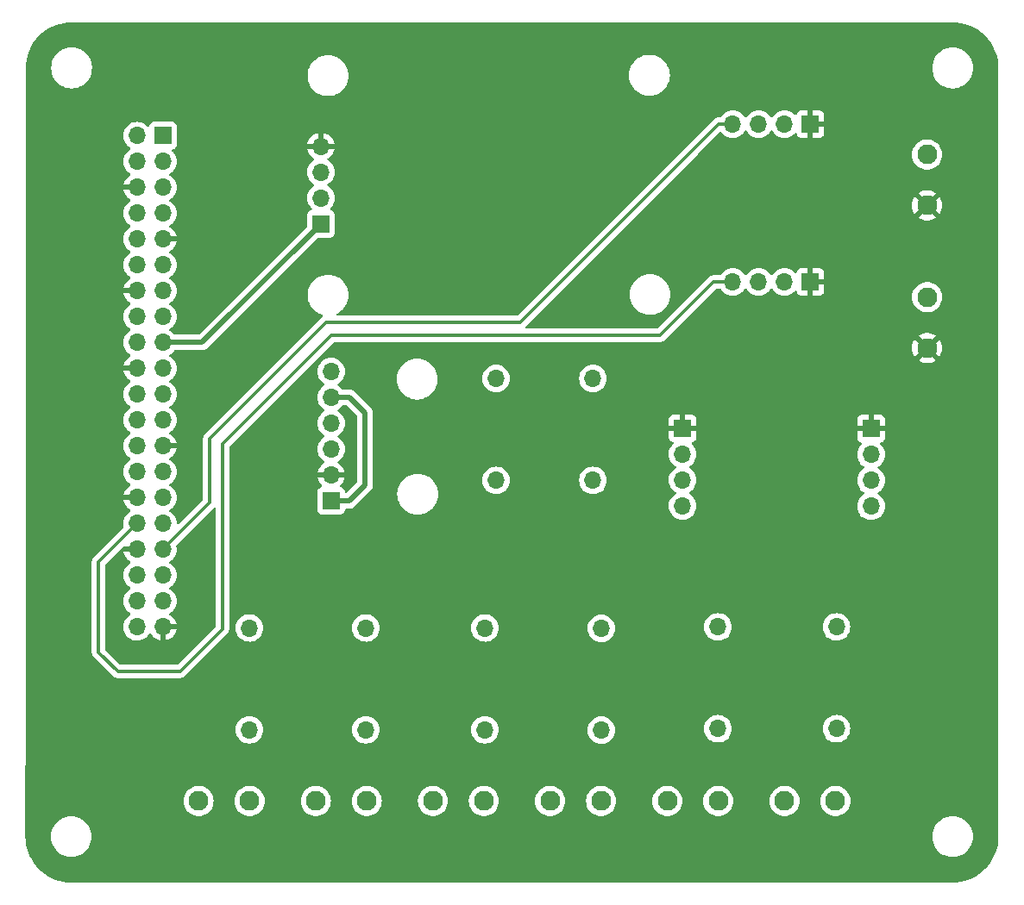
<source format=gbr>
%TF.GenerationSoftware,KiCad,Pcbnew,8.0.6*%
%TF.CreationDate,2025-01-28T17:52:03-05:00*%
%TF.ProjectId,SAS-PCB,5341532d-5043-4422-9e6b-696361645f70,rev?*%
%TF.SameCoordinates,Original*%
%TF.FileFunction,Copper,L2,Bot*%
%TF.FilePolarity,Positive*%
%FSLAX46Y46*%
G04 Gerber Fmt 4.6, Leading zero omitted, Abs format (unit mm)*
G04 Created by KiCad (PCBNEW 8.0.6) date 2025-01-28 17:52:03*
%MOMM*%
%LPD*%
G01*
G04 APERTURE LIST*
%TA.AperFunction,ComponentPad*%
%ADD10C,1.950000*%
%TD*%
%TA.AperFunction,ComponentPad*%
%ADD11O,1.700000X1.700000*%
%TD*%
%TA.AperFunction,ComponentPad*%
%ADD12R,1.700000X1.700000*%
%TD*%
%TA.AperFunction,Conductor*%
%ADD13C,0.300000*%
%TD*%
%TA.AperFunction,Conductor*%
%ADD14C,0.500000*%
%TD*%
%TA.AperFunction,Conductor*%
%ADD15C,0.200000*%
%TD*%
G04 APERTURE END LIST*
D10*
%TO.P,Bouton_4,1,GND*%
%TO.N,Net-(Bouton_4-GND)*%
X159500000Y-109500000D03*
%TO.P,Bouton_4,2,5V*%
%TO.N,+3.3V*%
X154500000Y-109500000D03*
%TD*%
D11*
%TO.P,R6,1*%
%TO.N,Bouton_6*%
X136484000Y-92500000D03*
%TO.P,R6,2*%
%TO.N,Net-(Bouton_6-GND)*%
X136484000Y-102500000D03*
%TD*%
D10*
%TO.P,Bouton_3,1,GND*%
%TO.N,Net-(Bouton_3-GND)*%
X171000000Y-109500000D03*
%TO.P,Bouton_3,2,5V*%
%TO.N,+3.3V*%
X166000000Y-109500000D03*
%TD*%
%TO.P,Bouton_6,1,GND*%
%TO.N,Net-(Bouton_6-GND)*%
X136500000Y-109500000D03*
%TO.P,Bouton_6,2,5V*%
%TO.N,+3.3V*%
X131500000Y-109500000D03*
%TD*%
D11*
%TO.P,R5,1*%
%TO.N,Bouton_5*%
X147914000Y-92500000D03*
%TO.P,R5,2*%
%TO.N,Net-(Bouton_5-GND)*%
X147914000Y-102500000D03*
%TD*%
D12*
%TO.P,J5-GPS1,1,Pin_1*%
%TO.N,+3.3V*%
X143500000Y-52810000D03*
D11*
%TO.P,J5-GPS1,2,Pin_2*%
%TO.N,TXD*%
X143500000Y-50270000D03*
%TO.P,J5-GPS1,3,Pin_3*%
%TO.N,RXD*%
X143500000Y-47730000D03*
%TO.P,J5-GPS1,4,Pin_4*%
%TO.N,GND*%
X143500000Y-45190000D03*
%TD*%
D12*
%TO.P,J2-LCD1,1,Pin_1*%
%TO.N,GND*%
X179000000Y-72880000D03*
D11*
%TO.P,J2-LCD1,2,Pin_2*%
%TO.N,+5V*%
X179000000Y-75420000D03*
%TO.P,J2-LCD1,3,Pin_3*%
%TO.N,SDA*%
X179000000Y-77960000D03*
%TO.P,J2-LCD1,4,Pin_4*%
%TO.N,SCL*%
X179000000Y-80500000D03*
%TD*%
%TO.P,R7,1*%
%TO.N,SDA*%
X170200000Y-78000000D03*
%TO.P,R7,2*%
%TO.N,+3.3V*%
X170200000Y-68000000D03*
%TD*%
D10*
%TO.P,Bouton_1,1,GND*%
%TO.N,Net-(Bouton_1-GND)*%
X194000000Y-109500000D03*
%TO.P,Bouton_1,2,5V*%
%TO.N,+3.3V*%
X189000000Y-109500000D03*
%TD*%
D11*
%TO.P,R4,1*%
%TO.N,Bouton_4*%
X159598000Y-92500000D03*
%TO.P,R4,2*%
%TO.N,Net-(Bouton_4-GND)*%
X159598000Y-102500000D03*
%TD*%
D12*
%TO.P,J6-cable-plat1,1,Pin_1*%
%TO.N,+3.3V*%
X128000000Y-44140000D03*
D11*
%TO.P,J6-cable-plat1,2,Pin_2*%
%TO.N,unconnected-(J6-cable-plat1-Pin_2-Pad2)*%
X125460000Y-44140000D03*
%TO.P,J6-cable-plat1,3,Pin_3*%
%TO.N,SDA*%
X128000000Y-46680000D03*
%TO.P,J6-cable-plat1,4,Pin_4*%
%TO.N,unconnected-(J6-cable-plat1-Pin_4-Pad4)*%
X125460000Y-46680000D03*
%TO.P,J6-cable-plat1,5,Pin_5*%
%TO.N,SCL*%
X128000000Y-49220000D03*
%TO.P,J6-cable-plat1,6,Pin_6*%
%TO.N,GND*%
X125460000Y-49220000D03*
%TO.P,J6-cable-plat1,7,Pin_7*%
%TO.N,unconnected-(J6-cable-plat1-Pin_7-Pad7)*%
X128000000Y-51760000D03*
%TO.P,J6-cable-plat1,8,Pin_8*%
%TO.N,TXD*%
X125460000Y-51760000D03*
%TO.P,J6-cable-plat1,9,Pin_9*%
%TO.N,GND*%
X128000000Y-54300000D03*
%TO.P,J6-cable-plat1,10,Pin_10*%
%TO.N,RXD*%
X125460000Y-54300000D03*
%TO.P,J6-cable-plat1,11,Pin_11*%
%TO.N,Bouton_1*%
X128000000Y-56840000D03*
%TO.P,J6-cable-plat1,12,Pin_12*%
%TO.N,unconnected-(J6-cable-plat1-Pin_12-Pad12)*%
X125460000Y-56840000D03*
%TO.P,J6-cable-plat1,13,Pin_13*%
%TO.N,Bouton_2*%
X128000000Y-59380000D03*
%TO.P,J6-cable-plat1,14,Pin_14*%
%TO.N,GND*%
X125460000Y-59380000D03*
%TO.P,J6-cable-plat1,15,Pin_15*%
%TO.N,Bouton_3*%
X128000000Y-61920000D03*
%TO.P,J6-cable-plat1,16,Pin_16*%
%TO.N,Fan1_RPM*%
X125460000Y-61920000D03*
%TO.P,J6-cable-plat1,17,Pin_17*%
%TO.N,+3.3V*%
X128000000Y-64460000D03*
%TO.P,J6-cable-plat1,18,Pin_18*%
%TO.N,Fan2_RPM*%
X125460000Y-64460000D03*
%TO.P,J6-cable-plat1,19,Pin_19*%
%TO.N,unconnected-(J6-cable-plat1-Pin_19-Pad19)*%
X128000000Y-67000000D03*
%TO.P,J6-cable-plat1,20,Pin_20*%
%TO.N,GND*%
X125460000Y-67000000D03*
%TO.P,J6-cable-plat1,21,Pin_21*%
%TO.N,unconnected-(J6-cable-plat1-Pin_21-Pad21)*%
X128000000Y-69540000D03*
%TO.P,J6-cable-plat1,22,Pin_22*%
%TO.N,unconnected-(J6-cable-plat1-Pin_22-Pad22)*%
X125460000Y-69540000D03*
%TO.P,J6-cable-plat1,23,Pin_23*%
%TO.N,unconnected-(J6-cable-plat1-Pin_23-Pad23)*%
X128000000Y-72080000D03*
%TO.P,J6-cable-plat1,24,Pin_24*%
%TO.N,unconnected-(J6-cable-plat1-Pin_24-Pad24)*%
X125460000Y-72080000D03*
%TO.P,J6-cable-plat1,25,Pin_25*%
%TO.N,GND*%
X128000000Y-74620000D03*
%TO.P,J6-cable-plat1,26,Pin_26*%
%TO.N,unconnected-(J6-cable-plat1-Pin_26-Pad26)*%
X125460000Y-74620000D03*
%TO.P,J6-cable-plat1,27,Pin_27*%
%TO.N,unconnected-(J6-cable-plat1-Pin_27-Pad27)*%
X128000000Y-77160000D03*
%TO.P,J6-cable-plat1,28,Pin_28*%
%TO.N,unconnected-(J6-cable-plat1-Pin_28-Pad28)*%
X125460000Y-77160000D03*
%TO.P,J6-cable-plat1,29,Pin_29*%
%TO.N,Bouton_4*%
X128000000Y-79700000D03*
%TO.P,J6-cable-plat1,30,Pin_30*%
%TO.N,GND*%
X125460000Y-79700000D03*
%TO.P,J6-cable-plat1,31,Pin_31*%
%TO.N,Bouton_5*%
X128000000Y-82240000D03*
%TO.P,J6-cable-plat1,32,Pin_32*%
%TO.N,Fan1_PWM*%
X125460000Y-82240000D03*
%TO.P,J6-cable-plat1,33,Pin_33*%
%TO.N,Fan2_PWM*%
X128000000Y-84780000D03*
%TO.P,J6-cable-plat1,34,Pin_34*%
%TO.N,GND*%
X125460000Y-84780000D03*
%TO.P,J6-cable-plat1,35,Pin_35*%
%TO.N,unconnected-(J6-cable-plat1-Pin_35-Pad35)*%
X128000000Y-87320000D03*
%TO.P,J6-cable-plat1,36,Pin_36*%
%TO.N,unconnected-(J6-cable-plat1-Pin_36-Pad36)*%
X125460000Y-87320000D03*
%TO.P,J6-cable-plat1,37,Pin_37*%
%TO.N,Bouton_6*%
X128000000Y-89860000D03*
%TO.P,J6-cable-plat1,38,Pin_38*%
%TO.N,unconnected-(J6-cable-plat1-Pin_38-Pad38)*%
X125460000Y-89860000D03*
%TO.P,J6-cable-plat1,39,Pin_39*%
%TO.N,GND*%
X128000000Y-92400000D03*
%TO.P,J6-cable-plat1,40,Pin_40*%
%TO.N,unconnected-(J6-cable-plat1-Pin_40-Pad40)*%
X125460000Y-92400000D03*
%TD*%
%TO.P,R1,1*%
%TO.N,Net-(Bouton_1-GND)*%
X194100000Y-102400000D03*
%TO.P,R1,2*%
%TO.N,Bouton_1*%
X194100000Y-92400000D03*
%TD*%
D10*
%TO.P,Bouton_5,1,GND*%
%TO.N,Net-(Bouton_5-GND)*%
X148000000Y-109500000D03*
%TO.P,Bouton_5,2,5V*%
%TO.N,+3.3V*%
X143000000Y-109500000D03*
%TD*%
D12*
%TO.P,J4-BMP280,1,Pin_1*%
%TO.N,+3.3V*%
X144500000Y-80010000D03*
D11*
%TO.P,J4-BMP280,2,Pin_2*%
%TO.N,GND*%
X144500000Y-77470000D03*
%TO.P,J4-BMP280,3,Pin_3*%
%TO.N,SCL*%
X144500000Y-74930000D03*
%TO.P,J4-BMP280,4,Pin_4*%
%TO.N,SDA*%
X144500000Y-72390000D03*
%TO.P,J4-BMP280,5,Pin_5*%
%TO.N,+3.3V*%
X144500000Y-69850000D03*
%TO.P,J4-BMP280,6,Pin_6*%
X144500000Y-67310000D03*
%TD*%
%TO.P,R3,1*%
%TO.N,Bouton_3*%
X171028000Y-92536000D03*
%TO.P,R3,2*%
%TO.N,Net-(Bouton_3-GND)*%
X171028000Y-102536000D03*
%TD*%
D10*
%TO.P,Bouton_2,1,GND*%
%TO.N,Net-(Bouton_2-GND)*%
X182500000Y-109500000D03*
%TO.P,Bouton_2,2,5V*%
%TO.N,+3.3V*%
X177500000Y-109500000D03*
%TD*%
D12*
%TO.P,J3-LCD2,1,Pin_1*%
%TO.N,GND*%
X197500000Y-72920000D03*
D11*
%TO.P,J3-LCD2,2,Pin_2*%
%TO.N,+5V*%
X197500000Y-75460000D03*
%TO.P,J3-LCD2,3,Pin_3*%
%TO.N,SDA*%
X197500000Y-78000000D03*
%TO.P,J3-LCD2,4,Pin_4*%
%TO.N,SCL*%
X197500000Y-80540000D03*
%TD*%
%TO.P,R8,1*%
%TO.N,SCL*%
X160700000Y-78000000D03*
%TO.P,R8,2*%
%TO.N,+3.3V*%
X160700000Y-68000000D03*
%TD*%
D10*
%TO.P,J1_Batt1,1,GND*%
%TO.N,GND*%
X203000000Y-65000000D03*
%TO.P,J1_Batt1,2,5V*%
%TO.N,+5V*%
X203000000Y-60000000D03*
%TD*%
D12*
%TO.P,J9-Fan2,1,Pin_1*%
%TO.N,GND*%
X191540000Y-43000000D03*
D11*
%TO.P,J9-Fan2,2,Pin_2*%
%TO.N,+5V*%
X189000000Y-43000000D03*
%TO.P,J9-Fan2,3,Pin_3*%
%TO.N,Fan2_RPM*%
X186460000Y-43000000D03*
%TO.P,J9-Fan2,4,Pin_4*%
%TO.N,Fan2_PWM*%
X183920000Y-43000000D03*
%TD*%
D10*
%TO.P,J7-RFD900x1,1,GND*%
%TO.N,GND*%
X203000000Y-51000000D03*
%TO.P,J7-RFD900x1,2,5V*%
%TO.N,+5V*%
X203000000Y-46000000D03*
%TD*%
D12*
%TO.P,J8-Fan1,1,Pin_1*%
%TO.N,GND*%
X191540000Y-58500000D03*
D11*
%TO.P,J8-Fan1,2,Pin_2*%
%TO.N,+5V*%
X189000000Y-58500000D03*
%TO.P,J8-Fan1,3,Pin_3*%
%TO.N,Fan1_RPM*%
X186460000Y-58500000D03*
%TO.P,J8-Fan1,4,Pin_4*%
%TO.N,Fan1_PWM*%
X183920000Y-58500000D03*
%TD*%
%TO.P,R2,1*%
%TO.N,Net-(Bouton_2-GND)*%
X182472000Y-102400000D03*
%TO.P,R2,2*%
%TO.N,Bouton_2*%
X182472000Y-92400000D03*
%TD*%
D13*
%TO.N,Fan1_PWM*%
X121666000Y-86034000D02*
X125460000Y-82240000D01*
X121666000Y-94869000D02*
X121666000Y-86034000D01*
X133858000Y-92583000D02*
X129667000Y-96774000D01*
X129667000Y-96774000D02*
X123571000Y-96774000D01*
X133858000Y-74422000D02*
X133858000Y-92583000D01*
X144526000Y-63754000D02*
X133858000Y-74422000D01*
X176784000Y-63754000D02*
X144526000Y-63754000D01*
X182038000Y-58500000D02*
X176784000Y-63754000D01*
X183920000Y-58500000D02*
X182038000Y-58500000D01*
X123571000Y-96774000D02*
X121666000Y-94869000D01*
%TO.N,Fan2_PWM*%
X144018000Y-62484000D02*
X132588000Y-73914000D01*
X163068000Y-62484000D02*
X144018000Y-62484000D01*
X132588000Y-73914000D02*
X132588000Y-80192000D01*
X182552000Y-43000000D02*
X163068000Y-62484000D01*
X132588000Y-80192000D02*
X128000000Y-84780000D01*
X183920000Y-43000000D02*
X182552000Y-43000000D01*
D14*
%TO.N,+3.3V*%
X147828000Y-71374000D02*
X146304000Y-69850000D01*
X146304000Y-80010000D02*
X147828000Y-78486000D01*
X144500000Y-80010000D02*
X146304000Y-80010000D01*
X147828000Y-78486000D02*
X147828000Y-71374000D01*
X146304000Y-69850000D02*
X144500000Y-69850000D01*
X131850000Y-64460000D02*
X143500000Y-52810000D01*
X128000000Y-64460000D02*
X131850000Y-64460000D01*
D15*
%TO.N,SCL*%
X179040000Y-80540000D02*
X179000000Y-80500000D01*
%TD*%
%TA.AperFunction,Conductor*%
%TO.N,GND*%
G36*
X133126834Y-80675626D02*
G01*
X133182767Y-80717498D01*
X133207184Y-80782962D01*
X133207500Y-80791808D01*
X133207500Y-92262192D01*
X133187815Y-92329231D01*
X133171181Y-92349873D01*
X129433873Y-96087181D01*
X129372550Y-96120666D01*
X129346192Y-96123500D01*
X123891808Y-96123500D01*
X123824769Y-96103815D01*
X123804127Y-96087181D01*
X122352819Y-94635873D01*
X122319334Y-94574550D01*
X122316500Y-94548192D01*
X122316500Y-86354807D01*
X122336185Y-86287768D01*
X122352814Y-86267131D01*
X124053628Y-84566317D01*
X124114948Y-84532834D01*
X124141306Y-84530000D01*
X125026988Y-84530000D01*
X124994075Y-84587007D01*
X124960000Y-84714174D01*
X124960000Y-84845826D01*
X124994075Y-84972993D01*
X125026988Y-85030000D01*
X124129364Y-85030000D01*
X124186567Y-85243486D01*
X124186570Y-85243492D01*
X124286399Y-85457578D01*
X124421894Y-85651082D01*
X124588917Y-85818105D01*
X124774595Y-85948119D01*
X124818219Y-86002696D01*
X124825412Y-86072195D01*
X124793890Y-86134549D01*
X124774595Y-86151269D01*
X124588594Y-86281508D01*
X124421505Y-86448597D01*
X124285965Y-86642169D01*
X124285964Y-86642171D01*
X124186098Y-86856335D01*
X124186094Y-86856344D01*
X124124938Y-87084586D01*
X124124936Y-87084596D01*
X124104341Y-87319999D01*
X124104341Y-87320000D01*
X124124936Y-87555403D01*
X124124938Y-87555413D01*
X124186094Y-87783655D01*
X124186096Y-87783659D01*
X124186097Y-87783663D01*
X124190000Y-87792032D01*
X124285965Y-87997830D01*
X124285967Y-87997834D01*
X124394281Y-88152521D01*
X124421501Y-88191396D01*
X124421506Y-88191402D01*
X124588597Y-88358493D01*
X124588603Y-88358498D01*
X124774158Y-88488425D01*
X124817783Y-88543002D01*
X124824977Y-88612500D01*
X124793454Y-88674855D01*
X124774158Y-88691575D01*
X124588597Y-88821505D01*
X124421505Y-88988597D01*
X124285965Y-89182169D01*
X124285964Y-89182171D01*
X124186098Y-89396335D01*
X124186094Y-89396344D01*
X124124938Y-89624586D01*
X124124936Y-89624596D01*
X124104341Y-89859999D01*
X124104341Y-89860000D01*
X124124936Y-90095403D01*
X124124938Y-90095413D01*
X124186094Y-90323655D01*
X124186096Y-90323659D01*
X124186097Y-90323663D01*
X124190000Y-90332032D01*
X124285965Y-90537830D01*
X124285967Y-90537834D01*
X124394281Y-90692521D01*
X124421501Y-90731396D01*
X124421506Y-90731402D01*
X124588597Y-90898493D01*
X124588603Y-90898498D01*
X124774158Y-91028425D01*
X124817783Y-91083002D01*
X124824977Y-91152500D01*
X124793454Y-91214855D01*
X124774158Y-91231575D01*
X124588597Y-91361505D01*
X124421505Y-91528597D01*
X124285965Y-91722169D01*
X124285964Y-91722171D01*
X124186098Y-91936335D01*
X124186094Y-91936344D01*
X124124938Y-92164586D01*
X124124936Y-92164596D01*
X124104341Y-92399999D01*
X124104341Y-92400000D01*
X124124936Y-92635403D01*
X124124938Y-92635413D01*
X124186094Y-92863655D01*
X124186096Y-92863659D01*
X124186097Y-92863663D01*
X124269155Y-93041781D01*
X124285965Y-93077830D01*
X124285967Y-93077834D01*
X124381193Y-93213830D01*
X124421505Y-93271401D01*
X124588599Y-93438495D01*
X124685384Y-93506265D01*
X124782165Y-93574032D01*
X124782167Y-93574033D01*
X124782170Y-93574035D01*
X124996337Y-93673903D01*
X124996343Y-93673904D01*
X124996344Y-93673905D01*
X125051285Y-93688626D01*
X125224592Y-93735063D01*
X125412918Y-93751539D01*
X125459999Y-93755659D01*
X125460000Y-93755659D01*
X125460001Y-93755659D01*
X125499234Y-93752226D01*
X125695408Y-93735063D01*
X125923663Y-93673903D01*
X126137830Y-93574035D01*
X126331401Y-93438495D01*
X126498495Y-93271401D01*
X126628730Y-93085405D01*
X126683307Y-93041781D01*
X126752805Y-93034587D01*
X126815160Y-93066110D01*
X126831879Y-93085405D01*
X126961890Y-93271078D01*
X127128917Y-93438105D01*
X127322421Y-93573600D01*
X127536507Y-93673429D01*
X127536516Y-93673433D01*
X127750000Y-93730634D01*
X127750000Y-92833012D01*
X127807007Y-92865925D01*
X127934174Y-92900000D01*
X128065826Y-92900000D01*
X128192993Y-92865925D01*
X128250000Y-92833012D01*
X128250000Y-93730633D01*
X128463483Y-93673433D01*
X128463492Y-93673429D01*
X128677578Y-93573600D01*
X128871082Y-93438105D01*
X129038105Y-93271082D01*
X129173600Y-93077578D01*
X129273429Y-92863492D01*
X129273432Y-92863486D01*
X129330636Y-92650000D01*
X128433012Y-92650000D01*
X128465925Y-92592993D01*
X128500000Y-92465826D01*
X128500000Y-92334174D01*
X128465925Y-92207007D01*
X128433012Y-92150000D01*
X129330636Y-92150000D01*
X129330635Y-92149999D01*
X129273432Y-91936513D01*
X129273429Y-91936507D01*
X129173600Y-91722422D01*
X129173599Y-91722420D01*
X129038113Y-91528926D01*
X129038108Y-91528920D01*
X128871078Y-91361890D01*
X128685405Y-91231879D01*
X128641780Y-91177302D01*
X128634588Y-91107804D01*
X128666110Y-91045449D01*
X128685406Y-91028730D01*
X128685842Y-91028425D01*
X128871401Y-90898495D01*
X129038495Y-90731401D01*
X129174035Y-90537830D01*
X129273903Y-90323663D01*
X129335063Y-90095408D01*
X129355659Y-89860000D01*
X129335063Y-89624592D01*
X129273903Y-89396337D01*
X129174035Y-89182171D01*
X129168425Y-89174158D01*
X129038494Y-88988597D01*
X128871402Y-88821506D01*
X128871396Y-88821501D01*
X128685842Y-88691575D01*
X128642217Y-88636998D01*
X128635023Y-88567500D01*
X128666546Y-88505145D01*
X128685842Y-88488425D01*
X128708026Y-88472891D01*
X128871401Y-88358495D01*
X129038495Y-88191401D01*
X129174035Y-87997830D01*
X129273903Y-87783663D01*
X129335063Y-87555408D01*
X129355659Y-87320000D01*
X129335063Y-87084592D01*
X129273903Y-86856337D01*
X129174035Y-86642171D01*
X129168425Y-86634158D01*
X129038494Y-86448597D01*
X128871402Y-86281506D01*
X128871396Y-86281501D01*
X128685842Y-86151575D01*
X128642217Y-86096998D01*
X128635023Y-86027500D01*
X128666546Y-85965145D01*
X128685842Y-85948425D01*
X128834603Y-85844261D01*
X128871401Y-85818495D01*
X129038495Y-85651401D01*
X129174035Y-85457830D01*
X129273903Y-85243663D01*
X129335063Y-85015408D01*
X129355659Y-84780000D01*
X129335063Y-84544592D01*
X129315614Y-84472007D01*
X129317277Y-84402162D01*
X129347706Y-84352238D01*
X132995819Y-80704127D01*
X133057142Y-80670642D01*
X133126834Y-80675626D01*
G37*
%TD.AperFunction*%
%TA.AperFunction,Conductor*%
G36*
X146008809Y-70620185D02*
G01*
X146029451Y-70636819D01*
X147041181Y-71648548D01*
X147074666Y-71709871D01*
X147077500Y-71736229D01*
X147077500Y-78123770D01*
X147057815Y-78190809D01*
X147041181Y-78211451D01*
X146061873Y-79190758D01*
X146000550Y-79224243D01*
X145930858Y-79219259D01*
X145874925Y-79177387D01*
X145851778Y-79115329D01*
X145850854Y-79115429D01*
X145844091Y-79052516D01*
X145793797Y-78917671D01*
X145793793Y-78917664D01*
X145707547Y-78802455D01*
X145707544Y-78802452D01*
X145592335Y-78716206D01*
X145592328Y-78716202D01*
X145460401Y-78666997D01*
X145404467Y-78625126D01*
X145380050Y-78559662D01*
X145394902Y-78491389D01*
X145416053Y-78463133D01*
X145538108Y-78341078D01*
X145673600Y-78147578D01*
X145773429Y-77933492D01*
X145773432Y-77933486D01*
X145830636Y-77720000D01*
X144933012Y-77720000D01*
X144965925Y-77662993D01*
X145000000Y-77535826D01*
X145000000Y-77404174D01*
X144965925Y-77277007D01*
X144933012Y-77220000D01*
X145830636Y-77220000D01*
X145830635Y-77219999D01*
X145773432Y-77006513D01*
X145773429Y-77006507D01*
X145673600Y-76792422D01*
X145673599Y-76792420D01*
X145538113Y-76598926D01*
X145538108Y-76598920D01*
X145371078Y-76431890D01*
X145185405Y-76301879D01*
X145141780Y-76247302D01*
X145134588Y-76177804D01*
X145166110Y-76115449D01*
X145185406Y-76098730D01*
X145186686Y-76097834D01*
X145371401Y-75968495D01*
X145538495Y-75801401D01*
X145674035Y-75607830D01*
X145773903Y-75393663D01*
X145835063Y-75165408D01*
X145855659Y-74930000D01*
X145835063Y-74694592D01*
X145773903Y-74466337D01*
X145674035Y-74252171D01*
X145651440Y-74219901D01*
X145538494Y-74058597D01*
X145371402Y-73891506D01*
X145371396Y-73891501D01*
X145185842Y-73761575D01*
X145142217Y-73706998D01*
X145135023Y-73637500D01*
X145166546Y-73575145D01*
X145185842Y-73558425D01*
X145270241Y-73499328D01*
X145371401Y-73428495D01*
X145538495Y-73261401D01*
X145674035Y-73067830D01*
X145773903Y-72853663D01*
X145835063Y-72625408D01*
X145855659Y-72390000D01*
X145835063Y-72154592D01*
X145773903Y-71926337D01*
X145674035Y-71712171D01*
X145614153Y-71626649D01*
X145538494Y-71518597D01*
X145371402Y-71351506D01*
X145371396Y-71351501D01*
X145185842Y-71221575D01*
X145142217Y-71166998D01*
X145135023Y-71097500D01*
X145166546Y-71035145D01*
X145185842Y-71018425D01*
X145361275Y-70895585D01*
X145371401Y-70888495D01*
X145538495Y-70721401D01*
X145586127Y-70653376D01*
X145640704Y-70609751D01*
X145687701Y-70600500D01*
X145941770Y-70600500D01*
X146008809Y-70620185D01*
G37*
%TD.AperFunction*%
%TA.AperFunction,Conductor*%
G36*
X205502702Y-33000617D02*
G01*
X205886771Y-33017386D01*
X205897506Y-33018326D01*
X206275971Y-33068152D01*
X206286597Y-33070025D01*
X206659284Y-33152648D01*
X206669710Y-33155442D01*
X207033765Y-33270227D01*
X207043911Y-33273920D01*
X207396578Y-33420000D01*
X207406369Y-33424566D01*
X207744942Y-33600816D01*
X207754309Y-33606223D01*
X207754344Y-33606246D01*
X208076244Y-33811318D01*
X208085105Y-33817523D01*
X208387930Y-34049889D01*
X208396217Y-34056843D01*
X208677635Y-34314715D01*
X208685284Y-34322364D01*
X208943156Y-34603782D01*
X208950110Y-34612069D01*
X209182476Y-34914894D01*
X209188681Y-34923755D01*
X209393775Y-35245689D01*
X209399183Y-35255057D01*
X209575430Y-35593623D01*
X209580002Y-35603427D01*
X209726075Y-35956078D01*
X209729775Y-35966244D01*
X209844554Y-36330278D01*
X209847354Y-36340727D01*
X209929971Y-36713389D01*
X209931849Y-36724042D01*
X209981671Y-37102473D01*
X209982614Y-37113249D01*
X209999382Y-37497297D01*
X209999500Y-37502706D01*
X209999500Y-112997293D01*
X209999382Y-113002702D01*
X209982614Y-113386750D01*
X209981671Y-113397526D01*
X209931849Y-113775957D01*
X209929971Y-113786610D01*
X209847354Y-114159272D01*
X209844554Y-114169721D01*
X209729775Y-114533755D01*
X209726075Y-114543921D01*
X209580002Y-114896572D01*
X209575430Y-114906376D01*
X209399183Y-115244942D01*
X209393775Y-115254310D01*
X209188681Y-115576244D01*
X209182476Y-115585105D01*
X208950110Y-115887930D01*
X208943156Y-115896217D01*
X208685284Y-116177635D01*
X208677635Y-116185284D01*
X208396217Y-116443156D01*
X208387930Y-116450110D01*
X208085105Y-116682476D01*
X208076244Y-116688681D01*
X207754310Y-116893775D01*
X207744942Y-116899183D01*
X207406376Y-117075430D01*
X207396572Y-117080002D01*
X207043921Y-117226075D01*
X207033755Y-117229775D01*
X206669721Y-117344554D01*
X206659272Y-117347354D01*
X206286610Y-117429971D01*
X206275957Y-117431849D01*
X205897526Y-117481671D01*
X205886750Y-117482614D01*
X205502703Y-117499382D01*
X205497294Y-117499500D01*
X119002706Y-117499500D01*
X118997297Y-117499382D01*
X118613249Y-117482614D01*
X118602473Y-117481671D01*
X118224042Y-117431849D01*
X118213389Y-117429971D01*
X117840727Y-117347354D01*
X117830278Y-117344554D01*
X117466244Y-117229775D01*
X117456078Y-117226075D01*
X117103427Y-117080002D01*
X117093623Y-117075430D01*
X116755057Y-116899183D01*
X116745689Y-116893775D01*
X116423755Y-116688681D01*
X116414894Y-116682476D01*
X116112069Y-116450110D01*
X116103782Y-116443156D01*
X115822364Y-116185284D01*
X115814715Y-116177635D01*
X115556843Y-115896217D01*
X115549889Y-115887930D01*
X115317523Y-115585105D01*
X115311318Y-115576244D01*
X115106224Y-115254310D01*
X115100816Y-115244942D01*
X114973924Y-115001185D01*
X114924566Y-114906369D01*
X114919997Y-114896572D01*
X114890089Y-114824367D01*
X114773920Y-114543911D01*
X114770224Y-114533755D01*
X114655442Y-114169710D01*
X114652648Y-114159284D01*
X114570025Y-113786597D01*
X114568152Y-113775971D01*
X114518326Y-113397506D01*
X114517386Y-113386771D01*
X114500618Y-113002702D01*
X114500560Y-112999998D01*
X116994390Y-112999998D01*
X116994390Y-113000001D01*
X117014804Y-113285433D01*
X117075628Y-113565037D01*
X117075630Y-113565043D01*
X117075631Y-113565046D01*
X117174847Y-113831054D01*
X117175635Y-113833166D01*
X117312770Y-114084309D01*
X117312775Y-114084317D01*
X117484254Y-114313387D01*
X117484270Y-114313405D01*
X117686594Y-114515729D01*
X117686612Y-114515745D01*
X117915682Y-114687224D01*
X117915690Y-114687229D01*
X118166833Y-114824364D01*
X118166832Y-114824364D01*
X118166836Y-114824365D01*
X118166839Y-114824367D01*
X118434954Y-114924369D01*
X118434960Y-114924370D01*
X118434962Y-114924371D01*
X118714566Y-114985195D01*
X118714568Y-114985195D01*
X118714572Y-114985196D01*
X118968220Y-115003337D01*
X118999999Y-115005610D01*
X119000000Y-115005610D01*
X119000001Y-115005610D01*
X119028595Y-115003564D01*
X119285428Y-114985196D01*
X119565046Y-114924369D01*
X119833161Y-114824367D01*
X120084315Y-114687226D01*
X120313395Y-114515739D01*
X120515739Y-114313395D01*
X120687226Y-114084315D01*
X120824367Y-113833161D01*
X120924369Y-113565046D01*
X120985196Y-113285428D01*
X121005610Y-113000000D01*
X121005610Y-112999998D01*
X203494390Y-112999998D01*
X203494390Y-113000001D01*
X203514804Y-113285433D01*
X203575628Y-113565037D01*
X203575630Y-113565043D01*
X203575631Y-113565046D01*
X203674847Y-113831054D01*
X203675635Y-113833166D01*
X203812770Y-114084309D01*
X203812775Y-114084317D01*
X203984254Y-114313387D01*
X203984270Y-114313405D01*
X204186594Y-114515729D01*
X204186612Y-114515745D01*
X204415682Y-114687224D01*
X204415690Y-114687229D01*
X204666833Y-114824364D01*
X204666832Y-114824364D01*
X204666836Y-114824365D01*
X204666839Y-114824367D01*
X204934954Y-114924369D01*
X204934960Y-114924370D01*
X204934962Y-114924371D01*
X205214566Y-114985195D01*
X205214568Y-114985195D01*
X205214572Y-114985196D01*
X205468220Y-115003337D01*
X205499999Y-115005610D01*
X205500000Y-115005610D01*
X205500001Y-115005610D01*
X205528595Y-115003564D01*
X205785428Y-114985196D01*
X206065046Y-114924369D01*
X206333161Y-114824367D01*
X206584315Y-114687226D01*
X206813395Y-114515739D01*
X207015739Y-114313395D01*
X207187226Y-114084315D01*
X207324367Y-113833161D01*
X207424369Y-113565046D01*
X207485196Y-113285428D01*
X207505610Y-113000000D01*
X207505416Y-112997293D01*
X207491664Y-112805007D01*
X207485196Y-112714572D01*
X207424369Y-112434954D01*
X207324367Y-112166839D01*
X207244025Y-112019705D01*
X207187229Y-111915690D01*
X207187224Y-111915682D01*
X207015745Y-111686612D01*
X207015729Y-111686594D01*
X206813405Y-111484270D01*
X206813387Y-111484254D01*
X206584317Y-111312775D01*
X206584309Y-111312770D01*
X206333166Y-111175635D01*
X206333167Y-111175635D01*
X206225915Y-111135632D01*
X206065046Y-111075631D01*
X206065043Y-111075630D01*
X206065037Y-111075628D01*
X205785433Y-111014804D01*
X205500001Y-110994390D01*
X205499999Y-110994390D01*
X205214566Y-111014804D01*
X204934962Y-111075628D01*
X204666833Y-111175635D01*
X204415690Y-111312770D01*
X204415682Y-111312775D01*
X204186612Y-111484254D01*
X204186594Y-111484270D01*
X203984270Y-111686594D01*
X203984254Y-111686612D01*
X203812775Y-111915682D01*
X203812770Y-111915690D01*
X203675635Y-112166833D01*
X203575628Y-112434962D01*
X203514804Y-112714566D01*
X203494390Y-112999998D01*
X121005610Y-112999998D01*
X121005416Y-112997293D01*
X120991664Y-112805007D01*
X120985196Y-112714572D01*
X120924369Y-112434954D01*
X120824367Y-112166839D01*
X120744025Y-112019705D01*
X120687229Y-111915690D01*
X120687224Y-111915682D01*
X120515745Y-111686612D01*
X120515729Y-111686594D01*
X120313405Y-111484270D01*
X120313387Y-111484254D01*
X120084317Y-111312775D01*
X120084309Y-111312770D01*
X119833166Y-111175635D01*
X119833167Y-111175635D01*
X119725915Y-111135632D01*
X119565046Y-111075631D01*
X119565043Y-111075630D01*
X119565037Y-111075628D01*
X119285433Y-111014804D01*
X119000001Y-110994390D01*
X118999999Y-110994390D01*
X118714566Y-111014804D01*
X118434962Y-111075628D01*
X118166833Y-111175635D01*
X117915690Y-111312770D01*
X117915682Y-111312775D01*
X117686612Y-111484254D01*
X117686594Y-111484270D01*
X117484270Y-111686594D01*
X117484254Y-111686612D01*
X117312775Y-111915682D01*
X117312770Y-111915690D01*
X117175635Y-112166833D01*
X117075628Y-112434962D01*
X117014804Y-112714566D01*
X116994390Y-112999998D01*
X114500560Y-112999998D01*
X114500501Y-112997265D01*
X114500592Y-112805007D01*
X114502147Y-109499994D01*
X130019443Y-109499994D01*
X130019443Y-109500005D01*
X130039634Y-109743683D01*
X130039636Y-109743695D01*
X130099663Y-109980734D01*
X130197888Y-110204666D01*
X130331632Y-110409378D01*
X130497242Y-110589277D01*
X130497246Y-110589281D01*
X130690212Y-110739473D01*
X130905267Y-110855855D01*
X130905270Y-110855856D01*
X131136541Y-110935251D01*
X131136543Y-110935251D01*
X131136545Y-110935252D01*
X131377737Y-110975500D01*
X131377738Y-110975500D01*
X131622262Y-110975500D01*
X131622263Y-110975500D01*
X131863455Y-110935252D01*
X132094733Y-110855855D01*
X132309788Y-110739473D01*
X132502754Y-110589281D01*
X132668368Y-110409377D01*
X132802111Y-110204667D01*
X132900336Y-109980736D01*
X132960364Y-109743692D01*
X132980557Y-109500000D01*
X132980557Y-109499994D01*
X135019443Y-109499994D01*
X135019443Y-109500005D01*
X135039634Y-109743683D01*
X135039636Y-109743695D01*
X135099663Y-109980734D01*
X135197888Y-110204666D01*
X135331632Y-110409378D01*
X135497242Y-110589277D01*
X135497246Y-110589281D01*
X135690212Y-110739473D01*
X135905267Y-110855855D01*
X135905270Y-110855856D01*
X136136541Y-110935251D01*
X136136543Y-110935251D01*
X136136545Y-110935252D01*
X136377737Y-110975500D01*
X136377738Y-110975500D01*
X136622262Y-110975500D01*
X136622263Y-110975500D01*
X136863455Y-110935252D01*
X137094733Y-110855855D01*
X137309788Y-110739473D01*
X137502754Y-110589281D01*
X137668368Y-110409377D01*
X137802111Y-110204667D01*
X137900336Y-109980736D01*
X137960364Y-109743692D01*
X137980557Y-109500000D01*
X137980557Y-109499994D01*
X141519443Y-109499994D01*
X141519443Y-109500005D01*
X141539634Y-109743683D01*
X141539636Y-109743695D01*
X141599663Y-109980734D01*
X141697888Y-110204666D01*
X141831632Y-110409378D01*
X141997242Y-110589277D01*
X141997246Y-110589281D01*
X142190212Y-110739473D01*
X142405267Y-110855855D01*
X142405270Y-110855856D01*
X142636541Y-110935251D01*
X142636543Y-110935251D01*
X142636545Y-110935252D01*
X142877737Y-110975500D01*
X142877738Y-110975500D01*
X143122262Y-110975500D01*
X143122263Y-110975500D01*
X143363455Y-110935252D01*
X143594733Y-110855855D01*
X143809788Y-110739473D01*
X144002754Y-110589281D01*
X144168368Y-110409377D01*
X144302111Y-110204667D01*
X144400336Y-109980736D01*
X144460364Y-109743692D01*
X144480557Y-109500000D01*
X144480557Y-109499994D01*
X146519443Y-109499994D01*
X146519443Y-109500005D01*
X146539634Y-109743683D01*
X146539636Y-109743695D01*
X146599663Y-109980734D01*
X146697888Y-110204666D01*
X146831632Y-110409378D01*
X146997242Y-110589277D01*
X146997246Y-110589281D01*
X147190212Y-110739473D01*
X147405267Y-110855855D01*
X147405270Y-110855856D01*
X147636541Y-110935251D01*
X147636543Y-110935251D01*
X147636545Y-110935252D01*
X147877737Y-110975500D01*
X147877738Y-110975500D01*
X148122262Y-110975500D01*
X148122263Y-110975500D01*
X148363455Y-110935252D01*
X148594733Y-110855855D01*
X148809788Y-110739473D01*
X149002754Y-110589281D01*
X149168368Y-110409377D01*
X149302111Y-110204667D01*
X149400336Y-109980736D01*
X149460364Y-109743692D01*
X149480557Y-109500000D01*
X149480557Y-109499994D01*
X153019443Y-109499994D01*
X153019443Y-109500005D01*
X153039634Y-109743683D01*
X153039636Y-109743695D01*
X153099663Y-109980734D01*
X153197888Y-110204666D01*
X153331632Y-110409378D01*
X153497242Y-110589277D01*
X153497246Y-110589281D01*
X153690212Y-110739473D01*
X153905267Y-110855855D01*
X153905270Y-110855856D01*
X154136541Y-110935251D01*
X154136543Y-110935251D01*
X154136545Y-110935252D01*
X154377737Y-110975500D01*
X154377738Y-110975500D01*
X154622262Y-110975500D01*
X154622263Y-110975500D01*
X154863455Y-110935252D01*
X155094733Y-110855855D01*
X155309788Y-110739473D01*
X155502754Y-110589281D01*
X155668368Y-110409377D01*
X155802111Y-110204667D01*
X155900336Y-109980736D01*
X155960364Y-109743692D01*
X155980557Y-109500000D01*
X155980557Y-109499994D01*
X158019443Y-109499994D01*
X158019443Y-109500005D01*
X158039634Y-109743683D01*
X158039636Y-109743695D01*
X158099663Y-109980734D01*
X158197888Y-110204666D01*
X158331632Y-110409378D01*
X158497242Y-110589277D01*
X158497246Y-110589281D01*
X158690212Y-110739473D01*
X158905267Y-110855855D01*
X158905270Y-110855856D01*
X159136541Y-110935251D01*
X159136543Y-110935251D01*
X159136545Y-110935252D01*
X159377737Y-110975500D01*
X159377738Y-110975500D01*
X159622262Y-110975500D01*
X159622263Y-110975500D01*
X159863455Y-110935252D01*
X160094733Y-110855855D01*
X160309788Y-110739473D01*
X160502754Y-110589281D01*
X160668368Y-110409377D01*
X160802111Y-110204667D01*
X160900336Y-109980736D01*
X160960364Y-109743692D01*
X160980557Y-109500000D01*
X160980557Y-109499994D01*
X164519443Y-109499994D01*
X164519443Y-109500005D01*
X164539634Y-109743683D01*
X164539636Y-109743695D01*
X164599663Y-109980734D01*
X164697888Y-110204666D01*
X164831632Y-110409378D01*
X164997242Y-110589277D01*
X164997246Y-110589281D01*
X165190212Y-110739473D01*
X165405267Y-110855855D01*
X165405270Y-110855856D01*
X165636541Y-110935251D01*
X165636543Y-110935251D01*
X165636545Y-110935252D01*
X165877737Y-110975500D01*
X165877738Y-110975500D01*
X166122262Y-110975500D01*
X166122263Y-110975500D01*
X166363455Y-110935252D01*
X166594733Y-110855855D01*
X166809788Y-110739473D01*
X167002754Y-110589281D01*
X167168368Y-110409377D01*
X167302111Y-110204667D01*
X167400336Y-109980736D01*
X167460364Y-109743692D01*
X167480557Y-109500000D01*
X167480557Y-109499994D01*
X169519443Y-109499994D01*
X169519443Y-109500005D01*
X169539634Y-109743683D01*
X169539636Y-109743695D01*
X169599663Y-109980734D01*
X169697888Y-110204666D01*
X169831632Y-110409378D01*
X169997242Y-110589277D01*
X169997246Y-110589281D01*
X170190212Y-110739473D01*
X170405267Y-110855855D01*
X170405270Y-110855856D01*
X170636541Y-110935251D01*
X170636543Y-110935251D01*
X170636545Y-110935252D01*
X170877737Y-110975500D01*
X170877738Y-110975500D01*
X171122262Y-110975500D01*
X171122263Y-110975500D01*
X171363455Y-110935252D01*
X171594733Y-110855855D01*
X171809788Y-110739473D01*
X172002754Y-110589281D01*
X172168368Y-110409377D01*
X172302111Y-110204667D01*
X172400336Y-109980736D01*
X172460364Y-109743692D01*
X172480557Y-109500000D01*
X172480557Y-109499994D01*
X176019443Y-109499994D01*
X176019443Y-109500005D01*
X176039634Y-109743683D01*
X176039636Y-109743695D01*
X176099663Y-109980734D01*
X176197888Y-110204666D01*
X176331632Y-110409378D01*
X176497242Y-110589277D01*
X176497246Y-110589281D01*
X176690212Y-110739473D01*
X176905267Y-110855855D01*
X176905270Y-110855856D01*
X177136541Y-110935251D01*
X177136543Y-110935251D01*
X177136545Y-110935252D01*
X177377737Y-110975500D01*
X177377738Y-110975500D01*
X177622262Y-110975500D01*
X177622263Y-110975500D01*
X177863455Y-110935252D01*
X178094733Y-110855855D01*
X178309788Y-110739473D01*
X178502754Y-110589281D01*
X178668368Y-110409377D01*
X178802111Y-110204667D01*
X178900336Y-109980736D01*
X178960364Y-109743692D01*
X178980557Y-109500000D01*
X178980557Y-109499994D01*
X181019443Y-109499994D01*
X181019443Y-109500005D01*
X181039634Y-109743683D01*
X181039636Y-109743695D01*
X181099663Y-109980734D01*
X181197888Y-110204666D01*
X181331632Y-110409378D01*
X181497242Y-110589277D01*
X181497246Y-110589281D01*
X181690212Y-110739473D01*
X181905267Y-110855855D01*
X181905270Y-110855856D01*
X182136541Y-110935251D01*
X182136543Y-110935251D01*
X182136545Y-110935252D01*
X182377737Y-110975500D01*
X182377738Y-110975500D01*
X182622262Y-110975500D01*
X182622263Y-110975500D01*
X182863455Y-110935252D01*
X183094733Y-110855855D01*
X183309788Y-110739473D01*
X183502754Y-110589281D01*
X183668368Y-110409377D01*
X183802111Y-110204667D01*
X183900336Y-109980736D01*
X183960364Y-109743692D01*
X183980557Y-109500000D01*
X183980557Y-109499994D01*
X187519443Y-109499994D01*
X187519443Y-109500005D01*
X187539634Y-109743683D01*
X187539636Y-109743695D01*
X187599663Y-109980734D01*
X187697888Y-110204666D01*
X187831632Y-110409378D01*
X187997242Y-110589277D01*
X187997246Y-110589281D01*
X188190212Y-110739473D01*
X188405267Y-110855855D01*
X188405270Y-110855856D01*
X188636541Y-110935251D01*
X188636543Y-110935251D01*
X188636545Y-110935252D01*
X188877737Y-110975500D01*
X188877738Y-110975500D01*
X189122262Y-110975500D01*
X189122263Y-110975500D01*
X189363455Y-110935252D01*
X189594733Y-110855855D01*
X189809788Y-110739473D01*
X190002754Y-110589281D01*
X190168368Y-110409377D01*
X190302111Y-110204667D01*
X190400336Y-109980736D01*
X190460364Y-109743692D01*
X190480557Y-109500000D01*
X190480557Y-109499994D01*
X192519443Y-109499994D01*
X192519443Y-109500005D01*
X192539634Y-109743683D01*
X192539636Y-109743695D01*
X192599663Y-109980734D01*
X192697888Y-110204666D01*
X192831632Y-110409378D01*
X192997242Y-110589277D01*
X192997246Y-110589281D01*
X193190212Y-110739473D01*
X193405267Y-110855855D01*
X193405270Y-110855856D01*
X193636541Y-110935251D01*
X193636543Y-110935251D01*
X193636545Y-110935252D01*
X193877737Y-110975500D01*
X193877738Y-110975500D01*
X194122262Y-110975500D01*
X194122263Y-110975500D01*
X194363455Y-110935252D01*
X194594733Y-110855855D01*
X194809788Y-110739473D01*
X195002754Y-110589281D01*
X195168368Y-110409377D01*
X195302111Y-110204667D01*
X195400336Y-109980736D01*
X195460364Y-109743692D01*
X195480557Y-109500000D01*
X195460364Y-109256308D01*
X195400336Y-109019264D01*
X195302111Y-108795333D01*
X195168368Y-108590623D01*
X195168367Y-108590621D01*
X195002757Y-108410722D01*
X195002747Y-108410713D01*
X194809791Y-108260529D01*
X194809787Y-108260526D01*
X194594734Y-108144145D01*
X194594729Y-108144143D01*
X194363458Y-108064748D01*
X194182561Y-108034562D01*
X194122263Y-108024500D01*
X193877737Y-108024500D01*
X193829498Y-108032549D01*
X193636541Y-108064748D01*
X193405270Y-108144143D01*
X193405265Y-108144145D01*
X193190212Y-108260526D01*
X193190208Y-108260529D01*
X192997252Y-108410713D01*
X192997242Y-108410722D01*
X192831632Y-108590621D01*
X192697888Y-108795333D01*
X192599663Y-109019265D01*
X192539636Y-109256304D01*
X192539634Y-109256316D01*
X192519443Y-109499994D01*
X190480557Y-109499994D01*
X190460364Y-109256308D01*
X190400336Y-109019264D01*
X190302111Y-108795333D01*
X190168368Y-108590623D01*
X190168367Y-108590621D01*
X190002757Y-108410722D01*
X190002747Y-108410713D01*
X189809791Y-108260529D01*
X189809787Y-108260526D01*
X189594734Y-108144145D01*
X189594729Y-108144143D01*
X189363458Y-108064748D01*
X189182561Y-108034562D01*
X189122263Y-108024500D01*
X188877737Y-108024500D01*
X188829498Y-108032549D01*
X188636541Y-108064748D01*
X188405270Y-108144143D01*
X188405265Y-108144145D01*
X188190212Y-108260526D01*
X188190208Y-108260529D01*
X187997252Y-108410713D01*
X187997242Y-108410722D01*
X187831632Y-108590621D01*
X187697888Y-108795333D01*
X187599663Y-109019265D01*
X187539636Y-109256304D01*
X187539634Y-109256316D01*
X187519443Y-109499994D01*
X183980557Y-109499994D01*
X183960364Y-109256308D01*
X183900336Y-109019264D01*
X183802111Y-108795333D01*
X183668368Y-108590623D01*
X183668367Y-108590621D01*
X183502757Y-108410722D01*
X183502747Y-108410713D01*
X183309791Y-108260529D01*
X183309787Y-108260526D01*
X183094734Y-108144145D01*
X183094729Y-108144143D01*
X182863458Y-108064748D01*
X182682561Y-108034562D01*
X182622263Y-108024500D01*
X182377737Y-108024500D01*
X182329498Y-108032549D01*
X182136541Y-108064748D01*
X181905270Y-108144143D01*
X181905265Y-108144145D01*
X181690212Y-108260526D01*
X181690208Y-108260529D01*
X181497252Y-108410713D01*
X181497242Y-108410722D01*
X181331632Y-108590621D01*
X181197888Y-108795333D01*
X181099663Y-109019265D01*
X181039636Y-109256304D01*
X181039634Y-109256316D01*
X181019443Y-109499994D01*
X178980557Y-109499994D01*
X178960364Y-109256308D01*
X178900336Y-109019264D01*
X178802111Y-108795333D01*
X178668368Y-108590623D01*
X178668367Y-108590621D01*
X178502757Y-108410722D01*
X178502747Y-108410713D01*
X178309791Y-108260529D01*
X178309787Y-108260526D01*
X178094734Y-108144145D01*
X178094729Y-108144143D01*
X177863458Y-108064748D01*
X177682561Y-108034562D01*
X177622263Y-108024500D01*
X177377737Y-108024500D01*
X177329498Y-108032549D01*
X177136541Y-108064748D01*
X176905270Y-108144143D01*
X176905265Y-108144145D01*
X176690212Y-108260526D01*
X176690208Y-108260529D01*
X176497252Y-108410713D01*
X176497242Y-108410722D01*
X176331632Y-108590621D01*
X176197888Y-108795333D01*
X176099663Y-109019265D01*
X176039636Y-109256304D01*
X176039634Y-109256316D01*
X176019443Y-109499994D01*
X172480557Y-109499994D01*
X172460364Y-109256308D01*
X172400336Y-109019264D01*
X172302111Y-108795333D01*
X172168368Y-108590623D01*
X172168367Y-108590621D01*
X172002757Y-108410722D01*
X172002747Y-108410713D01*
X171809791Y-108260529D01*
X171809787Y-108260526D01*
X171594734Y-108144145D01*
X171594729Y-108144143D01*
X171363458Y-108064748D01*
X171182561Y-108034562D01*
X171122263Y-108024500D01*
X170877737Y-108024500D01*
X170829498Y-108032549D01*
X170636541Y-108064748D01*
X170405270Y-108144143D01*
X170405265Y-108144145D01*
X170190212Y-108260526D01*
X170190208Y-108260529D01*
X169997252Y-108410713D01*
X169997242Y-108410722D01*
X169831632Y-108590621D01*
X169697888Y-108795333D01*
X169599663Y-109019265D01*
X169539636Y-109256304D01*
X169539634Y-109256316D01*
X169519443Y-109499994D01*
X167480557Y-109499994D01*
X167460364Y-109256308D01*
X167400336Y-109019264D01*
X167302111Y-108795333D01*
X167168368Y-108590623D01*
X167168367Y-108590621D01*
X167002757Y-108410722D01*
X167002747Y-108410713D01*
X166809791Y-108260529D01*
X166809787Y-108260526D01*
X166594734Y-108144145D01*
X166594729Y-108144143D01*
X166363458Y-108064748D01*
X166182561Y-108034562D01*
X166122263Y-108024500D01*
X165877737Y-108024500D01*
X165829498Y-108032549D01*
X165636541Y-108064748D01*
X165405270Y-108144143D01*
X165405265Y-108144145D01*
X165190212Y-108260526D01*
X165190208Y-108260529D01*
X164997252Y-108410713D01*
X164997242Y-108410722D01*
X164831632Y-108590621D01*
X164697888Y-108795333D01*
X164599663Y-109019265D01*
X164539636Y-109256304D01*
X164539634Y-109256316D01*
X164519443Y-109499994D01*
X160980557Y-109499994D01*
X160960364Y-109256308D01*
X160900336Y-109019264D01*
X160802111Y-108795333D01*
X160668368Y-108590623D01*
X160668367Y-108590621D01*
X160502757Y-108410722D01*
X160502747Y-108410713D01*
X160309791Y-108260529D01*
X160309787Y-108260526D01*
X160094734Y-108144145D01*
X160094729Y-108144143D01*
X159863458Y-108064748D01*
X159682561Y-108034562D01*
X159622263Y-108024500D01*
X159377737Y-108024500D01*
X159329498Y-108032549D01*
X159136541Y-108064748D01*
X158905270Y-108144143D01*
X158905265Y-108144145D01*
X158690212Y-108260526D01*
X158690208Y-108260529D01*
X158497252Y-108410713D01*
X158497242Y-108410722D01*
X158331632Y-108590621D01*
X158197888Y-108795333D01*
X158099663Y-109019265D01*
X158039636Y-109256304D01*
X158039634Y-109256316D01*
X158019443Y-109499994D01*
X155980557Y-109499994D01*
X155960364Y-109256308D01*
X155900336Y-109019264D01*
X155802111Y-108795333D01*
X155668368Y-108590623D01*
X155668367Y-108590621D01*
X155502757Y-108410722D01*
X155502747Y-108410713D01*
X155309791Y-108260529D01*
X155309787Y-108260526D01*
X155094734Y-108144145D01*
X155094729Y-108144143D01*
X154863458Y-108064748D01*
X154682561Y-108034562D01*
X154622263Y-108024500D01*
X154377737Y-108024500D01*
X154329498Y-108032549D01*
X154136541Y-108064748D01*
X153905270Y-108144143D01*
X153905265Y-108144145D01*
X153690212Y-108260526D01*
X153690208Y-108260529D01*
X153497252Y-108410713D01*
X153497242Y-108410722D01*
X153331632Y-108590621D01*
X153197888Y-108795333D01*
X153099663Y-109019265D01*
X153039636Y-109256304D01*
X153039634Y-109256316D01*
X153019443Y-109499994D01*
X149480557Y-109499994D01*
X149460364Y-109256308D01*
X149400336Y-109019264D01*
X149302111Y-108795333D01*
X149168368Y-108590623D01*
X149168367Y-108590621D01*
X149002757Y-108410722D01*
X149002747Y-108410713D01*
X148809791Y-108260529D01*
X148809787Y-108260526D01*
X148594734Y-108144145D01*
X148594729Y-108144143D01*
X148363458Y-108064748D01*
X148182561Y-108034562D01*
X148122263Y-108024500D01*
X147877737Y-108024500D01*
X147829498Y-108032549D01*
X147636541Y-108064748D01*
X147405270Y-108144143D01*
X147405265Y-108144145D01*
X147190212Y-108260526D01*
X147190208Y-108260529D01*
X146997252Y-108410713D01*
X146997242Y-108410722D01*
X146831632Y-108590621D01*
X146697888Y-108795333D01*
X146599663Y-109019265D01*
X146539636Y-109256304D01*
X146539634Y-109256316D01*
X146519443Y-109499994D01*
X144480557Y-109499994D01*
X144460364Y-109256308D01*
X144400336Y-109019264D01*
X144302111Y-108795333D01*
X144168368Y-108590623D01*
X144168367Y-108590621D01*
X144002757Y-108410722D01*
X144002747Y-108410713D01*
X143809791Y-108260529D01*
X143809787Y-108260526D01*
X143594734Y-108144145D01*
X143594729Y-108144143D01*
X143363458Y-108064748D01*
X143182561Y-108034562D01*
X143122263Y-108024500D01*
X142877737Y-108024500D01*
X142829498Y-108032549D01*
X142636541Y-108064748D01*
X142405270Y-108144143D01*
X142405265Y-108144145D01*
X142190212Y-108260526D01*
X142190208Y-108260529D01*
X141997252Y-108410713D01*
X141997242Y-108410722D01*
X141831632Y-108590621D01*
X141697888Y-108795333D01*
X141599663Y-109019265D01*
X141539636Y-109256304D01*
X141539634Y-109256316D01*
X141519443Y-109499994D01*
X137980557Y-109499994D01*
X137960364Y-109256308D01*
X137900336Y-109019264D01*
X137802111Y-108795333D01*
X137668368Y-108590623D01*
X137668367Y-108590621D01*
X137502757Y-108410722D01*
X137502747Y-108410713D01*
X137309791Y-108260529D01*
X137309787Y-108260526D01*
X137094734Y-108144145D01*
X137094729Y-108144143D01*
X136863458Y-108064748D01*
X136682561Y-108034562D01*
X136622263Y-108024500D01*
X136377737Y-108024500D01*
X136329498Y-108032549D01*
X136136541Y-108064748D01*
X135905270Y-108144143D01*
X135905265Y-108144145D01*
X135690212Y-108260526D01*
X135690208Y-108260529D01*
X135497252Y-108410713D01*
X135497242Y-108410722D01*
X135331632Y-108590621D01*
X135197888Y-108795333D01*
X135099663Y-109019265D01*
X135039636Y-109256304D01*
X135039634Y-109256316D01*
X135019443Y-109499994D01*
X132980557Y-109499994D01*
X132960364Y-109256308D01*
X132900336Y-109019264D01*
X132802111Y-108795333D01*
X132668368Y-108590623D01*
X132668367Y-108590621D01*
X132502757Y-108410722D01*
X132502747Y-108410713D01*
X132309791Y-108260529D01*
X132309787Y-108260526D01*
X132094734Y-108144145D01*
X132094729Y-108144143D01*
X131863458Y-108064748D01*
X131682561Y-108034562D01*
X131622263Y-108024500D01*
X131377737Y-108024500D01*
X131329498Y-108032549D01*
X131136541Y-108064748D01*
X130905270Y-108144143D01*
X130905265Y-108144145D01*
X130690212Y-108260526D01*
X130690208Y-108260529D01*
X130497252Y-108410713D01*
X130497242Y-108410722D01*
X130331632Y-108590621D01*
X130197888Y-108795333D01*
X130099663Y-109019265D01*
X130039636Y-109256304D01*
X130039634Y-109256316D01*
X130019443Y-109499994D01*
X114502147Y-109499994D01*
X114505442Y-102499999D01*
X135128341Y-102499999D01*
X135128341Y-102500000D01*
X135148936Y-102735403D01*
X135148938Y-102735413D01*
X135210094Y-102963655D01*
X135210096Y-102963659D01*
X135210097Y-102963663D01*
X135226885Y-102999664D01*
X135309965Y-103177830D01*
X135309967Y-103177834D01*
X135335172Y-103213830D01*
X135445505Y-103371401D01*
X135612599Y-103538495D01*
X135664017Y-103574498D01*
X135806165Y-103674032D01*
X135806167Y-103674033D01*
X135806170Y-103674035D01*
X136020337Y-103773903D01*
X136248592Y-103835063D01*
X136436918Y-103851539D01*
X136483999Y-103855659D01*
X136484000Y-103855659D01*
X136484001Y-103855659D01*
X136523234Y-103852226D01*
X136719408Y-103835063D01*
X136947663Y-103773903D01*
X137161830Y-103674035D01*
X137355401Y-103538495D01*
X137522495Y-103371401D01*
X137658035Y-103177830D01*
X137757903Y-102963663D01*
X137819063Y-102735408D01*
X137839659Y-102500000D01*
X137839659Y-102499999D01*
X146558341Y-102499999D01*
X146558341Y-102500000D01*
X146578936Y-102735403D01*
X146578938Y-102735413D01*
X146640094Y-102963655D01*
X146640096Y-102963659D01*
X146640097Y-102963663D01*
X146656885Y-102999664D01*
X146739965Y-103177830D01*
X146739967Y-103177834D01*
X146765172Y-103213830D01*
X146875505Y-103371401D01*
X147042599Y-103538495D01*
X147094017Y-103574498D01*
X147236165Y-103674032D01*
X147236167Y-103674033D01*
X147236170Y-103674035D01*
X147450337Y-103773903D01*
X147678592Y-103835063D01*
X147866918Y-103851539D01*
X147913999Y-103855659D01*
X147914000Y-103855659D01*
X147914001Y-103855659D01*
X147953234Y-103852226D01*
X148149408Y-103835063D01*
X148377663Y-103773903D01*
X148591830Y-103674035D01*
X148785401Y-103538495D01*
X148952495Y-103371401D01*
X149088035Y-103177830D01*
X149187903Y-102963663D01*
X149249063Y-102735408D01*
X149269659Y-102500000D01*
X149269659Y-102499999D01*
X158242341Y-102499999D01*
X158242341Y-102500000D01*
X158262936Y-102735403D01*
X158262938Y-102735413D01*
X158324094Y-102963655D01*
X158324096Y-102963659D01*
X158324097Y-102963663D01*
X158340885Y-102999664D01*
X158423965Y-103177830D01*
X158423967Y-103177834D01*
X158449172Y-103213830D01*
X158559505Y-103371401D01*
X158726599Y-103538495D01*
X158778017Y-103574498D01*
X158920165Y-103674032D01*
X158920167Y-103674033D01*
X158920170Y-103674035D01*
X159134337Y-103773903D01*
X159362592Y-103835063D01*
X159550918Y-103851539D01*
X159597999Y-103855659D01*
X159598000Y-103855659D01*
X159598001Y-103855659D01*
X159637234Y-103852226D01*
X159833408Y-103835063D01*
X160061663Y-103773903D01*
X160275830Y-103674035D01*
X160469401Y-103538495D01*
X160636495Y-103371401D01*
X160772035Y-103177830D01*
X160871903Y-102963663D01*
X160933063Y-102735408D01*
X160950509Y-102535999D01*
X169672341Y-102535999D01*
X169672341Y-102536000D01*
X169692936Y-102771403D01*
X169692938Y-102771413D01*
X169754094Y-102999655D01*
X169754096Y-102999659D01*
X169754097Y-102999663D01*
X169790547Y-103077830D01*
X169853965Y-103213830D01*
X169853967Y-103213834D01*
X169894277Y-103271402D01*
X169989505Y-103407401D01*
X170156599Y-103574495D01*
X170253384Y-103642265D01*
X170350165Y-103710032D01*
X170350167Y-103710033D01*
X170350170Y-103710035D01*
X170564337Y-103809903D01*
X170792592Y-103871063D01*
X170980918Y-103887539D01*
X171027999Y-103891659D01*
X171028000Y-103891659D01*
X171028001Y-103891659D01*
X171067234Y-103888226D01*
X171263408Y-103871063D01*
X171491663Y-103809903D01*
X171705830Y-103710035D01*
X171899401Y-103574495D01*
X172066495Y-103407401D01*
X172202035Y-103213830D01*
X172301903Y-102999663D01*
X172363063Y-102771408D01*
X172383659Y-102536000D01*
X172371760Y-102399999D01*
X181116341Y-102399999D01*
X181116341Y-102400000D01*
X181136936Y-102635403D01*
X181136938Y-102635413D01*
X181198094Y-102863655D01*
X181198096Y-102863659D01*
X181198097Y-102863663D01*
X181297965Y-103077830D01*
X181297967Y-103077834D01*
X181393193Y-103213830D01*
X181433505Y-103271401D01*
X181600599Y-103438495D01*
X181697384Y-103506265D01*
X181794165Y-103574032D01*
X181794167Y-103574033D01*
X181794170Y-103574035D01*
X182008337Y-103673903D01*
X182008343Y-103673904D01*
X182008344Y-103673905D01*
X182063285Y-103688626D01*
X182236592Y-103735063D01*
X182424918Y-103751539D01*
X182471999Y-103755659D01*
X182472000Y-103755659D01*
X182472001Y-103755659D01*
X182511234Y-103752226D01*
X182707408Y-103735063D01*
X182935663Y-103673903D01*
X183149830Y-103574035D01*
X183343401Y-103438495D01*
X183510495Y-103271401D01*
X183646035Y-103077830D01*
X183745903Y-102863663D01*
X183807063Y-102635408D01*
X183827659Y-102400000D01*
X183827659Y-102399999D01*
X192744341Y-102399999D01*
X192744341Y-102400000D01*
X192764936Y-102635403D01*
X192764938Y-102635413D01*
X192826094Y-102863655D01*
X192826096Y-102863659D01*
X192826097Y-102863663D01*
X192925965Y-103077830D01*
X192925967Y-103077834D01*
X193021193Y-103213830D01*
X193061505Y-103271401D01*
X193228599Y-103438495D01*
X193325384Y-103506265D01*
X193422165Y-103574032D01*
X193422167Y-103574033D01*
X193422170Y-103574035D01*
X193636337Y-103673903D01*
X193636343Y-103673904D01*
X193636344Y-103673905D01*
X193691285Y-103688626D01*
X193864592Y-103735063D01*
X194052918Y-103751539D01*
X194099999Y-103755659D01*
X194100000Y-103755659D01*
X194100001Y-103755659D01*
X194139234Y-103752226D01*
X194335408Y-103735063D01*
X194563663Y-103673903D01*
X194777830Y-103574035D01*
X194971401Y-103438495D01*
X195138495Y-103271401D01*
X195274035Y-103077830D01*
X195373903Y-102863663D01*
X195435063Y-102635408D01*
X195455659Y-102400000D01*
X195435063Y-102164592D01*
X195373903Y-101936337D01*
X195274035Y-101722171D01*
X195233722Y-101664597D01*
X195138494Y-101528597D01*
X194971402Y-101361506D01*
X194971395Y-101361501D01*
X194777834Y-101225967D01*
X194777830Y-101225965D01*
X194777828Y-101225964D01*
X194563663Y-101126097D01*
X194563659Y-101126096D01*
X194563655Y-101126094D01*
X194335413Y-101064938D01*
X194335403Y-101064936D01*
X194100001Y-101044341D01*
X194099999Y-101044341D01*
X193864596Y-101064936D01*
X193864586Y-101064938D01*
X193636344Y-101126094D01*
X193636335Y-101126098D01*
X193422171Y-101225964D01*
X193422169Y-101225965D01*
X193228597Y-101361505D01*
X193061505Y-101528597D01*
X192925965Y-101722169D01*
X192925964Y-101722171D01*
X192826098Y-101936335D01*
X192826094Y-101936344D01*
X192764938Y-102164586D01*
X192764936Y-102164596D01*
X192744341Y-102399999D01*
X183827659Y-102399999D01*
X183807063Y-102164592D01*
X183745903Y-101936337D01*
X183646035Y-101722171D01*
X183605722Y-101664597D01*
X183510494Y-101528597D01*
X183343402Y-101361506D01*
X183343395Y-101361501D01*
X183149834Y-101225967D01*
X183149830Y-101225965D01*
X183149828Y-101225964D01*
X182935663Y-101126097D01*
X182935659Y-101126096D01*
X182935655Y-101126094D01*
X182707413Y-101064938D01*
X182707403Y-101064936D01*
X182472001Y-101044341D01*
X182471999Y-101044341D01*
X182236596Y-101064936D01*
X182236586Y-101064938D01*
X182008344Y-101126094D01*
X182008335Y-101126098D01*
X181794171Y-101225964D01*
X181794169Y-101225965D01*
X181600597Y-101361505D01*
X181433505Y-101528597D01*
X181297965Y-101722169D01*
X181297964Y-101722171D01*
X181198098Y-101936335D01*
X181198094Y-101936344D01*
X181136938Y-102164586D01*
X181136936Y-102164596D01*
X181116341Y-102399999D01*
X172371760Y-102399999D01*
X172363063Y-102300592D01*
X172301903Y-102072337D01*
X172202035Y-101858171D01*
X172176827Y-101822169D01*
X172066494Y-101664597D01*
X171899402Y-101497506D01*
X171899395Y-101497501D01*
X171705834Y-101361967D01*
X171705830Y-101361965D01*
X171628628Y-101325965D01*
X171491663Y-101262097D01*
X171491659Y-101262096D01*
X171491655Y-101262094D01*
X171263413Y-101200938D01*
X171263403Y-101200936D01*
X171028001Y-101180341D01*
X171027999Y-101180341D01*
X170792596Y-101200936D01*
X170792586Y-101200938D01*
X170564344Y-101262094D01*
X170564335Y-101262098D01*
X170350171Y-101361964D01*
X170350169Y-101361965D01*
X170156597Y-101497505D01*
X169989505Y-101664597D01*
X169853965Y-101858169D01*
X169853964Y-101858171D01*
X169754098Y-102072335D01*
X169754094Y-102072344D01*
X169692938Y-102300586D01*
X169692936Y-102300596D01*
X169672341Y-102535999D01*
X160950509Y-102535999D01*
X160953659Y-102500000D01*
X160933063Y-102264592D01*
X160871903Y-102036337D01*
X160772035Y-101822171D01*
X160702014Y-101722169D01*
X160636494Y-101628597D01*
X160469402Y-101461506D01*
X160469395Y-101461501D01*
X160275834Y-101325967D01*
X160275830Y-101325965D01*
X160275828Y-101325964D01*
X160061663Y-101226097D01*
X160061659Y-101226096D01*
X160061655Y-101226094D01*
X159833413Y-101164938D01*
X159833403Y-101164936D01*
X159598001Y-101144341D01*
X159597999Y-101144341D01*
X159362596Y-101164936D01*
X159362586Y-101164938D01*
X159134344Y-101226094D01*
X159134335Y-101226098D01*
X158920171Y-101325964D01*
X158920169Y-101325965D01*
X158726597Y-101461505D01*
X158559505Y-101628597D01*
X158423965Y-101822169D01*
X158423964Y-101822171D01*
X158324098Y-102036335D01*
X158324094Y-102036344D01*
X158262938Y-102264586D01*
X158262936Y-102264596D01*
X158242341Y-102499999D01*
X149269659Y-102499999D01*
X149249063Y-102264592D01*
X149187903Y-102036337D01*
X149088035Y-101822171D01*
X149018014Y-101722169D01*
X148952494Y-101628597D01*
X148785402Y-101461506D01*
X148785395Y-101461501D01*
X148591834Y-101325967D01*
X148591830Y-101325965D01*
X148591828Y-101325964D01*
X148377663Y-101226097D01*
X148377659Y-101226096D01*
X148377655Y-101226094D01*
X148149413Y-101164938D01*
X148149403Y-101164936D01*
X147914001Y-101144341D01*
X147913999Y-101144341D01*
X147678596Y-101164936D01*
X147678586Y-101164938D01*
X147450344Y-101226094D01*
X147450335Y-101226098D01*
X147236171Y-101325964D01*
X147236169Y-101325965D01*
X147042597Y-101461505D01*
X146875505Y-101628597D01*
X146739965Y-101822169D01*
X146739964Y-101822171D01*
X146640098Y-102036335D01*
X146640094Y-102036344D01*
X146578938Y-102264586D01*
X146578936Y-102264596D01*
X146558341Y-102499999D01*
X137839659Y-102499999D01*
X137819063Y-102264592D01*
X137757903Y-102036337D01*
X137658035Y-101822171D01*
X137588014Y-101722169D01*
X137522494Y-101628597D01*
X137355402Y-101461506D01*
X137355395Y-101461501D01*
X137161834Y-101325967D01*
X137161830Y-101325965D01*
X137161828Y-101325964D01*
X136947663Y-101226097D01*
X136947659Y-101226096D01*
X136947655Y-101226094D01*
X136719413Y-101164938D01*
X136719403Y-101164936D01*
X136484001Y-101144341D01*
X136483999Y-101144341D01*
X136248596Y-101164936D01*
X136248586Y-101164938D01*
X136020344Y-101226094D01*
X136020335Y-101226098D01*
X135806171Y-101325964D01*
X135806169Y-101325965D01*
X135612597Y-101461505D01*
X135445505Y-101628597D01*
X135309965Y-101822169D01*
X135309964Y-101822171D01*
X135210098Y-102036335D01*
X135210094Y-102036344D01*
X135148938Y-102264586D01*
X135148936Y-102264596D01*
X135128341Y-102499999D01*
X114505442Y-102499999D01*
X114509003Y-94933071D01*
X121015499Y-94933071D01*
X121040497Y-95058738D01*
X121040499Y-95058744D01*
X121089534Y-95177125D01*
X121160726Y-95283673D01*
X123156326Y-97279273D01*
X123156329Y-97279275D01*
X123156331Y-97279277D01*
X123262873Y-97350465D01*
X123381256Y-97399501D01*
X123381260Y-97399501D01*
X123381261Y-97399502D01*
X123506928Y-97424500D01*
X123506931Y-97424500D01*
X129731071Y-97424500D01*
X129815615Y-97407682D01*
X129856744Y-97399501D01*
X129975127Y-97350465D01*
X130081669Y-97279277D01*
X134363277Y-92997669D01*
X134434465Y-92891127D01*
X134483501Y-92772744D01*
X134483767Y-92771408D01*
X134508500Y-92647069D01*
X134508500Y-92499999D01*
X135128341Y-92499999D01*
X135128341Y-92500000D01*
X135148936Y-92735403D01*
X135148938Y-92735413D01*
X135210094Y-92963655D01*
X135210096Y-92963659D01*
X135210097Y-92963663D01*
X135266867Y-93085406D01*
X135309965Y-93177830D01*
X135309967Y-93177834D01*
X135375484Y-93271401D01*
X135445505Y-93371401D01*
X135612599Y-93538495D01*
X135664017Y-93574498D01*
X135806165Y-93674032D01*
X135806167Y-93674033D01*
X135806170Y-93674035D01*
X136020337Y-93773903D01*
X136248592Y-93835063D01*
X136436918Y-93851539D01*
X136483999Y-93855659D01*
X136484000Y-93855659D01*
X136484001Y-93855659D01*
X136523234Y-93852226D01*
X136719408Y-93835063D01*
X136947663Y-93773903D01*
X137161830Y-93674035D01*
X137355401Y-93538495D01*
X137522495Y-93371401D01*
X137658035Y-93177830D01*
X137757903Y-92963663D01*
X137819063Y-92735408D01*
X137839659Y-92500000D01*
X137839659Y-92499999D01*
X146558341Y-92499999D01*
X146558341Y-92500000D01*
X146578936Y-92735403D01*
X146578938Y-92735413D01*
X146640094Y-92963655D01*
X146640096Y-92963659D01*
X146640097Y-92963663D01*
X146696867Y-93085406D01*
X146739965Y-93177830D01*
X146739967Y-93177834D01*
X146805484Y-93271401D01*
X146875505Y-93371401D01*
X147042599Y-93538495D01*
X147094017Y-93574498D01*
X147236165Y-93674032D01*
X147236167Y-93674033D01*
X147236170Y-93674035D01*
X147450337Y-93773903D01*
X147678592Y-93835063D01*
X147866918Y-93851539D01*
X147913999Y-93855659D01*
X147914000Y-93855659D01*
X147914001Y-93855659D01*
X147953234Y-93852226D01*
X148149408Y-93835063D01*
X148377663Y-93773903D01*
X148591830Y-93674035D01*
X148785401Y-93538495D01*
X148952495Y-93371401D01*
X149088035Y-93177830D01*
X149187903Y-92963663D01*
X149249063Y-92735408D01*
X149269659Y-92500000D01*
X149269659Y-92499999D01*
X158242341Y-92499999D01*
X158242341Y-92500000D01*
X158262936Y-92735403D01*
X158262938Y-92735413D01*
X158324094Y-92963655D01*
X158324096Y-92963659D01*
X158324097Y-92963663D01*
X158380867Y-93085406D01*
X158423965Y-93177830D01*
X158423967Y-93177834D01*
X158489484Y-93271401D01*
X158559505Y-93371401D01*
X158726599Y-93538495D01*
X158778017Y-93574498D01*
X158920165Y-93674032D01*
X158920167Y-93674033D01*
X158920170Y-93674035D01*
X159134337Y-93773903D01*
X159362592Y-93835063D01*
X159550918Y-93851539D01*
X159597999Y-93855659D01*
X159598000Y-93855659D01*
X159598001Y-93855659D01*
X159637234Y-93852226D01*
X159833408Y-93835063D01*
X160061663Y-93773903D01*
X160275830Y-93674035D01*
X160469401Y-93538495D01*
X160636495Y-93371401D01*
X160772035Y-93177830D01*
X160871903Y-92963663D01*
X160933063Y-92735408D01*
X160950509Y-92535999D01*
X169672341Y-92535999D01*
X169672341Y-92536000D01*
X169692936Y-92771403D01*
X169692937Y-92771407D01*
X169754094Y-92999655D01*
X169754096Y-92999659D01*
X169754097Y-92999663D01*
X169794080Y-93085406D01*
X169853965Y-93213830D01*
X169853967Y-93213834D01*
X169894277Y-93271402D01*
X169989505Y-93407401D01*
X170156599Y-93574495D01*
X170253384Y-93642265D01*
X170350165Y-93710032D01*
X170350167Y-93710033D01*
X170350170Y-93710035D01*
X170564337Y-93809903D01*
X170792592Y-93871063D01*
X170980918Y-93887539D01*
X171027999Y-93891659D01*
X171028000Y-93891659D01*
X171028001Y-93891659D01*
X171067234Y-93888226D01*
X171263408Y-93871063D01*
X171491663Y-93809903D01*
X171705830Y-93710035D01*
X171899401Y-93574495D01*
X172066495Y-93407401D01*
X172202035Y-93213830D01*
X172301903Y-92999663D01*
X172363063Y-92771408D01*
X172383659Y-92536000D01*
X172371760Y-92399999D01*
X181116341Y-92399999D01*
X181116341Y-92400000D01*
X181136936Y-92635403D01*
X181136938Y-92635413D01*
X181198094Y-92863655D01*
X181198096Y-92863659D01*
X181198097Y-92863663D01*
X181281155Y-93041781D01*
X181297965Y-93077830D01*
X181297967Y-93077834D01*
X181393193Y-93213830D01*
X181433505Y-93271401D01*
X181600599Y-93438495D01*
X181697384Y-93506265D01*
X181794165Y-93574032D01*
X181794167Y-93574033D01*
X181794170Y-93574035D01*
X182008337Y-93673903D01*
X182008343Y-93673904D01*
X182008344Y-93673905D01*
X182063285Y-93688626D01*
X182236592Y-93735063D01*
X182424918Y-93751539D01*
X182471999Y-93755659D01*
X182472000Y-93755659D01*
X182472001Y-93755659D01*
X182511234Y-93752226D01*
X182707408Y-93735063D01*
X182935663Y-93673903D01*
X183149830Y-93574035D01*
X183343401Y-93438495D01*
X183510495Y-93271401D01*
X183646035Y-93077830D01*
X183745903Y-92863663D01*
X183807063Y-92635408D01*
X183827659Y-92400000D01*
X183827659Y-92399999D01*
X192744341Y-92399999D01*
X192744341Y-92400000D01*
X192764936Y-92635403D01*
X192764938Y-92635413D01*
X192826094Y-92863655D01*
X192826096Y-92863659D01*
X192826097Y-92863663D01*
X192909155Y-93041781D01*
X192925965Y-93077830D01*
X192925967Y-93077834D01*
X193021193Y-93213830D01*
X193061505Y-93271401D01*
X193228599Y-93438495D01*
X193325384Y-93506265D01*
X193422165Y-93574032D01*
X193422167Y-93574033D01*
X193422170Y-93574035D01*
X193636337Y-93673903D01*
X193636343Y-93673904D01*
X193636344Y-93673905D01*
X193691285Y-93688626D01*
X193864592Y-93735063D01*
X194052918Y-93751539D01*
X194099999Y-93755659D01*
X194100000Y-93755659D01*
X194100001Y-93755659D01*
X194139234Y-93752226D01*
X194335408Y-93735063D01*
X194563663Y-93673903D01*
X194777830Y-93574035D01*
X194971401Y-93438495D01*
X195138495Y-93271401D01*
X195274035Y-93077830D01*
X195373903Y-92863663D01*
X195435063Y-92635408D01*
X195455659Y-92400000D01*
X195435063Y-92164592D01*
X195373903Y-91936337D01*
X195274035Y-91722171D01*
X195268731Y-91714595D01*
X195138494Y-91528597D01*
X194971402Y-91361506D01*
X194971395Y-91361501D01*
X194777834Y-91225967D01*
X194777830Y-91225965D01*
X194754659Y-91215160D01*
X194563663Y-91126097D01*
X194563659Y-91126096D01*
X194563655Y-91126094D01*
X194335413Y-91064938D01*
X194335403Y-91064936D01*
X194100001Y-91044341D01*
X194099999Y-91044341D01*
X193864596Y-91064936D01*
X193864586Y-91064938D01*
X193636344Y-91126094D01*
X193636335Y-91126098D01*
X193422171Y-91225964D01*
X193422169Y-91225965D01*
X193228597Y-91361505D01*
X193061505Y-91528597D01*
X192925965Y-91722169D01*
X192925964Y-91722171D01*
X192826098Y-91936335D01*
X192826094Y-91936344D01*
X192764938Y-92164586D01*
X192764936Y-92164596D01*
X192744341Y-92399999D01*
X183827659Y-92399999D01*
X183807063Y-92164592D01*
X183745903Y-91936337D01*
X183646035Y-91722171D01*
X183640731Y-91714595D01*
X183510494Y-91528597D01*
X183343402Y-91361506D01*
X183343395Y-91361501D01*
X183149834Y-91225967D01*
X183149830Y-91225965D01*
X183126659Y-91215160D01*
X182935663Y-91126097D01*
X182935659Y-91126096D01*
X182935655Y-91126094D01*
X182707413Y-91064938D01*
X182707403Y-91064936D01*
X182472001Y-91044341D01*
X182471999Y-91044341D01*
X182236596Y-91064936D01*
X182236586Y-91064938D01*
X182008344Y-91126094D01*
X182008335Y-91126098D01*
X181794171Y-91225964D01*
X181794169Y-91225965D01*
X181600597Y-91361505D01*
X181433505Y-91528597D01*
X181297965Y-91722169D01*
X181297964Y-91722171D01*
X181198098Y-91936335D01*
X181198094Y-91936344D01*
X181136938Y-92164586D01*
X181136936Y-92164596D01*
X181116341Y-92399999D01*
X172371760Y-92399999D01*
X172363063Y-92300592D01*
X172301903Y-92072337D01*
X172202035Y-91858171D01*
X172176827Y-91822169D01*
X172066494Y-91664597D01*
X171899402Y-91497506D01*
X171899395Y-91497501D01*
X171705834Y-91361967D01*
X171705830Y-91361965D01*
X171628628Y-91325965D01*
X171491663Y-91262097D01*
X171491659Y-91262096D01*
X171491655Y-91262094D01*
X171263413Y-91200938D01*
X171263403Y-91200936D01*
X171028001Y-91180341D01*
X171027999Y-91180341D01*
X170792596Y-91200936D01*
X170792586Y-91200938D01*
X170564344Y-91262094D01*
X170564335Y-91262098D01*
X170350171Y-91361964D01*
X170350169Y-91361965D01*
X170156597Y-91497505D01*
X169989505Y-91664597D01*
X169853965Y-91858169D01*
X169853964Y-91858171D01*
X169754098Y-92072335D01*
X169754094Y-92072344D01*
X169692938Y-92300586D01*
X169692936Y-92300596D01*
X169672341Y-92535999D01*
X160950509Y-92535999D01*
X160953659Y-92500000D01*
X160933063Y-92264592D01*
X160871903Y-92036337D01*
X160772035Y-91822171D01*
X160710221Y-91733890D01*
X160636494Y-91628597D01*
X160469402Y-91461506D01*
X160469395Y-91461501D01*
X160275834Y-91325967D01*
X160275830Y-91325965D01*
X160275828Y-91325964D01*
X160061663Y-91226097D01*
X160061659Y-91226096D01*
X160061655Y-91226094D01*
X159833413Y-91164938D01*
X159833403Y-91164936D01*
X159598001Y-91144341D01*
X159597999Y-91144341D01*
X159362596Y-91164936D01*
X159362586Y-91164938D01*
X159134344Y-91226094D01*
X159134335Y-91226098D01*
X158920171Y-91325964D01*
X158920169Y-91325965D01*
X158726597Y-91461505D01*
X158559505Y-91628597D01*
X158423965Y-91822169D01*
X158423964Y-91822171D01*
X158324098Y-92036335D01*
X158324094Y-92036344D01*
X158262938Y-92264586D01*
X158262936Y-92264596D01*
X158242341Y-92499999D01*
X149269659Y-92499999D01*
X149249063Y-92264592D01*
X149187903Y-92036337D01*
X149088035Y-91822171D01*
X149026221Y-91733890D01*
X148952494Y-91628597D01*
X148785402Y-91461506D01*
X148785395Y-91461501D01*
X148591834Y-91325967D01*
X148591830Y-91325965D01*
X148591828Y-91325964D01*
X148377663Y-91226097D01*
X148377659Y-91226096D01*
X148377655Y-91226094D01*
X148149413Y-91164938D01*
X148149403Y-91164936D01*
X147914001Y-91144341D01*
X147913999Y-91144341D01*
X147678596Y-91164936D01*
X147678586Y-91164938D01*
X147450344Y-91226094D01*
X147450335Y-91226098D01*
X147236171Y-91325964D01*
X147236169Y-91325965D01*
X147042597Y-91461505D01*
X146875505Y-91628597D01*
X146739965Y-91822169D01*
X146739964Y-91822171D01*
X146640098Y-92036335D01*
X146640094Y-92036344D01*
X146578938Y-92264586D01*
X146578936Y-92264596D01*
X146558341Y-92499999D01*
X137839659Y-92499999D01*
X137819063Y-92264592D01*
X137757903Y-92036337D01*
X137658035Y-91822171D01*
X137596221Y-91733890D01*
X137522494Y-91628597D01*
X137355402Y-91461506D01*
X137355395Y-91461501D01*
X137161834Y-91325967D01*
X137161830Y-91325965D01*
X137161828Y-91325964D01*
X136947663Y-91226097D01*
X136947659Y-91226096D01*
X136947655Y-91226094D01*
X136719413Y-91164938D01*
X136719403Y-91164936D01*
X136484001Y-91144341D01*
X136483999Y-91144341D01*
X136248596Y-91164936D01*
X136248586Y-91164938D01*
X136020344Y-91226094D01*
X136020335Y-91226098D01*
X135806171Y-91325964D01*
X135806169Y-91325965D01*
X135612597Y-91461505D01*
X135445505Y-91628597D01*
X135309965Y-91822169D01*
X135309964Y-91822171D01*
X135210098Y-92036335D01*
X135210094Y-92036344D01*
X135148938Y-92264586D01*
X135148936Y-92264596D01*
X135128341Y-92499999D01*
X134508500Y-92499999D01*
X134508500Y-74742808D01*
X134528185Y-74675769D01*
X134544819Y-74655127D01*
X141889947Y-67309999D01*
X143144341Y-67309999D01*
X143144341Y-67310000D01*
X143164936Y-67545403D01*
X143164938Y-67545413D01*
X143226094Y-67773655D01*
X143226096Y-67773659D01*
X143226097Y-67773663D01*
X143271673Y-67871400D01*
X143325965Y-67987830D01*
X143325967Y-67987834D01*
X143461501Y-68181395D01*
X143461506Y-68181402D01*
X143628597Y-68348493D01*
X143628603Y-68348498D01*
X143814158Y-68478425D01*
X143857783Y-68533002D01*
X143864977Y-68602500D01*
X143833454Y-68664855D01*
X143814158Y-68681575D01*
X143628597Y-68811505D01*
X143461505Y-68978597D01*
X143325965Y-69172169D01*
X143325964Y-69172171D01*
X143226098Y-69386335D01*
X143226094Y-69386344D01*
X143164938Y-69614586D01*
X143164936Y-69614596D01*
X143144341Y-69849999D01*
X143144341Y-69850000D01*
X143164936Y-70085403D01*
X143164938Y-70085413D01*
X143226094Y-70313655D01*
X143226096Y-70313659D01*
X143226097Y-70313663D01*
X143271671Y-70411396D01*
X143325965Y-70527830D01*
X143325967Y-70527834D01*
X143461501Y-70721395D01*
X143461506Y-70721402D01*
X143628597Y-70888493D01*
X143628603Y-70888498D01*
X143814158Y-71018425D01*
X143857783Y-71073002D01*
X143864977Y-71142500D01*
X143833454Y-71204855D01*
X143814158Y-71221575D01*
X143628597Y-71351505D01*
X143461505Y-71518597D01*
X143325965Y-71712169D01*
X143325964Y-71712171D01*
X143226098Y-71926335D01*
X143226094Y-71926344D01*
X143164938Y-72154586D01*
X143164936Y-72154596D01*
X143144341Y-72389999D01*
X143144341Y-72390000D01*
X143164936Y-72625403D01*
X143164938Y-72625413D01*
X143226094Y-72853655D01*
X143226096Y-72853659D01*
X143226097Y-72853663D01*
X143271671Y-72951396D01*
X143325965Y-73067830D01*
X143325967Y-73067834D01*
X143461501Y-73261395D01*
X143461506Y-73261402D01*
X143628597Y-73428493D01*
X143628603Y-73428498D01*
X143814158Y-73558425D01*
X143857783Y-73613002D01*
X143864977Y-73682500D01*
X143833454Y-73744855D01*
X143814158Y-73761575D01*
X143628597Y-73891505D01*
X143461505Y-74058597D01*
X143325965Y-74252169D01*
X143325964Y-74252171D01*
X143226098Y-74466335D01*
X143226094Y-74466344D01*
X143164938Y-74694586D01*
X143164936Y-74694596D01*
X143144341Y-74929999D01*
X143144341Y-74930000D01*
X143164936Y-75165403D01*
X143164938Y-75165413D01*
X143226094Y-75393655D01*
X143226096Y-75393659D01*
X143226097Y-75393663D01*
X143271671Y-75491396D01*
X143325965Y-75607830D01*
X143325967Y-75607834D01*
X143461501Y-75801395D01*
X143461506Y-75801402D01*
X143628597Y-75968493D01*
X143628603Y-75968498D01*
X143716403Y-76029976D01*
X143813308Y-76097830D01*
X143814594Y-76098730D01*
X143858219Y-76153307D01*
X143865413Y-76222805D01*
X143833890Y-76285160D01*
X143814595Y-76301880D01*
X143628922Y-76431890D01*
X143628920Y-76431891D01*
X143461891Y-76598920D01*
X143461886Y-76598926D01*
X143326400Y-76792420D01*
X143326399Y-76792422D01*
X143226570Y-77006507D01*
X143226567Y-77006513D01*
X143169364Y-77219999D01*
X143169364Y-77220000D01*
X144066988Y-77220000D01*
X144034075Y-77277007D01*
X144000000Y-77404174D01*
X144000000Y-77535826D01*
X144034075Y-77662993D01*
X144066988Y-77720000D01*
X143169364Y-77720000D01*
X143226567Y-77933486D01*
X143226570Y-77933492D01*
X143326399Y-78147578D01*
X143461894Y-78341082D01*
X143583946Y-78463134D01*
X143617431Y-78524457D01*
X143612447Y-78594149D01*
X143570575Y-78650082D01*
X143539598Y-78666997D01*
X143407671Y-78716202D01*
X143407664Y-78716206D01*
X143292455Y-78802452D01*
X143292452Y-78802455D01*
X143206206Y-78917664D01*
X143206202Y-78917671D01*
X143155908Y-79052517D01*
X143149501Y-79112116D01*
X143149500Y-79112135D01*
X143149500Y-80907870D01*
X143149501Y-80907876D01*
X143155908Y-80967483D01*
X143206202Y-81102328D01*
X143206206Y-81102335D01*
X143292452Y-81217544D01*
X143292455Y-81217547D01*
X143407664Y-81303793D01*
X143407671Y-81303797D01*
X143542517Y-81354091D01*
X143542516Y-81354091D01*
X143549444Y-81354835D01*
X143602127Y-81360500D01*
X145397872Y-81360499D01*
X145457483Y-81354091D01*
X145592331Y-81303796D01*
X145707546Y-81217546D01*
X145793796Y-81102331D01*
X145844091Y-80967483D01*
X145850500Y-80907873D01*
X145850500Y-80884500D01*
X145870185Y-80817461D01*
X145922989Y-80771706D01*
X145974500Y-80760500D01*
X146377920Y-80760500D01*
X146488552Y-80738493D01*
X146522913Y-80731658D01*
X146659495Y-80675084D01*
X146714186Y-80638541D01*
X146782416Y-80592952D01*
X148015369Y-79359998D01*
X150994390Y-79359998D01*
X150994390Y-79360001D01*
X151014804Y-79645433D01*
X151075628Y-79925037D01*
X151075630Y-79925043D01*
X151075631Y-79925046D01*
X151174847Y-80191054D01*
X151175635Y-80193166D01*
X151312770Y-80444309D01*
X151312775Y-80444317D01*
X151484254Y-80673387D01*
X151484270Y-80673405D01*
X151686594Y-80875729D01*
X151686612Y-80875745D01*
X151915682Y-81047224D01*
X151915690Y-81047229D01*
X152166833Y-81184364D01*
X152166832Y-81184364D01*
X152166836Y-81184365D01*
X152166839Y-81184367D01*
X152434954Y-81284369D01*
X152434960Y-81284370D01*
X152434962Y-81284371D01*
X152714566Y-81345195D01*
X152714568Y-81345195D01*
X152714572Y-81345196D01*
X152968220Y-81363337D01*
X152999999Y-81365610D01*
X153000000Y-81365610D01*
X153000001Y-81365610D01*
X153028595Y-81363564D01*
X153285428Y-81345196D01*
X153475742Y-81303796D01*
X153565037Y-81284371D01*
X153565037Y-81284370D01*
X153565046Y-81284369D01*
X153833161Y-81184367D01*
X154084315Y-81047226D01*
X154313395Y-80875739D01*
X154515739Y-80673395D01*
X154687226Y-80444315D01*
X154824367Y-80193161D01*
X154924369Y-79925046D01*
X154946748Y-79822171D01*
X154985195Y-79645433D01*
X154985195Y-79645432D01*
X154985196Y-79645428D01*
X155005610Y-79360000D01*
X155003826Y-79335063D01*
X154998422Y-79259500D01*
X154985196Y-79074572D01*
X154983203Y-79065412D01*
X154924371Y-78794962D01*
X154924370Y-78794960D01*
X154924369Y-78794954D01*
X154824367Y-78526839D01*
X154823066Y-78524457D01*
X154687229Y-78275690D01*
X154687224Y-78275682D01*
X154515745Y-78046612D01*
X154515729Y-78046594D01*
X154469134Y-77999999D01*
X159344341Y-77999999D01*
X159344341Y-78000000D01*
X159364936Y-78235403D01*
X159364938Y-78235413D01*
X159426094Y-78463655D01*
X159426096Y-78463659D01*
X159426097Y-78463663D01*
X159525965Y-78677830D01*
X159661505Y-78871401D01*
X159828599Y-79038495D01*
X159925384Y-79106265D01*
X160022165Y-79174032D01*
X160022167Y-79174033D01*
X160022170Y-79174035D01*
X160236337Y-79273903D01*
X160236343Y-79273904D01*
X160236344Y-79273905D01*
X160291285Y-79288626D01*
X160464592Y-79335063D01*
X160652918Y-79351539D01*
X160699999Y-79355659D01*
X160700000Y-79355659D01*
X160700001Y-79355659D01*
X160739234Y-79352226D01*
X160935408Y-79335063D01*
X161163663Y-79273903D01*
X161377830Y-79174035D01*
X161571401Y-79038495D01*
X161738495Y-78871401D01*
X161874035Y-78677830D01*
X161973903Y-78463663D01*
X162035063Y-78235408D01*
X162055659Y-78000000D01*
X162055659Y-77999999D01*
X168844341Y-77999999D01*
X168844341Y-78000000D01*
X168864936Y-78235403D01*
X168864938Y-78235413D01*
X168926094Y-78463655D01*
X168926096Y-78463659D01*
X168926097Y-78463663D01*
X169025965Y-78677830D01*
X169161505Y-78871401D01*
X169328599Y-79038495D01*
X169425384Y-79106265D01*
X169522165Y-79174032D01*
X169522167Y-79174033D01*
X169522170Y-79174035D01*
X169736337Y-79273903D01*
X169736343Y-79273904D01*
X169736344Y-79273905D01*
X169791285Y-79288626D01*
X169964592Y-79335063D01*
X170152918Y-79351539D01*
X170199999Y-79355659D01*
X170200000Y-79355659D01*
X170200001Y-79355659D01*
X170239234Y-79352226D01*
X170435408Y-79335063D01*
X170663663Y-79273903D01*
X170877830Y-79174035D01*
X171071401Y-79038495D01*
X171238495Y-78871401D01*
X171374035Y-78677830D01*
X171473903Y-78463663D01*
X171535063Y-78235408D01*
X171555659Y-78000000D01*
X171535063Y-77764592D01*
X171473903Y-77536337D01*
X171374035Y-77322171D01*
X171346026Y-77282169D01*
X171238494Y-77128597D01*
X171071402Y-76961506D01*
X171071395Y-76961501D01*
X170877834Y-76825967D01*
X170877830Y-76825965D01*
X170877828Y-76825964D01*
X170663663Y-76726097D01*
X170663659Y-76726096D01*
X170663655Y-76726094D01*
X170435413Y-76664938D01*
X170435403Y-76664936D01*
X170200001Y-76644341D01*
X170199999Y-76644341D01*
X169964596Y-76664936D01*
X169964586Y-76664938D01*
X169736344Y-76726094D01*
X169736335Y-76726098D01*
X169522171Y-76825964D01*
X169522169Y-76825965D01*
X169328597Y-76961505D01*
X169161505Y-77128597D01*
X169025965Y-77322169D01*
X169025964Y-77322171D01*
X168926098Y-77536335D01*
X168926094Y-77536344D01*
X168864938Y-77764586D01*
X168864936Y-77764596D01*
X168844341Y-77999999D01*
X162055659Y-77999999D01*
X162035063Y-77764592D01*
X161973903Y-77536337D01*
X161874035Y-77322171D01*
X161846026Y-77282169D01*
X161738494Y-77128597D01*
X161571402Y-76961506D01*
X161571395Y-76961501D01*
X161377834Y-76825967D01*
X161377830Y-76825965D01*
X161377828Y-76825964D01*
X161163663Y-76726097D01*
X161163659Y-76726096D01*
X161163655Y-76726094D01*
X160935413Y-76664938D01*
X160935403Y-76664936D01*
X160700001Y-76644341D01*
X160699999Y-76644341D01*
X160464596Y-76664936D01*
X160464586Y-76664938D01*
X160236344Y-76726094D01*
X160236335Y-76726098D01*
X160022171Y-76825964D01*
X160022169Y-76825965D01*
X159828597Y-76961505D01*
X159661505Y-77128597D01*
X159525965Y-77322169D01*
X159525964Y-77322171D01*
X159426098Y-77536335D01*
X159426094Y-77536344D01*
X159364938Y-77764586D01*
X159364936Y-77764596D01*
X159344341Y-77999999D01*
X154469134Y-77999999D01*
X154313405Y-77844270D01*
X154313387Y-77844254D01*
X154084317Y-77672775D01*
X154084309Y-77672770D01*
X153833166Y-77535635D01*
X153833167Y-77535635D01*
X153725915Y-77495632D01*
X153565046Y-77435631D01*
X153565043Y-77435630D01*
X153565037Y-77435628D01*
X153285433Y-77374804D01*
X153000001Y-77354390D01*
X152999999Y-77354390D01*
X152714566Y-77374804D01*
X152434962Y-77435628D01*
X152166833Y-77535635D01*
X151915690Y-77672770D01*
X151915682Y-77672775D01*
X151686612Y-77844254D01*
X151686594Y-77844270D01*
X151484270Y-78046594D01*
X151484254Y-78046612D01*
X151312775Y-78275682D01*
X151312770Y-78275690D01*
X151175635Y-78526833D01*
X151075628Y-78794962D01*
X151014804Y-79074566D01*
X150994390Y-79359998D01*
X148015369Y-79359998D01*
X148410951Y-78964416D01*
X148493084Y-78841495D01*
X148549658Y-78704913D01*
X148555045Y-78677830D01*
X148578500Y-78559918D01*
X148578500Y-75419999D01*
X177644341Y-75419999D01*
X177644341Y-75420000D01*
X177664936Y-75655403D01*
X177664938Y-75655413D01*
X177726094Y-75883655D01*
X177726096Y-75883659D01*
X177726097Y-75883663D01*
X177825965Y-76097830D01*
X177825967Y-76097834D01*
X177934281Y-76252521D01*
X177957484Y-76285659D01*
X177961501Y-76291395D01*
X177961506Y-76291402D01*
X178128597Y-76458493D01*
X178128603Y-76458498D01*
X178314158Y-76588425D01*
X178357783Y-76643002D01*
X178364977Y-76712500D01*
X178333454Y-76774855D01*
X178314158Y-76791575D01*
X178128597Y-76921505D01*
X177961505Y-77088597D01*
X177825965Y-77282169D01*
X177825964Y-77282171D01*
X177726098Y-77496335D01*
X177726094Y-77496344D01*
X177664938Y-77724586D01*
X177664936Y-77724596D01*
X177644341Y-77959999D01*
X177644341Y-77960000D01*
X177664936Y-78195403D01*
X177664938Y-78195413D01*
X177726094Y-78423655D01*
X177726096Y-78423659D01*
X177726097Y-78423663D01*
X177776559Y-78531879D01*
X177825965Y-78637830D01*
X177825967Y-78637834D01*
X177961501Y-78831395D01*
X177961506Y-78831402D01*
X178128597Y-78998493D01*
X178128603Y-78998498D01*
X178314158Y-79128425D01*
X178357783Y-79183002D01*
X178364977Y-79252500D01*
X178333454Y-79314855D01*
X178314158Y-79331575D01*
X178128597Y-79461505D01*
X177961505Y-79628597D01*
X177825965Y-79822169D01*
X177825964Y-79822171D01*
X177726098Y-80036335D01*
X177726094Y-80036344D01*
X177664938Y-80264586D01*
X177664936Y-80264596D01*
X177644341Y-80499999D01*
X177644341Y-80500000D01*
X177664936Y-80735403D01*
X177664938Y-80735413D01*
X177726094Y-80963655D01*
X177726096Y-80963659D01*
X177726097Y-80963663D01*
X177790758Y-81102328D01*
X177825965Y-81177830D01*
X177825967Y-81177834D01*
X177853774Y-81217546D01*
X177961505Y-81371401D01*
X178128599Y-81538495D01*
X178162409Y-81562169D01*
X178322165Y-81674032D01*
X178322167Y-81674033D01*
X178322170Y-81674035D01*
X178536337Y-81773903D01*
X178764592Y-81835063D01*
X178952918Y-81851539D01*
X178999999Y-81855659D01*
X179000000Y-81855659D01*
X179000001Y-81855659D01*
X179039234Y-81852226D01*
X179235408Y-81835063D01*
X179463663Y-81773903D01*
X179677830Y-81674035D01*
X179871401Y-81538495D01*
X180038495Y-81371401D01*
X180174035Y-81177830D01*
X180273903Y-80963663D01*
X180335063Y-80735408D01*
X180355659Y-80500000D01*
X180335063Y-80264592D01*
X180273903Y-80036337D01*
X180174035Y-79822171D01*
X180118244Y-79742492D01*
X180038494Y-79628597D01*
X179871402Y-79461506D01*
X179871396Y-79461501D01*
X179685842Y-79331575D01*
X179642217Y-79276998D01*
X179635023Y-79207500D01*
X179666546Y-79145145D01*
X179685842Y-79128425D01*
X179762760Y-79074566D01*
X179871401Y-78998495D01*
X180038495Y-78831401D01*
X180174035Y-78637830D01*
X180273903Y-78423663D01*
X180335063Y-78195408D01*
X180355659Y-77960000D01*
X180335063Y-77724592D01*
X180273903Y-77496337D01*
X180174035Y-77282171D01*
X180170420Y-77277007D01*
X180038494Y-77088597D01*
X179871402Y-76921506D01*
X179871396Y-76921501D01*
X179685842Y-76791575D01*
X179642217Y-76736998D01*
X179635023Y-76667500D01*
X179666546Y-76605145D01*
X179685842Y-76588425D01*
X179786729Y-76517783D01*
X179871401Y-76458495D01*
X180038495Y-76291401D01*
X180174035Y-76097830D01*
X180273903Y-75883663D01*
X180335063Y-75655408D01*
X180352159Y-75459999D01*
X196144341Y-75459999D01*
X196144341Y-75460000D01*
X196164936Y-75695403D01*
X196164938Y-75695413D01*
X196226094Y-75923655D01*
X196226096Y-75923659D01*
X196226097Y-75923663D01*
X196257765Y-75991575D01*
X196325965Y-76137830D01*
X196325967Y-76137834D01*
X196429127Y-76285160D01*
X196440833Y-76301879D01*
X196461501Y-76331395D01*
X196461506Y-76331402D01*
X196628597Y-76498493D01*
X196628603Y-76498498D01*
X196814158Y-76628425D01*
X196857783Y-76683002D01*
X196864977Y-76752500D01*
X196833454Y-76814855D01*
X196814158Y-76831575D01*
X196628597Y-76961505D01*
X196461505Y-77128597D01*
X196325965Y-77322169D01*
X196325964Y-77322171D01*
X196226098Y-77536335D01*
X196226094Y-77536344D01*
X196164938Y-77764586D01*
X196164936Y-77764596D01*
X196144341Y-77999999D01*
X196144341Y-78000000D01*
X196164936Y-78235403D01*
X196164938Y-78235413D01*
X196226094Y-78463655D01*
X196226096Y-78463659D01*
X196226097Y-78463663D01*
X196325965Y-78677830D01*
X196433497Y-78831402D01*
X196461501Y-78871395D01*
X196461506Y-78871402D01*
X196628597Y-79038493D01*
X196628603Y-79038498D01*
X196814158Y-79168425D01*
X196857783Y-79223002D01*
X196864977Y-79292500D01*
X196833454Y-79354855D01*
X196814158Y-79371575D01*
X196628597Y-79501505D01*
X196461505Y-79668597D01*
X196325965Y-79862169D01*
X196325964Y-79862171D01*
X196226098Y-80076335D01*
X196226094Y-80076344D01*
X196164938Y-80304586D01*
X196164936Y-80304596D01*
X196144341Y-80539999D01*
X196144341Y-80540000D01*
X196164936Y-80775403D01*
X196164938Y-80775413D01*
X196226094Y-81003655D01*
X196226096Y-81003659D01*
X196226097Y-81003663D01*
X196272107Y-81102331D01*
X196325965Y-81217830D01*
X196325967Y-81217834D01*
X196415147Y-81345195D01*
X196461505Y-81411401D01*
X196628599Y-81578495D01*
X196725384Y-81646265D01*
X196822165Y-81714032D01*
X196822167Y-81714033D01*
X196822170Y-81714035D01*
X197036337Y-81813903D01*
X197264592Y-81875063D01*
X197452918Y-81891539D01*
X197499999Y-81895659D01*
X197500000Y-81895659D01*
X197500001Y-81895659D01*
X197539234Y-81892226D01*
X197735408Y-81875063D01*
X197963663Y-81813903D01*
X198177830Y-81714035D01*
X198371401Y-81578495D01*
X198538495Y-81411401D01*
X198674035Y-81217830D01*
X198773903Y-81003663D01*
X198835063Y-80775408D01*
X198855659Y-80540000D01*
X198835063Y-80304592D01*
X198773903Y-80076337D01*
X198674035Y-79862171D01*
X198646026Y-79822169D01*
X198538494Y-79668597D01*
X198371402Y-79501506D01*
X198371396Y-79501501D01*
X198185842Y-79371575D01*
X198142217Y-79316998D01*
X198135023Y-79247500D01*
X198166546Y-79185145D01*
X198185842Y-79168425D01*
X198266242Y-79112128D01*
X198371401Y-79038495D01*
X198538495Y-78871401D01*
X198674035Y-78677830D01*
X198773903Y-78463663D01*
X198835063Y-78235408D01*
X198855659Y-78000000D01*
X198835063Y-77764592D01*
X198773903Y-77536337D01*
X198674035Y-77322171D01*
X198646026Y-77282169D01*
X198538494Y-77128597D01*
X198371402Y-76961506D01*
X198371396Y-76961501D01*
X198185842Y-76831575D01*
X198142217Y-76776998D01*
X198135023Y-76707500D01*
X198166546Y-76645145D01*
X198185842Y-76628425D01*
X198242968Y-76588425D01*
X198371401Y-76498495D01*
X198538495Y-76331401D01*
X198674035Y-76137830D01*
X198773903Y-75923663D01*
X198835063Y-75695408D01*
X198855659Y-75460000D01*
X198835063Y-75224592D01*
X198773903Y-74996337D01*
X198674035Y-74782171D01*
X198646025Y-74742169D01*
X198538496Y-74588600D01*
X198498495Y-74548599D01*
X198416179Y-74466283D01*
X198382696Y-74404963D01*
X198387680Y-74335271D01*
X198429551Y-74279337D01*
X198460529Y-74262422D01*
X198592086Y-74213354D01*
X198592093Y-74213350D01*
X198707187Y-74127190D01*
X198707190Y-74127187D01*
X198793350Y-74012093D01*
X198793354Y-74012086D01*
X198843596Y-73877379D01*
X198843598Y-73877372D01*
X198849999Y-73817844D01*
X198850000Y-73817827D01*
X198850000Y-73170000D01*
X197933012Y-73170000D01*
X197965925Y-73112993D01*
X198000000Y-72985826D01*
X198000000Y-72854174D01*
X197965925Y-72727007D01*
X197933012Y-72670000D01*
X198850000Y-72670000D01*
X198850000Y-72022172D01*
X198849999Y-72022155D01*
X198843598Y-71962627D01*
X198843596Y-71962620D01*
X198793354Y-71827913D01*
X198793350Y-71827906D01*
X198707190Y-71712812D01*
X198707187Y-71712809D01*
X198592093Y-71626649D01*
X198592086Y-71626645D01*
X198457379Y-71576403D01*
X198457372Y-71576401D01*
X198397844Y-71570000D01*
X197750000Y-71570000D01*
X197750000Y-72486988D01*
X197692993Y-72454075D01*
X197565826Y-72420000D01*
X197434174Y-72420000D01*
X197307007Y-72454075D01*
X197250000Y-72486988D01*
X197250000Y-71570000D01*
X196602155Y-71570000D01*
X196542627Y-71576401D01*
X196542620Y-71576403D01*
X196407913Y-71626645D01*
X196407906Y-71626649D01*
X196292812Y-71712809D01*
X196292809Y-71712812D01*
X196206649Y-71827906D01*
X196206645Y-71827913D01*
X196156403Y-71962620D01*
X196156401Y-71962627D01*
X196150000Y-72022155D01*
X196150000Y-72670000D01*
X197066988Y-72670000D01*
X197034075Y-72727007D01*
X197000000Y-72854174D01*
X197000000Y-72985826D01*
X197034075Y-73112993D01*
X197066988Y-73170000D01*
X196150000Y-73170000D01*
X196150000Y-73817844D01*
X196156401Y-73877372D01*
X196156403Y-73877379D01*
X196206645Y-74012086D01*
X196206649Y-74012093D01*
X196292809Y-74127187D01*
X196292812Y-74127190D01*
X196407906Y-74213350D01*
X196407913Y-74213354D01*
X196539470Y-74262421D01*
X196595403Y-74304292D01*
X196619821Y-74369756D01*
X196604970Y-74438029D01*
X196583819Y-74466284D01*
X196461503Y-74588600D01*
X196325965Y-74782169D01*
X196325964Y-74782171D01*
X196226098Y-74996335D01*
X196226094Y-74996344D01*
X196164938Y-75224586D01*
X196164936Y-75224596D01*
X196144341Y-75459999D01*
X180352159Y-75459999D01*
X180355659Y-75420000D01*
X180335063Y-75184592D01*
X180273903Y-74956337D01*
X180174035Y-74742171D01*
X180113086Y-74655127D01*
X180038496Y-74548600D01*
X179983896Y-74494000D01*
X179916179Y-74426283D01*
X179882696Y-74364963D01*
X179887680Y-74295271D01*
X179929551Y-74239337D01*
X179960529Y-74222422D01*
X180092086Y-74173354D01*
X180092093Y-74173350D01*
X180207187Y-74087190D01*
X180207190Y-74087187D01*
X180293350Y-73972093D01*
X180293354Y-73972086D01*
X180343596Y-73837379D01*
X180343598Y-73837372D01*
X180349999Y-73777844D01*
X180350000Y-73777827D01*
X180350000Y-73130000D01*
X179433012Y-73130000D01*
X179465925Y-73072993D01*
X179500000Y-72945826D01*
X179500000Y-72814174D01*
X179465925Y-72687007D01*
X179433012Y-72630000D01*
X180350000Y-72630000D01*
X180350000Y-71982172D01*
X180349999Y-71982155D01*
X180343598Y-71922627D01*
X180343596Y-71922620D01*
X180293354Y-71787913D01*
X180293350Y-71787906D01*
X180207190Y-71672812D01*
X180207187Y-71672809D01*
X180092093Y-71586649D01*
X180092086Y-71586645D01*
X179957379Y-71536403D01*
X179957372Y-71536401D01*
X179897844Y-71530000D01*
X179250000Y-71530000D01*
X179250000Y-72446988D01*
X179192993Y-72414075D01*
X179065826Y-72380000D01*
X178934174Y-72380000D01*
X178807007Y-72414075D01*
X178750000Y-72446988D01*
X178750000Y-71530000D01*
X178102155Y-71530000D01*
X178042627Y-71536401D01*
X178042620Y-71536403D01*
X177907913Y-71586645D01*
X177907906Y-71586649D01*
X177792812Y-71672809D01*
X177792809Y-71672812D01*
X177706649Y-71787906D01*
X177706645Y-71787913D01*
X177656403Y-71922620D01*
X177656401Y-71922627D01*
X177650000Y-71982155D01*
X177650000Y-72630000D01*
X178566988Y-72630000D01*
X178534075Y-72687007D01*
X178500000Y-72814174D01*
X178500000Y-72945826D01*
X178534075Y-73072993D01*
X178566988Y-73130000D01*
X177650000Y-73130000D01*
X177650000Y-73777844D01*
X177656401Y-73837372D01*
X177656403Y-73837379D01*
X177706645Y-73972086D01*
X177706649Y-73972093D01*
X177792809Y-74087187D01*
X177792812Y-74087190D01*
X177907906Y-74173350D01*
X177907913Y-74173354D01*
X178039470Y-74222421D01*
X178095403Y-74264292D01*
X178119821Y-74329756D01*
X178104970Y-74398029D01*
X178083819Y-74426284D01*
X177961503Y-74548600D01*
X177825965Y-74742169D01*
X177825964Y-74742171D01*
X177726098Y-74956335D01*
X177726094Y-74956344D01*
X177664938Y-75184586D01*
X177664936Y-75184596D01*
X177644341Y-75419999D01*
X148578500Y-75419999D01*
X148578500Y-71300082D01*
X148578500Y-71300079D01*
X148549659Y-71155092D01*
X148549658Y-71155091D01*
X148549658Y-71155087D01*
X148525805Y-71097500D01*
X148493087Y-71018511D01*
X148493080Y-71018498D01*
X148410952Y-70895585D01*
X148372365Y-70856998D01*
X148306416Y-70791049D01*
X147926762Y-70411395D01*
X146782418Y-69267049D01*
X146782416Y-69267047D01*
X146733092Y-69234091D01*
X146700355Y-69212218D01*
X146659495Y-69184916D01*
X146659494Y-69184915D01*
X146659492Y-69184914D01*
X146659490Y-69184913D01*
X146522917Y-69128343D01*
X146522907Y-69128340D01*
X146377920Y-69099500D01*
X146377918Y-69099500D01*
X145687701Y-69099500D01*
X145620662Y-69079815D01*
X145586126Y-69046623D01*
X145538494Y-68978597D01*
X145371402Y-68811506D01*
X145371396Y-68811501D01*
X145185842Y-68681575D01*
X145142217Y-68626998D01*
X145135023Y-68557500D01*
X145166546Y-68495145D01*
X145185842Y-68478425D01*
X145346451Y-68365965D01*
X145371401Y-68348495D01*
X145538495Y-68181401D01*
X145623502Y-68059998D01*
X150944390Y-68059998D01*
X150944390Y-68060001D01*
X150964804Y-68345433D01*
X151025628Y-68625037D01*
X151025630Y-68625043D01*
X151025631Y-68625046D01*
X151095177Y-68811505D01*
X151125635Y-68893166D01*
X151262770Y-69144309D01*
X151262775Y-69144317D01*
X151434254Y-69373387D01*
X151434270Y-69373405D01*
X151636594Y-69575729D01*
X151636612Y-69575745D01*
X151865682Y-69747224D01*
X151865690Y-69747229D01*
X152116833Y-69884364D01*
X152116832Y-69884364D01*
X152116836Y-69884365D01*
X152116839Y-69884367D01*
X152384954Y-69984369D01*
X152384960Y-69984370D01*
X152384962Y-69984371D01*
X152664566Y-70045195D01*
X152664568Y-70045195D01*
X152664572Y-70045196D01*
X152918220Y-70063337D01*
X152949999Y-70065610D01*
X152950000Y-70065610D01*
X152950001Y-70065610D01*
X152978595Y-70063564D01*
X153235428Y-70045196D01*
X153426390Y-70003655D01*
X153515037Y-69984371D01*
X153515037Y-69984370D01*
X153515046Y-69984369D01*
X153783161Y-69884367D01*
X154034315Y-69747226D01*
X154263395Y-69575739D01*
X154465739Y-69373395D01*
X154637226Y-69144315D01*
X154774367Y-68893161D01*
X154874369Y-68625046D01*
X154901244Y-68501505D01*
X154935195Y-68345433D01*
X154935195Y-68345432D01*
X154935196Y-68345428D01*
X154955610Y-68060000D01*
X154951319Y-67999999D01*
X159344341Y-67999999D01*
X159344341Y-68000000D01*
X159364936Y-68235403D01*
X159364938Y-68235413D01*
X159426094Y-68463655D01*
X159426096Y-68463659D01*
X159426097Y-68463663D01*
X159469854Y-68557500D01*
X159525965Y-68677830D01*
X159525967Y-68677834D01*
X159619565Y-68811505D01*
X159661505Y-68871401D01*
X159828599Y-69038495D01*
X159882640Y-69076335D01*
X160022165Y-69174032D01*
X160022167Y-69174033D01*
X160022170Y-69174035D01*
X160236337Y-69273903D01*
X160464592Y-69335063D01*
X160652918Y-69351539D01*
X160699999Y-69355659D01*
X160700000Y-69355659D01*
X160700001Y-69355659D01*
X160739234Y-69352226D01*
X160935408Y-69335063D01*
X161163663Y-69273903D01*
X161377830Y-69174035D01*
X161571401Y-69038495D01*
X161738495Y-68871401D01*
X161874035Y-68677830D01*
X161973903Y-68463663D01*
X162035063Y-68235408D01*
X162055659Y-68000000D01*
X162055659Y-67999999D01*
X168844341Y-67999999D01*
X168844341Y-68000000D01*
X168864936Y-68235403D01*
X168864938Y-68235413D01*
X168926094Y-68463655D01*
X168926096Y-68463659D01*
X168926097Y-68463663D01*
X168969854Y-68557500D01*
X169025965Y-68677830D01*
X169025967Y-68677834D01*
X169119565Y-68811505D01*
X169161505Y-68871401D01*
X169328599Y-69038495D01*
X169382640Y-69076335D01*
X169522165Y-69174032D01*
X169522167Y-69174033D01*
X169522170Y-69174035D01*
X169736337Y-69273903D01*
X169964592Y-69335063D01*
X170152918Y-69351539D01*
X170199999Y-69355659D01*
X170200000Y-69355659D01*
X170200001Y-69355659D01*
X170239234Y-69352226D01*
X170435408Y-69335063D01*
X170663663Y-69273903D01*
X170877830Y-69174035D01*
X171071401Y-69038495D01*
X171238495Y-68871401D01*
X171374035Y-68677830D01*
X171473903Y-68463663D01*
X171535063Y-68235408D01*
X171555659Y-68000000D01*
X171535063Y-67764592D01*
X171473903Y-67536337D01*
X171374035Y-67322171D01*
X171365513Y-67309999D01*
X171238494Y-67128597D01*
X171071402Y-66961506D01*
X171071395Y-66961501D01*
X170877834Y-66825967D01*
X170877830Y-66825965D01*
X170870376Y-66822489D01*
X170663663Y-66726097D01*
X170663659Y-66726096D01*
X170663655Y-66726094D01*
X170435413Y-66664938D01*
X170435403Y-66664936D01*
X170200001Y-66644341D01*
X170199999Y-66644341D01*
X169964596Y-66664936D01*
X169964586Y-66664938D01*
X169736344Y-66726094D01*
X169736335Y-66726098D01*
X169522171Y-66825964D01*
X169522169Y-66825965D01*
X169328597Y-66961505D01*
X169161505Y-67128597D01*
X169025965Y-67322169D01*
X169025964Y-67322171D01*
X168926098Y-67536335D01*
X168926094Y-67536344D01*
X168864938Y-67764586D01*
X168864936Y-67764596D01*
X168844341Y-67999999D01*
X162055659Y-67999999D01*
X162035063Y-67764592D01*
X161973903Y-67536337D01*
X161874035Y-67322171D01*
X161865513Y-67309999D01*
X161738494Y-67128597D01*
X161571402Y-66961506D01*
X161571395Y-66961501D01*
X161377834Y-66825967D01*
X161377830Y-66825965D01*
X161370376Y-66822489D01*
X161163663Y-66726097D01*
X161163659Y-66726096D01*
X161163655Y-66726094D01*
X160935413Y-66664938D01*
X160935403Y-66664936D01*
X160700001Y-66644341D01*
X160699999Y-66644341D01*
X160464596Y-66664936D01*
X160464586Y-66664938D01*
X160236344Y-66726094D01*
X160236335Y-66726098D01*
X160022171Y-66825964D01*
X160022169Y-66825965D01*
X159828597Y-66961505D01*
X159661505Y-67128597D01*
X159525965Y-67322169D01*
X159525964Y-67322171D01*
X159426098Y-67536335D01*
X159426094Y-67536344D01*
X159364938Y-67764586D01*
X159364936Y-67764596D01*
X159344341Y-67999999D01*
X154951319Y-67999999D01*
X154935196Y-67774572D01*
X154934998Y-67773664D01*
X154874371Y-67494962D01*
X154874370Y-67494960D01*
X154874369Y-67494954D01*
X154774367Y-67226839D01*
X154694025Y-67079705D01*
X154637229Y-66975690D01*
X154637224Y-66975682D01*
X154465745Y-66746612D01*
X154465729Y-66746594D01*
X154263405Y-66544270D01*
X154263387Y-66544254D01*
X154034317Y-66372775D01*
X154034309Y-66372770D01*
X153783166Y-66235635D01*
X153783167Y-66235635D01*
X153675915Y-66195632D01*
X153515046Y-66135631D01*
X153515043Y-66135630D01*
X153515037Y-66135628D01*
X153235433Y-66074804D01*
X152950001Y-66054390D01*
X152949999Y-66054390D01*
X152664566Y-66074804D01*
X152384962Y-66135628D01*
X152116833Y-66235635D01*
X151865690Y-66372770D01*
X151865682Y-66372775D01*
X151636612Y-66544254D01*
X151636594Y-66544270D01*
X151434270Y-66746594D01*
X151434254Y-66746612D01*
X151262775Y-66975682D01*
X151262770Y-66975690D01*
X151125635Y-67226833D01*
X151025628Y-67494962D01*
X150964804Y-67774566D01*
X150944390Y-68059998D01*
X145623502Y-68059998D01*
X145674035Y-67987830D01*
X145773903Y-67773663D01*
X145835063Y-67545408D01*
X145855659Y-67310000D01*
X145835063Y-67074592D01*
X145773903Y-66846337D01*
X145674035Y-66632171D01*
X145651440Y-66599901D01*
X145538494Y-66438597D01*
X145371402Y-66271506D01*
X145371395Y-66271501D01*
X145177834Y-66135967D01*
X145177830Y-66135965D01*
X145162023Y-66128594D01*
X144963663Y-66036097D01*
X144963659Y-66036096D01*
X144963655Y-66036094D01*
X144735413Y-65974938D01*
X144735403Y-65974936D01*
X144500001Y-65954341D01*
X144499999Y-65954341D01*
X144264596Y-65974936D01*
X144264586Y-65974938D01*
X144036344Y-66036094D01*
X144036335Y-66036098D01*
X143822171Y-66135964D01*
X143822169Y-66135965D01*
X143628597Y-66271505D01*
X143461505Y-66438597D01*
X143325965Y-66632169D01*
X143325964Y-66632171D01*
X143226098Y-66846335D01*
X143226094Y-66846344D01*
X143164938Y-67074586D01*
X143164936Y-67074596D01*
X143144341Y-67309999D01*
X141889947Y-67309999D01*
X144199952Y-64999994D01*
X201519945Y-64999994D01*
X201519945Y-65000005D01*
X201540130Y-65243605D01*
X201600138Y-65480573D01*
X201698330Y-65704429D01*
X201794626Y-65851819D01*
X202398958Y-65247487D01*
X202423978Y-65307890D01*
X202495112Y-65414351D01*
X202585649Y-65504888D01*
X202692110Y-65576022D01*
X202752511Y-65601041D01*
X202147758Y-66205794D01*
X202147758Y-66205796D01*
X202190478Y-66239046D01*
X202190484Y-66239050D01*
X202405468Y-66355394D01*
X202405476Y-66355397D01*
X202636664Y-66434765D01*
X202877779Y-66475000D01*
X203122221Y-66475000D01*
X203363335Y-66434765D01*
X203594523Y-66355397D01*
X203594531Y-66355394D01*
X203809514Y-66239051D01*
X203809514Y-66239050D01*
X203852240Y-66205795D01*
X203852240Y-66205794D01*
X203247488Y-65601041D01*
X203307890Y-65576022D01*
X203414351Y-65504888D01*
X203504888Y-65414351D01*
X203576022Y-65307890D01*
X203601041Y-65247488D01*
X204205372Y-65851819D01*
X204301667Y-65704431D01*
X204301672Y-65704423D01*
X204399861Y-65480573D01*
X204459869Y-65243605D01*
X204480055Y-65000005D01*
X204480055Y-64999994D01*
X204459869Y-64756394D01*
X204399861Y-64519426D01*
X204301669Y-64295570D01*
X204205372Y-64148179D01*
X203601041Y-64752510D01*
X203576022Y-64692110D01*
X203504888Y-64585649D01*
X203414351Y-64495112D01*
X203307890Y-64423978D01*
X203247487Y-64398958D01*
X203852240Y-63794204D01*
X203852240Y-63794203D01*
X203809514Y-63760949D01*
X203594531Y-63644605D01*
X203594523Y-63644602D01*
X203363335Y-63565234D01*
X203122221Y-63525000D01*
X202877779Y-63525000D01*
X202636664Y-63565234D01*
X202405476Y-63644602D01*
X202405468Y-63644605D01*
X202190481Y-63760951D01*
X202147758Y-63794202D01*
X202147757Y-63794204D01*
X202752511Y-64398958D01*
X202692110Y-64423978D01*
X202585649Y-64495112D01*
X202495112Y-64585649D01*
X202423978Y-64692110D01*
X202398958Y-64752511D01*
X201794626Y-64148179D01*
X201698328Y-64295575D01*
X201600138Y-64519426D01*
X201540130Y-64756394D01*
X201519945Y-64999994D01*
X144199952Y-64999994D01*
X144759127Y-64440819D01*
X144820450Y-64407334D01*
X144846808Y-64404500D01*
X176848071Y-64404500D01*
X176932615Y-64387682D01*
X176973744Y-64379501D01*
X177092127Y-64330465D01*
X177198669Y-64259277D01*
X181457952Y-59999994D01*
X201519443Y-59999994D01*
X201519443Y-60000005D01*
X201539634Y-60243683D01*
X201539636Y-60243695D01*
X201599663Y-60480734D01*
X201697888Y-60704666D01*
X201831632Y-60909378D01*
X201997242Y-61089277D01*
X201997252Y-61089286D01*
X202028240Y-61113405D01*
X202190212Y-61239473D01*
X202405267Y-61355855D01*
X202405270Y-61355856D01*
X202636541Y-61435251D01*
X202636543Y-61435251D01*
X202636545Y-61435252D01*
X202877737Y-61475500D01*
X202877738Y-61475500D01*
X203122262Y-61475500D01*
X203122263Y-61475500D01*
X203363455Y-61435252D01*
X203594733Y-61355855D01*
X203809788Y-61239473D01*
X204002754Y-61089281D01*
X204168368Y-60909377D01*
X204302111Y-60704667D01*
X204400336Y-60480736D01*
X204460364Y-60243692D01*
X204465435Y-60182492D01*
X204480557Y-60000005D01*
X204480557Y-59999994D01*
X204460365Y-59756316D01*
X204460363Y-59756304D01*
X204447925Y-59707187D01*
X204400336Y-59519264D01*
X204302111Y-59295333D01*
X204262664Y-59234954D01*
X204168367Y-59090621D01*
X204002757Y-58910722D01*
X204002747Y-58910713D01*
X203809791Y-58760529D01*
X203809787Y-58760526D01*
X203594734Y-58644145D01*
X203594729Y-58644143D01*
X203363458Y-58564748D01*
X203182561Y-58534562D01*
X203122263Y-58524500D01*
X202877737Y-58524500D01*
X202829498Y-58532549D01*
X202636541Y-58564748D01*
X202405270Y-58644143D01*
X202405265Y-58644145D01*
X202190212Y-58760526D01*
X202190208Y-58760529D01*
X201997252Y-58910713D01*
X201997242Y-58910722D01*
X201831632Y-59090621D01*
X201697888Y-59295333D01*
X201599663Y-59519265D01*
X201539636Y-59756304D01*
X201539634Y-59756316D01*
X201519443Y-59999994D01*
X181457952Y-59999994D01*
X182271127Y-59186819D01*
X182332450Y-59153334D01*
X182358808Y-59150500D01*
X182662278Y-59150500D01*
X182729317Y-59170185D01*
X182763853Y-59203377D01*
X182828241Y-59295333D01*
X182881505Y-59371401D01*
X183048599Y-59538495D01*
X183097933Y-59573039D01*
X183242165Y-59674032D01*
X183242167Y-59674033D01*
X183242170Y-59674035D01*
X183456337Y-59773903D01*
X183684592Y-59835063D01*
X183855319Y-59850000D01*
X183919999Y-59855659D01*
X183920000Y-59855659D01*
X183920001Y-59855659D01*
X183984681Y-59850000D01*
X184155408Y-59835063D01*
X184383663Y-59773903D01*
X184597830Y-59674035D01*
X184791401Y-59538495D01*
X184958495Y-59371401D01*
X185088425Y-59185842D01*
X185143002Y-59142217D01*
X185212500Y-59135023D01*
X185274855Y-59166546D01*
X185291575Y-59185842D01*
X185368241Y-59295333D01*
X185421505Y-59371401D01*
X185588599Y-59538495D01*
X185637933Y-59573039D01*
X185782165Y-59674032D01*
X185782167Y-59674033D01*
X185782170Y-59674035D01*
X185996337Y-59773903D01*
X186224592Y-59835063D01*
X186395319Y-59850000D01*
X186459999Y-59855659D01*
X186460000Y-59855659D01*
X186460001Y-59855659D01*
X186524681Y-59850000D01*
X186695408Y-59835063D01*
X186923663Y-59773903D01*
X187137830Y-59674035D01*
X187331401Y-59538495D01*
X187498495Y-59371401D01*
X187628425Y-59185842D01*
X187683002Y-59142217D01*
X187752500Y-59135023D01*
X187814855Y-59166546D01*
X187831575Y-59185842D01*
X187908241Y-59295333D01*
X187961505Y-59371401D01*
X188128599Y-59538495D01*
X188177933Y-59573039D01*
X188322165Y-59674032D01*
X188322167Y-59674033D01*
X188322170Y-59674035D01*
X188536337Y-59773903D01*
X188764592Y-59835063D01*
X188935319Y-59850000D01*
X188999999Y-59855659D01*
X189000000Y-59855659D01*
X189000001Y-59855659D01*
X189064681Y-59850000D01*
X189235408Y-59835063D01*
X189463663Y-59773903D01*
X189677830Y-59674035D01*
X189871401Y-59538495D01*
X189993717Y-59416178D01*
X190055036Y-59382696D01*
X190124728Y-59387680D01*
X190180662Y-59429551D01*
X190197577Y-59460528D01*
X190246646Y-59592088D01*
X190246649Y-59592093D01*
X190332809Y-59707187D01*
X190332812Y-59707190D01*
X190447906Y-59793350D01*
X190447913Y-59793354D01*
X190582620Y-59843596D01*
X190582627Y-59843598D01*
X190642155Y-59849999D01*
X190642172Y-59850000D01*
X191290000Y-59850000D01*
X191290000Y-58933012D01*
X191347007Y-58965925D01*
X191474174Y-59000000D01*
X191605826Y-59000000D01*
X191732993Y-58965925D01*
X191790000Y-58933012D01*
X191790000Y-59850000D01*
X192437828Y-59850000D01*
X192437844Y-59849999D01*
X192497372Y-59843598D01*
X192497379Y-59843596D01*
X192632086Y-59793354D01*
X192632093Y-59793350D01*
X192747187Y-59707190D01*
X192747190Y-59707187D01*
X192833350Y-59592093D01*
X192833354Y-59592086D01*
X192883596Y-59457379D01*
X192883598Y-59457372D01*
X192889999Y-59397844D01*
X192890000Y-59397827D01*
X192890000Y-58750000D01*
X191973012Y-58750000D01*
X192005925Y-58692993D01*
X192040000Y-58565826D01*
X192040000Y-58434174D01*
X192005925Y-58307007D01*
X191973012Y-58250000D01*
X192890000Y-58250000D01*
X192890000Y-57602172D01*
X192889999Y-57602155D01*
X192883598Y-57542627D01*
X192883596Y-57542620D01*
X192833354Y-57407913D01*
X192833350Y-57407906D01*
X192747190Y-57292812D01*
X192747187Y-57292809D01*
X192632093Y-57206649D01*
X192632086Y-57206645D01*
X192497379Y-57156403D01*
X192497372Y-57156401D01*
X192437844Y-57150000D01*
X191790000Y-57150000D01*
X191790000Y-58066988D01*
X191732993Y-58034075D01*
X191605826Y-58000000D01*
X191474174Y-58000000D01*
X191347007Y-58034075D01*
X191290000Y-58066988D01*
X191290000Y-57150000D01*
X190642155Y-57150000D01*
X190582627Y-57156401D01*
X190582620Y-57156403D01*
X190447913Y-57206645D01*
X190447906Y-57206649D01*
X190332812Y-57292809D01*
X190332809Y-57292812D01*
X190246649Y-57407906D01*
X190246645Y-57407913D01*
X190197578Y-57539470D01*
X190155707Y-57595404D01*
X190090242Y-57619821D01*
X190021969Y-57604969D01*
X189993715Y-57583819D01*
X189935738Y-57525842D01*
X189871401Y-57461505D01*
X189871397Y-57461502D01*
X189871396Y-57461501D01*
X189677834Y-57325967D01*
X189677830Y-57325965D01*
X189606727Y-57292809D01*
X189463663Y-57226097D01*
X189463659Y-57226096D01*
X189463655Y-57226094D01*
X189235413Y-57164938D01*
X189235403Y-57164936D01*
X189000001Y-57144341D01*
X188999999Y-57144341D01*
X188764596Y-57164936D01*
X188764586Y-57164938D01*
X188536344Y-57226094D01*
X188536335Y-57226098D01*
X188322171Y-57325964D01*
X188322169Y-57325965D01*
X188128597Y-57461505D01*
X187961505Y-57628597D01*
X187831575Y-57814158D01*
X187776998Y-57857783D01*
X187707500Y-57864977D01*
X187645145Y-57833454D01*
X187628425Y-57814158D01*
X187498494Y-57628597D01*
X187331402Y-57461506D01*
X187331395Y-57461501D01*
X187137834Y-57325967D01*
X187137830Y-57325965D01*
X187066727Y-57292809D01*
X186923663Y-57226097D01*
X186923659Y-57226096D01*
X186923655Y-57226094D01*
X186695413Y-57164938D01*
X186695403Y-57164936D01*
X186460001Y-57144341D01*
X186459999Y-57144341D01*
X186224596Y-57164936D01*
X186224586Y-57164938D01*
X185996344Y-57226094D01*
X185996335Y-57226098D01*
X185782171Y-57325964D01*
X185782169Y-57325965D01*
X185588597Y-57461505D01*
X185421505Y-57628597D01*
X185291575Y-57814158D01*
X185236998Y-57857783D01*
X185167500Y-57864977D01*
X185105145Y-57833454D01*
X185088425Y-57814158D01*
X184958494Y-57628597D01*
X184791402Y-57461506D01*
X184791395Y-57461501D01*
X184597834Y-57325967D01*
X184597830Y-57325965D01*
X184526727Y-57292809D01*
X184383663Y-57226097D01*
X184383659Y-57226096D01*
X184383655Y-57226094D01*
X184155413Y-57164938D01*
X184155403Y-57164936D01*
X183920001Y-57144341D01*
X183919999Y-57144341D01*
X183684596Y-57164936D01*
X183684586Y-57164938D01*
X183456344Y-57226094D01*
X183456335Y-57226098D01*
X183242171Y-57325964D01*
X183242169Y-57325965D01*
X183048597Y-57461505D01*
X182881506Y-57628596D01*
X182786134Y-57764804D01*
X182765418Y-57794390D01*
X182763854Y-57796623D01*
X182709277Y-57840248D01*
X182662279Y-57849500D01*
X181973929Y-57849500D01*
X181848261Y-57874497D01*
X181848255Y-57874499D01*
X181729874Y-57923534D01*
X181623326Y-57994726D01*
X181623325Y-57994727D01*
X176550873Y-63067181D01*
X176489550Y-63100666D01*
X176463192Y-63103500D01*
X163667809Y-63103500D01*
X163600770Y-63083815D01*
X163555015Y-63031011D01*
X163545071Y-62961853D01*
X163574096Y-62898297D01*
X163580128Y-62891819D01*
X166721949Y-59749998D01*
X173794390Y-59749998D01*
X173794390Y-59750001D01*
X173814804Y-60035433D01*
X173875628Y-60315037D01*
X173875630Y-60315043D01*
X173875631Y-60315046D01*
X173974847Y-60581054D01*
X173975635Y-60583166D01*
X174112770Y-60834309D01*
X174112775Y-60834317D01*
X174284254Y-61063387D01*
X174284270Y-61063405D01*
X174486594Y-61265729D01*
X174486612Y-61265745D01*
X174715682Y-61437224D01*
X174715690Y-61437229D01*
X174966833Y-61574364D01*
X174966832Y-61574364D01*
X174966836Y-61574365D01*
X174966839Y-61574367D01*
X175234954Y-61674369D01*
X175234960Y-61674370D01*
X175234962Y-61674371D01*
X175514566Y-61735195D01*
X175514568Y-61735195D01*
X175514572Y-61735196D01*
X175768220Y-61753337D01*
X175799999Y-61755610D01*
X175800000Y-61755610D01*
X175800001Y-61755610D01*
X175828595Y-61753564D01*
X176085428Y-61735196D01*
X176318052Y-61684592D01*
X176365037Y-61674371D01*
X176365037Y-61674370D01*
X176365046Y-61674369D01*
X176633161Y-61574367D01*
X176884315Y-61437226D01*
X177113395Y-61265739D01*
X177315739Y-61063395D01*
X177487226Y-60834315D01*
X177624367Y-60583161D01*
X177724369Y-60315046D01*
X177738215Y-60251395D01*
X177785195Y-60035433D01*
X177785195Y-60035432D01*
X177785196Y-60035428D01*
X177805610Y-59750000D01*
X177785196Y-59464572D01*
X177784316Y-59460528D01*
X177724371Y-59184962D01*
X177724370Y-59184960D01*
X177724369Y-59184954D01*
X177624367Y-58916839D01*
X177615226Y-58900099D01*
X177487229Y-58665690D01*
X177487224Y-58665682D01*
X177315745Y-58436612D01*
X177315729Y-58436594D01*
X177113405Y-58234270D01*
X177113387Y-58234254D01*
X176884317Y-58062775D01*
X176884309Y-58062770D01*
X176633166Y-57925635D01*
X176633167Y-57925635D01*
X176525915Y-57885632D01*
X176365046Y-57825631D01*
X176365043Y-57825630D01*
X176365037Y-57825628D01*
X176085433Y-57764804D01*
X175800001Y-57744390D01*
X175799999Y-57744390D01*
X175514566Y-57764804D01*
X175234962Y-57825628D01*
X174966833Y-57925635D01*
X174715690Y-58062770D01*
X174715682Y-58062775D01*
X174486612Y-58234254D01*
X174486594Y-58234270D01*
X174284270Y-58436594D01*
X174284254Y-58436612D01*
X174112775Y-58665682D01*
X174112770Y-58665690D01*
X173975635Y-58916833D01*
X173875628Y-59184962D01*
X173814804Y-59464566D01*
X173794390Y-59749998D01*
X166721949Y-59749998D01*
X175471952Y-50999994D01*
X201519945Y-50999994D01*
X201519945Y-51000005D01*
X201540130Y-51243605D01*
X201600138Y-51480573D01*
X201698330Y-51704429D01*
X201794626Y-51851819D01*
X202398958Y-51247487D01*
X202423978Y-51307890D01*
X202495112Y-51414351D01*
X202585649Y-51504888D01*
X202692110Y-51576022D01*
X202752511Y-51601041D01*
X202147758Y-52205794D01*
X202147758Y-52205796D01*
X202190478Y-52239046D01*
X202190484Y-52239050D01*
X202405468Y-52355394D01*
X202405476Y-52355397D01*
X202636664Y-52434765D01*
X202877779Y-52475000D01*
X203122221Y-52475000D01*
X203363335Y-52434765D01*
X203594523Y-52355397D01*
X203594531Y-52355394D01*
X203809514Y-52239051D01*
X203809514Y-52239050D01*
X203852240Y-52205795D01*
X203852240Y-52205794D01*
X203247488Y-51601041D01*
X203307890Y-51576022D01*
X203414351Y-51504888D01*
X203504888Y-51414351D01*
X203576022Y-51307890D01*
X203601041Y-51247488D01*
X204205372Y-51851819D01*
X204301667Y-51704431D01*
X204301672Y-51704423D01*
X204399861Y-51480573D01*
X204459869Y-51243605D01*
X204480055Y-51000005D01*
X204480055Y-50999994D01*
X204459869Y-50756394D01*
X204399861Y-50519426D01*
X204301669Y-50295570D01*
X204205372Y-50148179D01*
X203601041Y-50752510D01*
X203576022Y-50692110D01*
X203504888Y-50585649D01*
X203414351Y-50495112D01*
X203307890Y-50423978D01*
X203247487Y-50398958D01*
X203852240Y-49794204D01*
X203852240Y-49794203D01*
X203809514Y-49760949D01*
X203594531Y-49644605D01*
X203594523Y-49644602D01*
X203363335Y-49565234D01*
X203122221Y-49525000D01*
X202877779Y-49525000D01*
X202636664Y-49565234D01*
X202405476Y-49644602D01*
X202405468Y-49644605D01*
X202190481Y-49760951D01*
X202147758Y-49794202D01*
X202147757Y-49794204D01*
X202752511Y-50398958D01*
X202692110Y-50423978D01*
X202585649Y-50495112D01*
X202495112Y-50585649D01*
X202423978Y-50692110D01*
X202398958Y-50752511D01*
X201794626Y-50148179D01*
X201698328Y-50295575D01*
X201600138Y-50519426D01*
X201540130Y-50756394D01*
X201519945Y-50999994D01*
X175471952Y-50999994D01*
X179419776Y-47052169D01*
X180471951Y-45999994D01*
X201519443Y-45999994D01*
X201519443Y-46000005D01*
X201539634Y-46243683D01*
X201539636Y-46243695D01*
X201599663Y-46480734D01*
X201697888Y-46704666D01*
X201831632Y-46909378D01*
X201997242Y-47089277D01*
X201997252Y-47089286D01*
X202067117Y-47143664D01*
X202190212Y-47239473D01*
X202405267Y-47355855D01*
X202405270Y-47355856D01*
X202636541Y-47435251D01*
X202636543Y-47435251D01*
X202636545Y-47435252D01*
X202877737Y-47475500D01*
X202877738Y-47475500D01*
X203122262Y-47475500D01*
X203122263Y-47475500D01*
X203363455Y-47435252D01*
X203594733Y-47355855D01*
X203809788Y-47239473D01*
X204002754Y-47089281D01*
X204168368Y-46909377D01*
X204302111Y-46704667D01*
X204400336Y-46480736D01*
X204460364Y-46243692D01*
X204462631Y-46216335D01*
X204480557Y-46000005D01*
X204480557Y-45999994D01*
X204460365Y-45756316D01*
X204460363Y-45756304D01*
X204427201Y-45625351D01*
X204400336Y-45519264D01*
X204302111Y-45295333D01*
X204225779Y-45178498D01*
X204168367Y-45090621D01*
X204002757Y-44910722D01*
X204002747Y-44910713D01*
X203809791Y-44760529D01*
X203809787Y-44760526D01*
X203594734Y-44644145D01*
X203594729Y-44644143D01*
X203363458Y-44564748D01*
X203182561Y-44534562D01*
X203122263Y-44524500D01*
X202877737Y-44524500D01*
X202829498Y-44532549D01*
X202636541Y-44564748D01*
X202405270Y-44644143D01*
X202405265Y-44644145D01*
X202190212Y-44760526D01*
X202190208Y-44760529D01*
X201997252Y-44910713D01*
X201997242Y-44910722D01*
X201831632Y-45090621D01*
X201697888Y-45295333D01*
X201599663Y-45519265D01*
X201539636Y-45756304D01*
X201539634Y-45756316D01*
X201519443Y-45999994D01*
X180471951Y-45999994D01*
X182661302Y-43810642D01*
X182722623Y-43777159D01*
X182792315Y-43782143D01*
X182848248Y-43824015D01*
X182850550Y-43827193D01*
X182881505Y-43871401D01*
X183048599Y-44038495D01*
X183125135Y-44092086D01*
X183242165Y-44174032D01*
X183242167Y-44174033D01*
X183242170Y-44174035D01*
X183456337Y-44273903D01*
X183684592Y-44335063D01*
X183855319Y-44350000D01*
X183919999Y-44355659D01*
X183920000Y-44355659D01*
X183920001Y-44355659D01*
X183984681Y-44350000D01*
X184155408Y-44335063D01*
X184383663Y-44273903D01*
X184597830Y-44174035D01*
X184791401Y-44038495D01*
X184958495Y-43871401D01*
X185088425Y-43685842D01*
X185143002Y-43642217D01*
X185212500Y-43635023D01*
X185274855Y-43666546D01*
X185291575Y-43685842D01*
X185413076Y-43859364D01*
X185421505Y-43871401D01*
X185588599Y-44038495D01*
X185665135Y-44092086D01*
X185782165Y-44174032D01*
X185782167Y-44174033D01*
X185782170Y-44174035D01*
X185996337Y-44273903D01*
X186224592Y-44335063D01*
X186395319Y-44350000D01*
X186459999Y-44355659D01*
X186460000Y-44355659D01*
X186460001Y-44355659D01*
X186524681Y-44350000D01*
X186695408Y-44335063D01*
X186923663Y-44273903D01*
X187137830Y-44174035D01*
X187331401Y-44038495D01*
X187498495Y-43871401D01*
X187628425Y-43685842D01*
X187683002Y-43642217D01*
X187752500Y-43635023D01*
X187814855Y-43666546D01*
X187831575Y-43685842D01*
X187953076Y-43859364D01*
X187961505Y-43871401D01*
X188128599Y-44038495D01*
X188205135Y-44092086D01*
X188322165Y-44174032D01*
X188322167Y-44174033D01*
X188322170Y-44174035D01*
X188536337Y-44273903D01*
X188764592Y-44335063D01*
X188935319Y-44350000D01*
X188999999Y-44355659D01*
X189000000Y-44355659D01*
X189000001Y-44355659D01*
X189064681Y-44350000D01*
X189235408Y-44335063D01*
X189463663Y-44273903D01*
X189677830Y-44174035D01*
X189871401Y-44038495D01*
X189993717Y-43916178D01*
X190055036Y-43882696D01*
X190124728Y-43887680D01*
X190180662Y-43929551D01*
X190197577Y-43960528D01*
X190246646Y-44092088D01*
X190246649Y-44092093D01*
X190332809Y-44207187D01*
X190332812Y-44207190D01*
X190447906Y-44293350D01*
X190447913Y-44293354D01*
X190582620Y-44343596D01*
X190582627Y-44343598D01*
X190642155Y-44349999D01*
X190642172Y-44350000D01*
X191290000Y-44350000D01*
X191290000Y-43433012D01*
X191347007Y-43465925D01*
X191474174Y-43500000D01*
X191605826Y-43500000D01*
X191732993Y-43465925D01*
X191790000Y-43433012D01*
X191790000Y-44350000D01*
X192437828Y-44350000D01*
X192437844Y-44349999D01*
X192497372Y-44343598D01*
X192497379Y-44343596D01*
X192632086Y-44293354D01*
X192632093Y-44293350D01*
X192747187Y-44207190D01*
X192747190Y-44207187D01*
X192833350Y-44092093D01*
X192833354Y-44092086D01*
X192883596Y-43957379D01*
X192883598Y-43957372D01*
X192889999Y-43897844D01*
X192890000Y-43897827D01*
X192890000Y-43250000D01*
X191973012Y-43250000D01*
X192005925Y-43192993D01*
X192040000Y-43065826D01*
X192040000Y-42934174D01*
X192005925Y-42807007D01*
X191973012Y-42750000D01*
X192890000Y-42750000D01*
X192890000Y-42102172D01*
X192889999Y-42102155D01*
X192883598Y-42042627D01*
X192883596Y-42042620D01*
X192833354Y-41907913D01*
X192833350Y-41907906D01*
X192747190Y-41792812D01*
X192747187Y-41792809D01*
X192632093Y-41706649D01*
X192632086Y-41706645D01*
X192497379Y-41656403D01*
X192497372Y-41656401D01*
X192437844Y-41650000D01*
X191790000Y-41650000D01*
X191790000Y-42566988D01*
X191732993Y-42534075D01*
X191605826Y-42500000D01*
X191474174Y-42500000D01*
X191347007Y-42534075D01*
X191290000Y-42566988D01*
X191290000Y-41650000D01*
X190642155Y-41650000D01*
X190582627Y-41656401D01*
X190582620Y-41656403D01*
X190447913Y-41706645D01*
X190447906Y-41706649D01*
X190332812Y-41792809D01*
X190332809Y-41792812D01*
X190246649Y-41907906D01*
X190246645Y-41907913D01*
X190197578Y-42039470D01*
X190155707Y-42095404D01*
X190090242Y-42119821D01*
X190021969Y-42104969D01*
X189993715Y-42083819D01*
X189949366Y-42039470D01*
X189871401Y-41961505D01*
X189871397Y-41961502D01*
X189871396Y-41961501D01*
X189677834Y-41825967D01*
X189677830Y-41825965D01*
X189606727Y-41792809D01*
X189463663Y-41726097D01*
X189463659Y-41726096D01*
X189463655Y-41726094D01*
X189235413Y-41664938D01*
X189235403Y-41664936D01*
X189000001Y-41644341D01*
X188999999Y-41644341D01*
X188764596Y-41664936D01*
X188764586Y-41664938D01*
X188536344Y-41726094D01*
X188536335Y-41726098D01*
X188322171Y-41825964D01*
X188322169Y-41825965D01*
X188128597Y-41961505D01*
X187961505Y-42128597D01*
X187831575Y-42314158D01*
X187776998Y-42357783D01*
X187707500Y-42364977D01*
X187645145Y-42333454D01*
X187628425Y-42314158D01*
X187498494Y-42128597D01*
X187331402Y-41961506D01*
X187331395Y-41961501D01*
X187137834Y-41825967D01*
X187137830Y-41825965D01*
X187066727Y-41792809D01*
X186923663Y-41726097D01*
X186923659Y-41726096D01*
X186923655Y-41726094D01*
X186695413Y-41664938D01*
X186695403Y-41664936D01*
X186460001Y-41644341D01*
X186459999Y-41644341D01*
X186224596Y-41664936D01*
X186224586Y-41664938D01*
X185996344Y-41726094D01*
X185996335Y-41726098D01*
X185782171Y-41825964D01*
X185782169Y-41825965D01*
X185588597Y-41961505D01*
X185421505Y-42128597D01*
X185291575Y-42314158D01*
X185236998Y-42357783D01*
X185167500Y-42364977D01*
X185105145Y-42333454D01*
X185088425Y-42314158D01*
X184958494Y-42128597D01*
X184791402Y-41961506D01*
X184791395Y-41961501D01*
X184597834Y-41825967D01*
X184597830Y-41825965D01*
X184526727Y-41792809D01*
X184383663Y-41726097D01*
X184383659Y-41726096D01*
X184383655Y-41726094D01*
X184155413Y-41664938D01*
X184155403Y-41664936D01*
X183920001Y-41644341D01*
X183919999Y-41644341D01*
X183684596Y-41664936D01*
X183684586Y-41664938D01*
X183456344Y-41726094D01*
X183456335Y-41726098D01*
X183242171Y-41825964D01*
X183242169Y-41825965D01*
X183048597Y-41961505D01*
X182881506Y-42128596D01*
X182763854Y-42296623D01*
X182709277Y-42340248D01*
X182662279Y-42349500D01*
X182487929Y-42349500D01*
X182362261Y-42374497D01*
X182362255Y-42374499D01*
X182243874Y-42423534D01*
X182137326Y-42494726D01*
X182137325Y-42494727D01*
X162834873Y-61797181D01*
X162773550Y-61830666D01*
X162747192Y-61833500D01*
X145135990Y-61833500D01*
X145068951Y-61813815D01*
X145023196Y-61761011D01*
X145013252Y-61691853D01*
X145042277Y-61628297D01*
X145076563Y-61600668D01*
X145196641Y-61535099D01*
X145284315Y-61487226D01*
X145513395Y-61315739D01*
X145715739Y-61113395D01*
X145887226Y-60884315D01*
X146024367Y-60633161D01*
X146124369Y-60365046D01*
X146185196Y-60085428D01*
X146205610Y-59800000D01*
X146205134Y-59793350D01*
X146192408Y-59615408D01*
X146185196Y-59514572D01*
X146183331Y-59506000D01*
X146124371Y-59234962D01*
X146124370Y-59234960D01*
X146124369Y-59234954D01*
X146024367Y-58966839D01*
X145998215Y-58918946D01*
X145887229Y-58715690D01*
X145887224Y-58715682D01*
X145715745Y-58486612D01*
X145715729Y-58486594D01*
X145513405Y-58284270D01*
X145513387Y-58284254D01*
X145284317Y-58112775D01*
X145284309Y-58112770D01*
X145033166Y-57975635D01*
X145033167Y-57975635D01*
X144925915Y-57935632D01*
X144765046Y-57875631D01*
X144765043Y-57875630D01*
X144765037Y-57875628D01*
X144485433Y-57814804D01*
X144200001Y-57794390D01*
X144199999Y-57794390D01*
X143914566Y-57814804D01*
X143634962Y-57875628D01*
X143366833Y-57975635D01*
X143115690Y-58112770D01*
X143115682Y-58112775D01*
X142886612Y-58284254D01*
X142886594Y-58284270D01*
X142684270Y-58486594D01*
X142684254Y-58486612D01*
X142512775Y-58715682D01*
X142512770Y-58715690D01*
X142375635Y-58966833D01*
X142275628Y-59234962D01*
X142214804Y-59514566D01*
X142194390Y-59799998D01*
X142194390Y-59800001D01*
X142214804Y-60085433D01*
X142275628Y-60365037D01*
X142275630Y-60365043D01*
X142275631Y-60365046D01*
X142364270Y-60602696D01*
X142375635Y-60633166D01*
X142512770Y-60884309D01*
X142512775Y-60884317D01*
X142684254Y-61113387D01*
X142684270Y-61113405D01*
X142886594Y-61315729D01*
X142886612Y-61315745D01*
X143115682Y-61487224D01*
X143115690Y-61487229D01*
X143366833Y-61624364D01*
X143366837Y-61624366D01*
X143366839Y-61624367D01*
X143631943Y-61723246D01*
X143687876Y-61765117D01*
X143712293Y-61830581D01*
X143697441Y-61898854D01*
X143657499Y-61942529D01*
X143603332Y-61978721D01*
X143603325Y-61978727D01*
X132082724Y-73499328D01*
X132039489Y-73564034D01*
X132039490Y-73564035D01*
X132011534Y-73605874D01*
X131962499Y-73724255D01*
X131962497Y-73724261D01*
X131937500Y-73849928D01*
X131937500Y-79871191D01*
X131917815Y-79938230D01*
X131901181Y-79958872D01*
X129564962Y-82295090D01*
X129503639Y-82328575D01*
X129433947Y-82323591D01*
X129378014Y-82281719D01*
X129353753Y-82218217D01*
X129335063Y-82004596D01*
X129335063Y-82004592D01*
X129273903Y-81776337D01*
X129174035Y-81562171D01*
X129168425Y-81554158D01*
X129038494Y-81368597D01*
X128871402Y-81201506D01*
X128871396Y-81201501D01*
X128685842Y-81071575D01*
X128642217Y-81016998D01*
X128635023Y-80947500D01*
X128666546Y-80885145D01*
X128685842Y-80868425D01*
X128795262Y-80791808D01*
X128871401Y-80738495D01*
X129038495Y-80571401D01*
X129174035Y-80377830D01*
X129273903Y-80163663D01*
X129335063Y-79935408D01*
X129355659Y-79700000D01*
X129335063Y-79464592D01*
X129282923Y-79270000D01*
X129273905Y-79236344D01*
X129273904Y-79236343D01*
X129273903Y-79236337D01*
X129174035Y-79022171D01*
X129168731Y-79014595D01*
X129038494Y-78828597D01*
X128871402Y-78661506D01*
X128871396Y-78661501D01*
X128685842Y-78531575D01*
X128642217Y-78476998D01*
X128635023Y-78407500D01*
X128666546Y-78345145D01*
X128685842Y-78328425D01*
X128761162Y-78275685D01*
X128871401Y-78198495D01*
X129038495Y-78031401D01*
X129174035Y-77837830D01*
X129273903Y-77623663D01*
X129335063Y-77395408D01*
X129355659Y-77160000D01*
X129335063Y-76924592D01*
X129273903Y-76696337D01*
X129174035Y-76482171D01*
X129168425Y-76474158D01*
X129038494Y-76288597D01*
X128871402Y-76121506D01*
X128871401Y-76121505D01*
X128685405Y-75991269D01*
X128641781Y-75936692D01*
X128634588Y-75867193D01*
X128666110Y-75804839D01*
X128685405Y-75788119D01*
X128871082Y-75658105D01*
X129038105Y-75491082D01*
X129173600Y-75297578D01*
X129273429Y-75083492D01*
X129273432Y-75083486D01*
X129330636Y-74870000D01*
X128433012Y-74870000D01*
X128465925Y-74812993D01*
X128500000Y-74685826D01*
X128500000Y-74554174D01*
X128465925Y-74427007D01*
X128433012Y-74370000D01*
X129330636Y-74370000D01*
X129330635Y-74369999D01*
X129273432Y-74156513D01*
X129273429Y-74156507D01*
X129173600Y-73942422D01*
X129173599Y-73942420D01*
X129038113Y-73748926D01*
X129038108Y-73748920D01*
X128871078Y-73581890D01*
X128685405Y-73451879D01*
X128641780Y-73397302D01*
X128634588Y-73327804D01*
X128666110Y-73265449D01*
X128685406Y-73248730D01*
X128716430Y-73227007D01*
X128871401Y-73118495D01*
X129038495Y-72951401D01*
X129174035Y-72757830D01*
X129273903Y-72543663D01*
X129335063Y-72315408D01*
X129355659Y-72080000D01*
X129335063Y-71844592D01*
X129273903Y-71616337D01*
X129174035Y-71402171D01*
X129168425Y-71394158D01*
X129038494Y-71208597D01*
X128871402Y-71041506D01*
X128871396Y-71041501D01*
X128685842Y-70911575D01*
X128642217Y-70856998D01*
X128635023Y-70787500D01*
X128666546Y-70725145D01*
X128685842Y-70708425D01*
X128764460Y-70653376D01*
X128871401Y-70578495D01*
X129038495Y-70411401D01*
X129174035Y-70217830D01*
X129273903Y-70003663D01*
X129335063Y-69775408D01*
X129355659Y-69540000D01*
X129335063Y-69304592D01*
X129287837Y-69128340D01*
X129273905Y-69076344D01*
X129273904Y-69076343D01*
X129273903Y-69076337D01*
X129174035Y-68862171D01*
X129168425Y-68854158D01*
X129038494Y-68668597D01*
X128871402Y-68501506D01*
X128871396Y-68501501D01*
X128685842Y-68371575D01*
X128642217Y-68316998D01*
X128635023Y-68247500D01*
X128666546Y-68185145D01*
X128685842Y-68168425D01*
X128840687Y-68060001D01*
X128871401Y-68038495D01*
X129038495Y-67871401D01*
X129174035Y-67677830D01*
X129273903Y-67463663D01*
X129335063Y-67235408D01*
X129355659Y-67000000D01*
X129335063Y-66764592D01*
X129273903Y-66536337D01*
X129174035Y-66322171D01*
X129168731Y-66314595D01*
X129038494Y-66128597D01*
X128871402Y-65961506D01*
X128871396Y-65961501D01*
X128685842Y-65831575D01*
X128642217Y-65776998D01*
X128635023Y-65707500D01*
X128666546Y-65645145D01*
X128685842Y-65628425D01*
X128760681Y-65576022D01*
X128871401Y-65498495D01*
X129038495Y-65331401D01*
X129086127Y-65263376D01*
X129140704Y-65219751D01*
X129187701Y-65210500D01*
X131923920Y-65210500D01*
X132028997Y-65189598D01*
X132068913Y-65181658D01*
X132205495Y-65125084D01*
X132254729Y-65092186D01*
X132328416Y-65042952D01*
X143174549Y-54196817D01*
X143235872Y-54163333D01*
X143262230Y-54160499D01*
X144397871Y-54160499D01*
X144397872Y-54160499D01*
X144457483Y-54154091D01*
X144592331Y-54103796D01*
X144707546Y-54017546D01*
X144793796Y-53902331D01*
X144844091Y-53767483D01*
X144850500Y-53707873D01*
X144850499Y-51912128D01*
X144844091Y-51852517D01*
X144809584Y-51760000D01*
X144793797Y-51717671D01*
X144793793Y-51717664D01*
X144707547Y-51602455D01*
X144707544Y-51602452D01*
X144592335Y-51516206D01*
X144592328Y-51516202D01*
X144460917Y-51467189D01*
X144404983Y-51425318D01*
X144380566Y-51359853D01*
X144395418Y-51291580D01*
X144416563Y-51263332D01*
X144538495Y-51141401D01*
X144674035Y-50947830D01*
X144773903Y-50733663D01*
X144835063Y-50505408D01*
X144855659Y-50270000D01*
X144835063Y-50034592D01*
X144773903Y-49806337D01*
X144674035Y-49592171D01*
X144588491Y-49470000D01*
X144538494Y-49398597D01*
X144371402Y-49231506D01*
X144371396Y-49231501D01*
X144185842Y-49101575D01*
X144142217Y-49046998D01*
X144135023Y-48977500D01*
X144166546Y-48915145D01*
X144185842Y-48898425D01*
X144208026Y-48882891D01*
X144371401Y-48768495D01*
X144538495Y-48601401D01*
X144674035Y-48407830D01*
X144773903Y-48193663D01*
X144835063Y-47965408D01*
X144855659Y-47730000D01*
X144835063Y-47494592D01*
X144773903Y-47266337D01*
X144674035Y-47052171D01*
X144578277Y-46915413D01*
X144538494Y-46858597D01*
X144371402Y-46691506D01*
X144371401Y-46691505D01*
X144185405Y-46561269D01*
X144141781Y-46506692D01*
X144134588Y-46437193D01*
X144166110Y-46374839D01*
X144185405Y-46358119D01*
X144371082Y-46228105D01*
X144538105Y-46061082D01*
X144673600Y-45867578D01*
X144773429Y-45653492D01*
X144773432Y-45653486D01*
X144830636Y-45440000D01*
X143933012Y-45440000D01*
X143965925Y-45382993D01*
X144000000Y-45255826D01*
X144000000Y-45124174D01*
X143965925Y-44997007D01*
X143933012Y-44940000D01*
X144830636Y-44940000D01*
X144830635Y-44939999D01*
X144773432Y-44726513D01*
X144773429Y-44726507D01*
X144673600Y-44512422D01*
X144673599Y-44512420D01*
X144538113Y-44318926D01*
X144538108Y-44318920D01*
X144371082Y-44151894D01*
X144177578Y-44016399D01*
X143963492Y-43916570D01*
X143963486Y-43916567D01*
X143750000Y-43859364D01*
X143750000Y-44756988D01*
X143692993Y-44724075D01*
X143565826Y-44690000D01*
X143434174Y-44690000D01*
X143307007Y-44724075D01*
X143250000Y-44756988D01*
X143250000Y-43859364D01*
X143249999Y-43859364D01*
X143036513Y-43916567D01*
X143036507Y-43916570D01*
X142822422Y-44016399D01*
X142822420Y-44016400D01*
X142628926Y-44151886D01*
X142628920Y-44151891D01*
X142461891Y-44318920D01*
X142461886Y-44318926D01*
X142326400Y-44512420D01*
X142326399Y-44512422D01*
X142226570Y-44726507D01*
X142226567Y-44726513D01*
X142169364Y-44939999D01*
X142169364Y-44940000D01*
X143066988Y-44940000D01*
X143034075Y-44997007D01*
X143000000Y-45124174D01*
X143000000Y-45255826D01*
X143034075Y-45382993D01*
X143066988Y-45440000D01*
X142169364Y-45440000D01*
X142226567Y-45653486D01*
X142226570Y-45653492D01*
X142326399Y-45867578D01*
X142461894Y-46061082D01*
X142628917Y-46228105D01*
X142814595Y-46358119D01*
X142858219Y-46412696D01*
X142865412Y-46482195D01*
X142833890Y-46544549D01*
X142814595Y-46561269D01*
X142628594Y-46691508D01*
X142461505Y-46858597D01*
X142325965Y-47052169D01*
X142325964Y-47052171D01*
X142226098Y-47266335D01*
X142226094Y-47266344D01*
X142164938Y-47494586D01*
X142164936Y-47494596D01*
X142144341Y-47729999D01*
X142144341Y-47730000D01*
X142164936Y-47965403D01*
X142164938Y-47965413D01*
X142226094Y-48193655D01*
X142226096Y-48193659D01*
X142226097Y-48193663D01*
X142298343Y-48348594D01*
X142325965Y-48407830D01*
X142325967Y-48407834D01*
X142461501Y-48601395D01*
X142461506Y-48601402D01*
X142628597Y-48768493D01*
X142628603Y-48768498D01*
X142814158Y-48898425D01*
X142857783Y-48953002D01*
X142864977Y-49022500D01*
X142833454Y-49084855D01*
X142814158Y-49101575D01*
X142628597Y-49231505D01*
X142461505Y-49398597D01*
X142325965Y-49592169D01*
X142325964Y-49592171D01*
X142226098Y-49806335D01*
X142226094Y-49806344D01*
X142164938Y-50034586D01*
X142164936Y-50034596D01*
X142144341Y-50269999D01*
X142144341Y-50270000D01*
X142164936Y-50505403D01*
X142164938Y-50505413D01*
X142226094Y-50733655D01*
X142226096Y-50733659D01*
X142226097Y-50733663D01*
X142236697Y-50756394D01*
X142325965Y-50947830D01*
X142325967Y-50947834D01*
X142362498Y-51000005D01*
X142461501Y-51141396D01*
X142461506Y-51141402D01*
X142583430Y-51263326D01*
X142616915Y-51324649D01*
X142611931Y-51394341D01*
X142570059Y-51450274D01*
X142539083Y-51467189D01*
X142407669Y-51516203D01*
X142407664Y-51516206D01*
X142292455Y-51602452D01*
X142292452Y-51602455D01*
X142206206Y-51717664D01*
X142206202Y-51717671D01*
X142155908Y-51852517D01*
X142149501Y-51912116D01*
X142149501Y-51912123D01*
X142149500Y-51912135D01*
X142149500Y-53047769D01*
X142129815Y-53114808D01*
X142113181Y-53135450D01*
X131575451Y-63673181D01*
X131514128Y-63706666D01*
X131487770Y-63709500D01*
X129187701Y-63709500D01*
X129120662Y-63689815D01*
X129086126Y-63656623D01*
X129038494Y-63588597D01*
X128871402Y-63421506D01*
X128871396Y-63421501D01*
X128685842Y-63291575D01*
X128642217Y-63236998D01*
X128635023Y-63167500D01*
X128666546Y-63105145D01*
X128685842Y-63088425D01*
X128725773Y-63060465D01*
X128871401Y-62958495D01*
X129038495Y-62791401D01*
X129174035Y-62597830D01*
X129273903Y-62383663D01*
X129335063Y-62155408D01*
X129355659Y-61920000D01*
X129335063Y-61684592D01*
X129273903Y-61456337D01*
X129174035Y-61242171D01*
X129168425Y-61234158D01*
X129038494Y-61048597D01*
X128871402Y-60881506D01*
X128871396Y-60881501D01*
X128685842Y-60751575D01*
X128642217Y-60696998D01*
X128635023Y-60627500D01*
X128666546Y-60565145D01*
X128685842Y-60548425D01*
X128708026Y-60532891D01*
X128871401Y-60418495D01*
X129038495Y-60251401D01*
X129174035Y-60057830D01*
X129273903Y-59843663D01*
X129335063Y-59615408D01*
X129355659Y-59380000D01*
X129335063Y-59144592D01*
X129273903Y-58916337D01*
X129174035Y-58702171D01*
X129168731Y-58694595D01*
X129038494Y-58508597D01*
X128871402Y-58341506D01*
X128871396Y-58341501D01*
X128685842Y-58211575D01*
X128642217Y-58156998D01*
X128635023Y-58087500D01*
X128666546Y-58025145D01*
X128685842Y-58008425D01*
X128807077Y-57923535D01*
X128871401Y-57878495D01*
X129038495Y-57711401D01*
X129174035Y-57517830D01*
X129273903Y-57303663D01*
X129335063Y-57075408D01*
X129355659Y-56840000D01*
X129335063Y-56604592D01*
X129273903Y-56376337D01*
X129174035Y-56162171D01*
X129168425Y-56154158D01*
X129038494Y-55968597D01*
X128871402Y-55801506D01*
X128871401Y-55801505D01*
X128685405Y-55671269D01*
X128641781Y-55616692D01*
X128634588Y-55547193D01*
X128666110Y-55484839D01*
X128685405Y-55468119D01*
X128871082Y-55338105D01*
X129038105Y-55171082D01*
X129173600Y-54977578D01*
X129273429Y-54763492D01*
X129273432Y-54763486D01*
X129330636Y-54550000D01*
X128433012Y-54550000D01*
X128465925Y-54492993D01*
X128500000Y-54365826D01*
X128500000Y-54234174D01*
X128465925Y-54107007D01*
X128433012Y-54050000D01*
X129330636Y-54050000D01*
X129330635Y-54049999D01*
X129273432Y-53836513D01*
X129273429Y-53836507D01*
X129173600Y-53622422D01*
X129173599Y-53622420D01*
X129038113Y-53428926D01*
X129038108Y-53428920D01*
X128871078Y-53261890D01*
X128685405Y-53131879D01*
X128641780Y-53077302D01*
X128634588Y-53007804D01*
X128666110Y-52945449D01*
X128685406Y-52928730D01*
X128685842Y-52928425D01*
X128871401Y-52798495D01*
X129038495Y-52631401D01*
X129174035Y-52437830D01*
X129273903Y-52223663D01*
X129335063Y-51995408D01*
X129355659Y-51760000D01*
X129335063Y-51524592D01*
X129273903Y-51296337D01*
X129174035Y-51082171D01*
X129168425Y-51074158D01*
X129038494Y-50888597D01*
X128871402Y-50721506D01*
X128871396Y-50721501D01*
X128685842Y-50591575D01*
X128642217Y-50536998D01*
X128635023Y-50467500D01*
X128666546Y-50405145D01*
X128685842Y-50388425D01*
X128854970Y-50270000D01*
X128871401Y-50258495D01*
X129038495Y-50091401D01*
X129174035Y-49897830D01*
X129273903Y-49683663D01*
X129335063Y-49455408D01*
X129355659Y-49220000D01*
X129335063Y-48984592D01*
X129288626Y-48811285D01*
X129273905Y-48756344D01*
X129273904Y-48756343D01*
X129273903Y-48756337D01*
X129174035Y-48542171D01*
X129168731Y-48534595D01*
X129038494Y-48348597D01*
X128871402Y-48181506D01*
X128871396Y-48181501D01*
X128685842Y-48051575D01*
X128642217Y-47996998D01*
X128635023Y-47927500D01*
X128666546Y-47865145D01*
X128685842Y-47848425D01*
X128854970Y-47730000D01*
X128871401Y-47718495D01*
X129038495Y-47551401D01*
X129174035Y-47357830D01*
X129273903Y-47143663D01*
X129335063Y-46915408D01*
X129355659Y-46680000D01*
X129335063Y-46444592D01*
X129288626Y-46271285D01*
X129273905Y-46216344D01*
X129273904Y-46216343D01*
X129273903Y-46216337D01*
X129174035Y-46002171D01*
X129172518Y-46000005D01*
X129038496Y-45808600D01*
X128986200Y-45756304D01*
X128916567Y-45686671D01*
X128883084Y-45625351D01*
X128888068Y-45555659D01*
X128929939Y-45499725D01*
X128960915Y-45482810D01*
X129092331Y-45433796D01*
X129207546Y-45347546D01*
X129293796Y-45232331D01*
X129344091Y-45097483D01*
X129350500Y-45037873D01*
X129350499Y-43242128D01*
X129344091Y-43182517D01*
X129342810Y-43179083D01*
X129293797Y-43047671D01*
X129293793Y-43047664D01*
X129207547Y-42932455D01*
X129207544Y-42932452D01*
X129092335Y-42846206D01*
X129092328Y-42846202D01*
X128957482Y-42795908D01*
X128957483Y-42795908D01*
X128897883Y-42789501D01*
X128897881Y-42789500D01*
X128897873Y-42789500D01*
X128897864Y-42789500D01*
X127102129Y-42789500D01*
X127102123Y-42789501D01*
X127042516Y-42795908D01*
X126907671Y-42846202D01*
X126907664Y-42846206D01*
X126792455Y-42932452D01*
X126792452Y-42932455D01*
X126706206Y-43047664D01*
X126706203Y-43047669D01*
X126657189Y-43179083D01*
X126615317Y-43235016D01*
X126549853Y-43259433D01*
X126481580Y-43244581D01*
X126453326Y-43223430D01*
X126331402Y-43101506D01*
X126331395Y-43101501D01*
X126137834Y-42965967D01*
X126137830Y-42965965D01*
X126069654Y-42934174D01*
X125923663Y-42866097D01*
X125923659Y-42866096D01*
X125923655Y-42866094D01*
X125695413Y-42804938D01*
X125695403Y-42804936D01*
X125460001Y-42784341D01*
X125459999Y-42784341D01*
X125224596Y-42804936D01*
X125224586Y-42804938D01*
X124996344Y-42866094D01*
X124996335Y-42866098D01*
X124782171Y-42965964D01*
X124782169Y-42965965D01*
X124588597Y-43101505D01*
X124421505Y-43268597D01*
X124285965Y-43462169D01*
X124285964Y-43462171D01*
X124186098Y-43676335D01*
X124186094Y-43676344D01*
X124124938Y-43904586D01*
X124124936Y-43904596D01*
X124104341Y-44139999D01*
X124104341Y-44140000D01*
X124124936Y-44375403D01*
X124124938Y-44375413D01*
X124186094Y-44603655D01*
X124186096Y-44603659D01*
X124186097Y-44603663D01*
X124285965Y-44817830D01*
X124285967Y-44817834D01*
X124421501Y-45011395D01*
X124421506Y-45011402D01*
X124588597Y-45178493D01*
X124588603Y-45178498D01*
X124774158Y-45308425D01*
X124817783Y-45363002D01*
X124824977Y-45432500D01*
X124793454Y-45494855D01*
X124774158Y-45511575D01*
X124588597Y-45641505D01*
X124421505Y-45808597D01*
X124285965Y-46002169D01*
X124285964Y-46002171D01*
X124186098Y-46216335D01*
X124186094Y-46216344D01*
X124124938Y-46444586D01*
X124124936Y-46444596D01*
X124104341Y-46679999D01*
X124104341Y-46680000D01*
X124124936Y-46915403D01*
X124124938Y-46915413D01*
X124186094Y-47143655D01*
X124186096Y-47143659D01*
X124186097Y-47143663D01*
X124190000Y-47152032D01*
X124285965Y-47357830D01*
X124285967Y-47357834D01*
X124368358Y-47475500D01*
X124421501Y-47551396D01*
X124421506Y-47551402D01*
X124588597Y-47718493D01*
X124588603Y-47718498D01*
X124774594Y-47848730D01*
X124818219Y-47903307D01*
X124825413Y-47972805D01*
X124793890Y-48035160D01*
X124774595Y-48051880D01*
X124588922Y-48181890D01*
X124588920Y-48181891D01*
X124421891Y-48348920D01*
X124421886Y-48348926D01*
X124286400Y-48542420D01*
X124286399Y-48542422D01*
X124186570Y-48756507D01*
X124186567Y-48756513D01*
X124129364Y-48969999D01*
X124129364Y-48970000D01*
X125026988Y-48970000D01*
X124994075Y-49027007D01*
X124960000Y-49154174D01*
X124960000Y-49285826D01*
X124994075Y-49412993D01*
X125026988Y-49470000D01*
X124129364Y-49470000D01*
X124186567Y-49683486D01*
X124186570Y-49683492D01*
X124286399Y-49897578D01*
X124421894Y-50091082D01*
X124588917Y-50258105D01*
X124774595Y-50388119D01*
X124818219Y-50442696D01*
X124825412Y-50512195D01*
X124793890Y-50574549D01*
X124774595Y-50591269D01*
X124588594Y-50721508D01*
X124421505Y-50888597D01*
X124285965Y-51082169D01*
X124285964Y-51082171D01*
X124186098Y-51296335D01*
X124186094Y-51296344D01*
X124124938Y-51524586D01*
X124124936Y-51524596D01*
X124104341Y-51759999D01*
X124104341Y-51760000D01*
X124124936Y-51995403D01*
X124124938Y-51995413D01*
X124186094Y-52223655D01*
X124186096Y-52223659D01*
X124186097Y-52223663D01*
X124247526Y-52355397D01*
X124285965Y-52437830D01*
X124285967Y-52437834D01*
X124394281Y-52592521D01*
X124421501Y-52631396D01*
X124421506Y-52631402D01*
X124588597Y-52798493D01*
X124588603Y-52798498D01*
X124774158Y-52928425D01*
X124817783Y-52983002D01*
X124824977Y-53052500D01*
X124793454Y-53114855D01*
X124774158Y-53131575D01*
X124588597Y-53261505D01*
X124421505Y-53428597D01*
X124285965Y-53622169D01*
X124285964Y-53622171D01*
X124186098Y-53836335D01*
X124186094Y-53836344D01*
X124124938Y-54064586D01*
X124124936Y-54064596D01*
X124104341Y-54299999D01*
X124104341Y-54300000D01*
X124124936Y-54535403D01*
X124124938Y-54535413D01*
X124186094Y-54763655D01*
X124186096Y-54763659D01*
X124186097Y-54763663D01*
X124269155Y-54941781D01*
X124285965Y-54977830D01*
X124285967Y-54977834D01*
X124394281Y-55132521D01*
X124421501Y-55171396D01*
X124421506Y-55171402D01*
X124588597Y-55338493D01*
X124588603Y-55338498D01*
X124774158Y-55468425D01*
X124817783Y-55523002D01*
X124824977Y-55592500D01*
X124793454Y-55654855D01*
X124774158Y-55671575D01*
X124588597Y-55801505D01*
X124421505Y-55968597D01*
X124285965Y-56162169D01*
X124285964Y-56162171D01*
X124186098Y-56376335D01*
X124186094Y-56376344D01*
X124124938Y-56604586D01*
X124124936Y-56604596D01*
X124104341Y-56839999D01*
X124104341Y-56840000D01*
X124124936Y-57075403D01*
X124124938Y-57075413D01*
X124186094Y-57303655D01*
X124186096Y-57303659D01*
X124186097Y-57303663D01*
X124234710Y-57407913D01*
X124285965Y-57517830D01*
X124285967Y-57517834D01*
X124332171Y-57583819D01*
X124421505Y-57711401D01*
X124588599Y-57878495D01*
X124754595Y-57994727D01*
X124774594Y-58008730D01*
X124818219Y-58063307D01*
X124825413Y-58132805D01*
X124793890Y-58195160D01*
X124774595Y-58211880D01*
X124588922Y-58341890D01*
X124588920Y-58341891D01*
X124421891Y-58508920D01*
X124421886Y-58508926D01*
X124286400Y-58702420D01*
X124286399Y-58702422D01*
X124186570Y-58916507D01*
X124186567Y-58916513D01*
X124129364Y-59129999D01*
X124129364Y-59130000D01*
X125026988Y-59130000D01*
X124994075Y-59187007D01*
X124960000Y-59314174D01*
X124960000Y-59445826D01*
X124994075Y-59572993D01*
X125026988Y-59630000D01*
X124129364Y-59630000D01*
X124186567Y-59843486D01*
X124186570Y-59843492D01*
X124286399Y-60057578D01*
X124421894Y-60251082D01*
X124588917Y-60418105D01*
X124774595Y-60548119D01*
X124818219Y-60602696D01*
X124825412Y-60672195D01*
X124793890Y-60734549D01*
X124774595Y-60751269D01*
X124588594Y-60881508D01*
X124421505Y-61048597D01*
X124285965Y-61242169D01*
X124285964Y-61242171D01*
X124186098Y-61456335D01*
X124186094Y-61456344D01*
X124124938Y-61684586D01*
X124124936Y-61684596D01*
X124104341Y-61919999D01*
X124104341Y-61920000D01*
X124124936Y-62155403D01*
X124124938Y-62155413D01*
X124186094Y-62383655D01*
X124186096Y-62383659D01*
X124186097Y-62383663D01*
X124190000Y-62392032D01*
X124285965Y-62597830D01*
X124285967Y-62597834D01*
X124394281Y-62752521D01*
X124421501Y-62791396D01*
X124421506Y-62791402D01*
X124588597Y-62958493D01*
X124588603Y-62958498D01*
X124774158Y-63088425D01*
X124817783Y-63143002D01*
X124824977Y-63212500D01*
X124793454Y-63274855D01*
X124774158Y-63291575D01*
X124588597Y-63421505D01*
X124421505Y-63588597D01*
X124285965Y-63782169D01*
X124285964Y-63782171D01*
X124186098Y-63996335D01*
X124186094Y-63996344D01*
X124124938Y-64224586D01*
X124124936Y-64224596D01*
X124104341Y-64459999D01*
X124104341Y-64460000D01*
X124124936Y-64695403D01*
X124124938Y-64695413D01*
X124186094Y-64923655D01*
X124186096Y-64923659D01*
X124186097Y-64923663D01*
X124251546Y-65064019D01*
X124285965Y-65137830D01*
X124285967Y-65137834D01*
X124373873Y-65263376D01*
X124421501Y-65331396D01*
X124421506Y-65331402D01*
X124588597Y-65498493D01*
X124588603Y-65498498D01*
X124774594Y-65628730D01*
X124818219Y-65683307D01*
X124825413Y-65752805D01*
X124793890Y-65815160D01*
X124774595Y-65831880D01*
X124588922Y-65961890D01*
X124588920Y-65961891D01*
X124421891Y-66128920D01*
X124421886Y-66128926D01*
X124286400Y-66322420D01*
X124286399Y-66322422D01*
X124186570Y-66536507D01*
X124186567Y-66536513D01*
X124129364Y-66749999D01*
X124129364Y-66750000D01*
X125026988Y-66750000D01*
X124994075Y-66807007D01*
X124960000Y-66934174D01*
X124960000Y-67065826D01*
X124994075Y-67192993D01*
X125026988Y-67250000D01*
X124129364Y-67250000D01*
X124186567Y-67463486D01*
X124186570Y-67463492D01*
X124286399Y-67677578D01*
X124421894Y-67871082D01*
X124588917Y-68038105D01*
X124774595Y-68168119D01*
X124818219Y-68222696D01*
X124825412Y-68292195D01*
X124793890Y-68354549D01*
X124774595Y-68371269D01*
X124588594Y-68501508D01*
X124421505Y-68668597D01*
X124285965Y-68862169D01*
X124285964Y-68862171D01*
X124186098Y-69076335D01*
X124186094Y-69076344D01*
X124124938Y-69304586D01*
X124124936Y-69304596D01*
X124104341Y-69539999D01*
X124104341Y-69540000D01*
X124124936Y-69775403D01*
X124124938Y-69775413D01*
X124186094Y-70003655D01*
X124186096Y-70003659D01*
X124186097Y-70003663D01*
X124224218Y-70085413D01*
X124285965Y-70217830D01*
X124285967Y-70217834D01*
X124394281Y-70372521D01*
X124421501Y-70411396D01*
X124421506Y-70411402D01*
X124588597Y-70578493D01*
X124588603Y-70578498D01*
X124774158Y-70708425D01*
X124817783Y-70763002D01*
X124824977Y-70832500D01*
X124793454Y-70894855D01*
X124774158Y-70911575D01*
X124588597Y-71041505D01*
X124421505Y-71208597D01*
X124285965Y-71402169D01*
X124285964Y-71402171D01*
X124186098Y-71616335D01*
X124186094Y-71616344D01*
X124124938Y-71844586D01*
X124124936Y-71844596D01*
X124104341Y-72079999D01*
X124104341Y-72080000D01*
X124124936Y-72315403D01*
X124124938Y-72315413D01*
X124186094Y-72543655D01*
X124186096Y-72543659D01*
X124186097Y-72543663D01*
X124224218Y-72625413D01*
X124285965Y-72757830D01*
X124285967Y-72757834D01*
X124353426Y-72854174D01*
X124421501Y-72951396D01*
X124421506Y-72951402D01*
X124588597Y-73118493D01*
X124588603Y-73118498D01*
X124774158Y-73248425D01*
X124817783Y-73303002D01*
X124824977Y-73372500D01*
X124793454Y-73434855D01*
X124774158Y-73451575D01*
X124588597Y-73581505D01*
X124421505Y-73748597D01*
X124285965Y-73942169D01*
X124285964Y-73942171D01*
X124186098Y-74156335D01*
X124186094Y-74156344D01*
X124124938Y-74384586D01*
X124124936Y-74384596D01*
X124104341Y-74619999D01*
X124104341Y-74620000D01*
X124124936Y-74855403D01*
X124124938Y-74855413D01*
X124186094Y-75083655D01*
X124186096Y-75083659D01*
X124186097Y-75083663D01*
X124269155Y-75261781D01*
X124285965Y-75297830D01*
X124285967Y-75297834D01*
X124371509Y-75419999D01*
X124421501Y-75491396D01*
X124421506Y-75491402D01*
X124588597Y-75658493D01*
X124588603Y-75658498D01*
X124774158Y-75788425D01*
X124817783Y-75843002D01*
X124824977Y-75912500D01*
X124793454Y-75974855D01*
X124774158Y-75991575D01*
X124588597Y-76121505D01*
X124421505Y-76288597D01*
X124285965Y-76482169D01*
X124285964Y-76482171D01*
X124186098Y-76696335D01*
X124186094Y-76696344D01*
X124124938Y-76924586D01*
X124124936Y-76924596D01*
X124104341Y-77159999D01*
X124104341Y-77160000D01*
X124124936Y-77395403D01*
X124124938Y-77395413D01*
X124186094Y-77623655D01*
X124186096Y-77623659D01*
X124186097Y-77623663D01*
X124257603Y-77777007D01*
X124285965Y-77837830D01*
X124285967Y-77837834D01*
X124394281Y-77992521D01*
X124421501Y-78031396D01*
X124421506Y-78031402D01*
X124588597Y-78198493D01*
X124588603Y-78198498D01*
X124774594Y-78328730D01*
X124818219Y-78383307D01*
X124825413Y-78452805D01*
X124793890Y-78515160D01*
X124774595Y-78531880D01*
X124588922Y-78661890D01*
X124588920Y-78661891D01*
X124421891Y-78828920D01*
X124421886Y-78828926D01*
X124286400Y-79022420D01*
X124286399Y-79022422D01*
X124186570Y-79236507D01*
X124186567Y-79236513D01*
X124129364Y-79449999D01*
X124129364Y-79450000D01*
X125026988Y-79450000D01*
X124994075Y-79507007D01*
X124960000Y-79634174D01*
X124960000Y-79765826D01*
X124994075Y-79892993D01*
X125026988Y-79950000D01*
X124129364Y-79950000D01*
X124186567Y-80163486D01*
X124186570Y-80163492D01*
X124286399Y-80377578D01*
X124421894Y-80571082D01*
X124588917Y-80738105D01*
X124774595Y-80868119D01*
X124818219Y-80922696D01*
X124825412Y-80992195D01*
X124793890Y-81054549D01*
X124774595Y-81071269D01*
X124588594Y-81201508D01*
X124421505Y-81368597D01*
X124285965Y-81562169D01*
X124285964Y-81562171D01*
X124186098Y-81776335D01*
X124186094Y-81776344D01*
X124124938Y-82004586D01*
X124124936Y-82004596D01*
X124104341Y-82239999D01*
X124104341Y-82240000D01*
X124124936Y-82475403D01*
X124124939Y-82475416D01*
X124144384Y-82547989D01*
X124142721Y-82617839D01*
X124112290Y-82667762D01*
X121160726Y-85619326D01*
X121089534Y-85725874D01*
X121040499Y-85844255D01*
X121040497Y-85844261D01*
X121015500Y-85969928D01*
X121015500Y-85969931D01*
X121015500Y-94933069D01*
X121015500Y-94933071D01*
X121015499Y-94933071D01*
X114509003Y-94933071D01*
X114535999Y-37574269D01*
X114536034Y-37573744D01*
X114536034Y-37502706D01*
X114536093Y-37499998D01*
X117029924Y-37499998D01*
X117029924Y-37500001D01*
X117050338Y-37785433D01*
X117111162Y-38065037D01*
X117111164Y-38065043D01*
X117111165Y-38065046D01*
X117180150Y-38250001D01*
X117211169Y-38333166D01*
X117348304Y-38584309D01*
X117348309Y-38584317D01*
X117519788Y-38813387D01*
X117519804Y-38813405D01*
X117722128Y-39015729D01*
X117722146Y-39015745D01*
X117951216Y-39187224D01*
X117951224Y-39187229D01*
X118202367Y-39324364D01*
X118202366Y-39324364D01*
X118202370Y-39324365D01*
X118202373Y-39324367D01*
X118470488Y-39424369D01*
X118470494Y-39424370D01*
X118470496Y-39424371D01*
X118750100Y-39485195D01*
X118750102Y-39485195D01*
X118750106Y-39485196D01*
X119003754Y-39503337D01*
X119035533Y-39505610D01*
X119035534Y-39505610D01*
X119035535Y-39505610D01*
X119064129Y-39503564D01*
X119320962Y-39485196D01*
X119600580Y-39424369D01*
X119868695Y-39324367D01*
X120119849Y-39187226D01*
X120348929Y-39015739D01*
X120551273Y-38813395D01*
X120722760Y-38584315D01*
X120859901Y-38333161D01*
X120890919Y-38249998D01*
X142194390Y-38249998D01*
X142194390Y-38250001D01*
X142214804Y-38535433D01*
X142275628Y-38815037D01*
X142375635Y-39083166D01*
X142512770Y-39334309D01*
X142512775Y-39334317D01*
X142684254Y-39563387D01*
X142684270Y-39563405D01*
X142886594Y-39765729D01*
X142886612Y-39765745D01*
X143115682Y-39937224D01*
X143115690Y-39937229D01*
X143366833Y-40074364D01*
X143366832Y-40074364D01*
X143366836Y-40074365D01*
X143366839Y-40074367D01*
X143634954Y-40174369D01*
X143634960Y-40174370D01*
X143634962Y-40174371D01*
X143914566Y-40235195D01*
X143914568Y-40235195D01*
X143914572Y-40235196D01*
X144168220Y-40253337D01*
X144199999Y-40255610D01*
X144200000Y-40255610D01*
X144200001Y-40255610D01*
X144228595Y-40253564D01*
X144485428Y-40235196D01*
X144765046Y-40174369D01*
X145033161Y-40074367D01*
X145284315Y-39937226D01*
X145513395Y-39765739D01*
X145715739Y-39563395D01*
X145887226Y-39334315D01*
X146024367Y-39083161D01*
X146124369Y-38815046D01*
X146185196Y-38535428D01*
X146205610Y-38250000D01*
X146202034Y-38199998D01*
X173744390Y-38199998D01*
X173744390Y-38200001D01*
X173764804Y-38485433D01*
X173825628Y-38765037D01*
X173825630Y-38765043D01*
X173825631Y-38765046D01*
X173843668Y-38813405D01*
X173925635Y-39033166D01*
X174062770Y-39284309D01*
X174062775Y-39284317D01*
X174234254Y-39513387D01*
X174234270Y-39513405D01*
X174436594Y-39715729D01*
X174436612Y-39715745D01*
X174665682Y-39887224D01*
X174665690Y-39887229D01*
X174916833Y-40024364D01*
X174916832Y-40024364D01*
X174916836Y-40024365D01*
X174916839Y-40024367D01*
X175184954Y-40124369D01*
X175184960Y-40124370D01*
X175184962Y-40124371D01*
X175464566Y-40185195D01*
X175464568Y-40185195D01*
X175464572Y-40185196D01*
X175718220Y-40203337D01*
X175749999Y-40205610D01*
X175750000Y-40205610D01*
X175750001Y-40205610D01*
X175778595Y-40203564D01*
X176035428Y-40185196D01*
X176315046Y-40124369D01*
X176583161Y-40024367D01*
X176834315Y-39887226D01*
X177063395Y-39715739D01*
X177265739Y-39513395D01*
X177437226Y-39284315D01*
X177574367Y-39033161D01*
X177674369Y-38765046D01*
X177735196Y-38485428D01*
X177755610Y-38200000D01*
X177735196Y-37914572D01*
X177728217Y-37882492D01*
X177674371Y-37634962D01*
X177674370Y-37634960D01*
X177674369Y-37634954D01*
X177624033Y-37499998D01*
X203494390Y-37499998D01*
X203494390Y-37500001D01*
X203514804Y-37785433D01*
X203575628Y-38065037D01*
X203575630Y-38065043D01*
X203575631Y-38065046D01*
X203644616Y-38250001D01*
X203675635Y-38333166D01*
X203812770Y-38584309D01*
X203812775Y-38584317D01*
X203984254Y-38813387D01*
X203984270Y-38813405D01*
X204186594Y-39015729D01*
X204186612Y-39015745D01*
X204415682Y-39187224D01*
X204415690Y-39187229D01*
X204666833Y-39324364D01*
X204666832Y-39324364D01*
X204666836Y-39324365D01*
X204666839Y-39324367D01*
X204934954Y-39424369D01*
X204934960Y-39424370D01*
X204934962Y-39424371D01*
X205214566Y-39485195D01*
X205214568Y-39485195D01*
X205214572Y-39485196D01*
X205468220Y-39503337D01*
X205499999Y-39505610D01*
X205500000Y-39505610D01*
X205500001Y-39505610D01*
X205528595Y-39503564D01*
X205785428Y-39485196D01*
X206065046Y-39424369D01*
X206333161Y-39324367D01*
X206584315Y-39187226D01*
X206813395Y-39015739D01*
X207015739Y-38813395D01*
X207187226Y-38584315D01*
X207324367Y-38333161D01*
X207424369Y-38065046D01*
X207467341Y-37867508D01*
X207485195Y-37785433D01*
X207485195Y-37785432D01*
X207485196Y-37785428D01*
X207503564Y-37528595D01*
X207505610Y-37500001D01*
X207505610Y-37499998D01*
X207489631Y-37276582D01*
X207485196Y-37214572D01*
X207474562Y-37165690D01*
X207424371Y-36934962D01*
X207424370Y-36934960D01*
X207424369Y-36934954D01*
X207324367Y-36666839D01*
X207244025Y-36519705D01*
X207187229Y-36415690D01*
X207187224Y-36415682D01*
X207015745Y-36186612D01*
X207015729Y-36186594D01*
X206813405Y-35984270D01*
X206813387Y-35984254D01*
X206584317Y-35812775D01*
X206584309Y-35812770D01*
X206333166Y-35675635D01*
X206333167Y-35675635D01*
X206225915Y-35635632D01*
X206065046Y-35575631D01*
X206065043Y-35575630D01*
X206065037Y-35575628D01*
X205785433Y-35514804D01*
X205500001Y-35494390D01*
X205499999Y-35494390D01*
X205214566Y-35514804D01*
X204934962Y-35575628D01*
X204666833Y-35675635D01*
X204415690Y-35812770D01*
X204415682Y-35812775D01*
X204186612Y-35984254D01*
X204186594Y-35984270D01*
X203984270Y-36186594D01*
X203984254Y-36186612D01*
X203812775Y-36415682D01*
X203812770Y-36415690D01*
X203675635Y-36666833D01*
X203575628Y-36934962D01*
X203514804Y-37214566D01*
X203494390Y-37499998D01*
X177624033Y-37499998D01*
X177574367Y-37366839D01*
X177494025Y-37219705D01*
X177437229Y-37115690D01*
X177437224Y-37115682D01*
X177265745Y-36886612D01*
X177265729Y-36886594D01*
X177063405Y-36684270D01*
X177063387Y-36684254D01*
X176834317Y-36512775D01*
X176834309Y-36512770D01*
X176583166Y-36375635D01*
X176583167Y-36375635D01*
X176449093Y-36325628D01*
X176315046Y-36275631D01*
X176315043Y-36275630D01*
X176315037Y-36275628D01*
X176035433Y-36214804D01*
X175750001Y-36194390D01*
X175749999Y-36194390D01*
X175464566Y-36214804D01*
X175184962Y-36275628D01*
X174916833Y-36375635D01*
X174665690Y-36512770D01*
X174665682Y-36512775D01*
X174436612Y-36684254D01*
X174436594Y-36684270D01*
X174234270Y-36886594D01*
X174234254Y-36886612D01*
X174062775Y-37115682D01*
X174062770Y-37115690D01*
X173925635Y-37366833D01*
X173825628Y-37634962D01*
X173764804Y-37914566D01*
X173744390Y-38199998D01*
X146202034Y-38199998D01*
X146185196Y-37964572D01*
X146153204Y-37817508D01*
X146124371Y-37684962D01*
X146124370Y-37684960D01*
X146124369Y-37684954D01*
X146024367Y-37416839D01*
X145998215Y-37368946D01*
X145887229Y-37165690D01*
X145887224Y-37165682D01*
X145715745Y-36936612D01*
X145715729Y-36936594D01*
X145513405Y-36734270D01*
X145513387Y-36734254D01*
X145284317Y-36562775D01*
X145284309Y-36562770D01*
X145033166Y-36425635D01*
X145033167Y-36425635D01*
X144925915Y-36385632D01*
X144765046Y-36325631D01*
X144765043Y-36325630D01*
X144765037Y-36325628D01*
X144485433Y-36264804D01*
X144200001Y-36244390D01*
X144199999Y-36244390D01*
X143914566Y-36264804D01*
X143634962Y-36325628D01*
X143366833Y-36425635D01*
X143115690Y-36562770D01*
X143115682Y-36562775D01*
X142886612Y-36734254D01*
X142886594Y-36734270D01*
X142684270Y-36936594D01*
X142684254Y-36936612D01*
X142512775Y-37165682D01*
X142512770Y-37165690D01*
X142375635Y-37416833D01*
X142275628Y-37684962D01*
X142214804Y-37964566D01*
X142194390Y-38249998D01*
X120890919Y-38249998D01*
X120959903Y-38065046D01*
X121002875Y-37867508D01*
X121020729Y-37785433D01*
X121020729Y-37785432D01*
X121020730Y-37785428D01*
X121039098Y-37528595D01*
X121041144Y-37500001D01*
X121041144Y-37499998D01*
X121025165Y-37276582D01*
X121020730Y-37214572D01*
X121010096Y-37165690D01*
X120959905Y-36934962D01*
X120959904Y-36934960D01*
X120959903Y-36934954D01*
X120859901Y-36666839D01*
X120779559Y-36519705D01*
X120722763Y-36415690D01*
X120722758Y-36415682D01*
X120551279Y-36186612D01*
X120551263Y-36186594D01*
X120348939Y-35984270D01*
X120348921Y-35984254D01*
X120119851Y-35812775D01*
X120119843Y-35812770D01*
X119868700Y-35675635D01*
X119868701Y-35675635D01*
X119761449Y-35635632D01*
X119600580Y-35575631D01*
X119600577Y-35575630D01*
X119600571Y-35575628D01*
X119320967Y-35514804D01*
X119035535Y-35494390D01*
X119035533Y-35494390D01*
X118750100Y-35514804D01*
X118470496Y-35575628D01*
X118202367Y-35675635D01*
X117951224Y-35812770D01*
X117951216Y-35812775D01*
X117722146Y-35984254D01*
X117722128Y-35984270D01*
X117519804Y-36186594D01*
X117519788Y-36186612D01*
X117348309Y-36415682D01*
X117348304Y-36415690D01*
X117211169Y-36666833D01*
X117111162Y-36934962D01*
X117050338Y-37214566D01*
X117029924Y-37499998D01*
X114536093Y-37499998D01*
X114536152Y-37497297D01*
X114541848Y-37366833D01*
X114552920Y-37113227D01*
X114553859Y-37102498D01*
X114603686Y-36724032D01*
X114605562Y-36713394D01*
X114612021Y-36684261D01*
X114688182Y-36340719D01*
X114690974Y-36330299D01*
X114805764Y-35966231D01*
X114809453Y-35956096D01*
X114955538Y-35603419D01*
X114960096Y-35593645D01*
X115136363Y-35255040D01*
X115141747Y-35245713D01*
X115346854Y-34923764D01*
X115353045Y-34914921D01*
X115585442Y-34612058D01*
X115592367Y-34603806D01*
X115850263Y-34322364D01*
X115857875Y-34314750D01*
X116139327Y-34056848D01*
X116147611Y-34049899D01*
X116147624Y-34049889D01*
X116450449Y-33817525D01*
X116459267Y-33811350D01*
X116781233Y-33606237D01*
X116790574Y-33600844D01*
X117129187Y-33424576D01*
X117138950Y-33420024D01*
X117491631Y-33273940D01*
X117501751Y-33270257D01*
X117865833Y-33155464D01*
X117876236Y-33152677D01*
X118248942Y-33070052D01*
X118259553Y-33068181D01*
X118638027Y-33018356D01*
X118648756Y-33017418D01*
X118986227Y-33002686D01*
X119033610Y-33000618D01*
X119039017Y-33000500D01*
X119101423Y-33000501D01*
X119101427Y-33000500D01*
X205434108Y-33000500D01*
X205497294Y-33000500D01*
X205502702Y-33000617D01*
G37*
%TD.AperFunction*%
%TD*%
M02*

</source>
